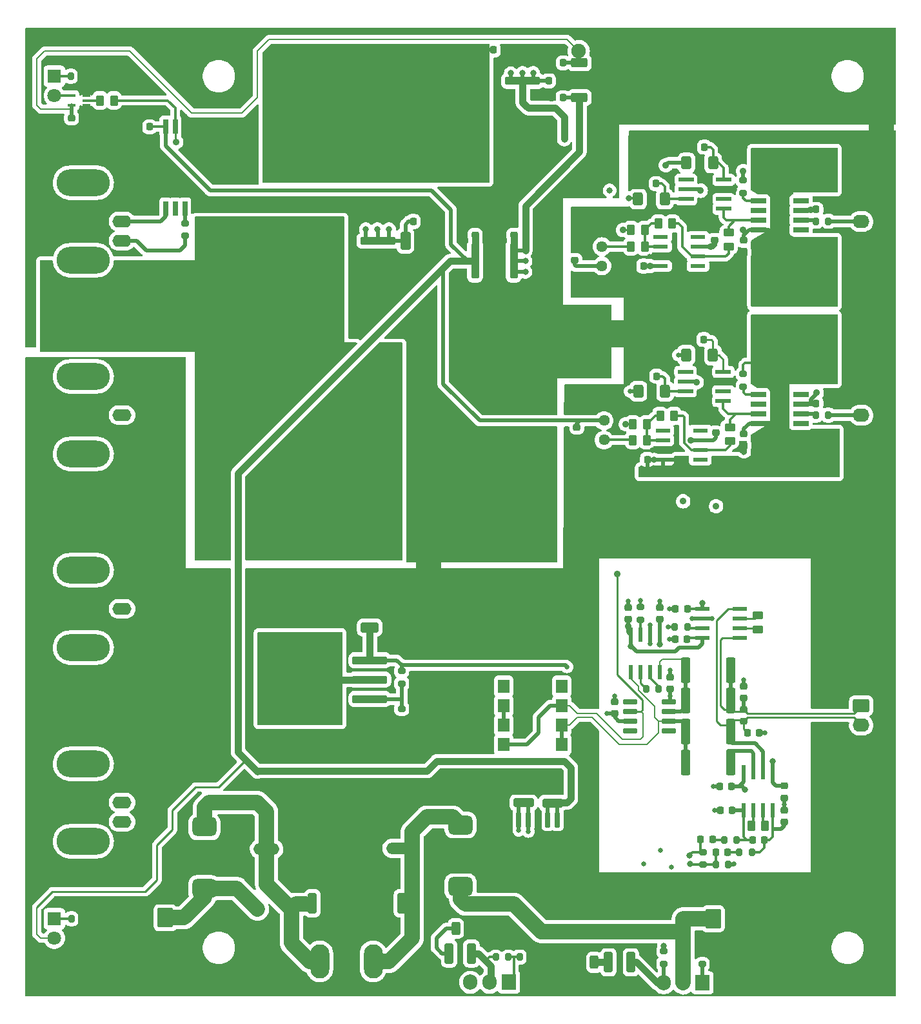
<source format=gbr>
%TF.GenerationSoftware,KiCad,Pcbnew,7.0.1*%
%TF.CreationDate,2023-05-04T18:56:47-04:00*%
%TF.ProjectId,Combined (new),436f6d62-696e-4656-9420-286e6577292e,rev?*%
%TF.SameCoordinates,Original*%
%TF.FileFunction,Copper,L1,Top*%
%TF.FilePolarity,Positive*%
%FSLAX46Y46*%
G04 Gerber Fmt 4.6, Leading zero omitted, Abs format (unit mm)*
G04 Created by KiCad (PCBNEW 7.0.1) date 2023-05-04 18:56:47*
%MOMM*%
%LPD*%
G01*
G04 APERTURE LIST*
G04 Aperture macros list*
%AMRoundRect*
0 Rectangle with rounded corners*
0 $1 Rounding radius*
0 $2 $3 $4 $5 $6 $7 $8 $9 X,Y pos of 4 corners*
0 Add a 4 corners polygon primitive as box body*
4,1,4,$2,$3,$4,$5,$6,$7,$8,$9,$2,$3,0*
0 Add four circle primitives for the rounded corners*
1,1,$1+$1,$2,$3*
1,1,$1+$1,$4,$5*
1,1,$1+$1,$6,$7*
1,1,$1+$1,$8,$9*
0 Add four rect primitives between the rounded corners*
20,1,$1+$1,$2,$3,$4,$5,0*
20,1,$1+$1,$4,$5,$6,$7,0*
20,1,$1+$1,$6,$7,$8,$9,0*
20,1,$1+$1,$8,$9,$2,$3,0*%
G04 Aperture macros list end*
%TA.AperFunction,SMDPad,CuDef*%
%ADD10RoundRect,0.250000X0.262500X0.450000X-0.262500X0.450000X-0.262500X-0.450000X0.262500X-0.450000X0*%
%TD*%
%TA.AperFunction,SMDPad,CuDef*%
%ADD11RoundRect,0.250000X1.100000X-0.325000X1.100000X0.325000X-1.100000X0.325000X-1.100000X-0.325000X0*%
%TD*%
%TA.AperFunction,SMDPad,CuDef*%
%ADD12RoundRect,0.200000X-0.200000X-0.275000X0.200000X-0.275000X0.200000X0.275000X-0.200000X0.275000X0*%
%TD*%
%TA.AperFunction,SMDPad,CuDef*%
%ADD13RoundRect,0.200000X0.275000X-0.200000X0.275000X0.200000X-0.275000X0.200000X-0.275000X-0.200000X0*%
%TD*%
%TA.AperFunction,SMDPad,CuDef*%
%ADD14RoundRect,0.250000X-0.362500X-1.425000X0.362500X-1.425000X0.362500X1.425000X-0.362500X1.425000X0*%
%TD*%
%TA.AperFunction,SMDPad,CuDef*%
%ADD15RoundRect,0.225000X0.250000X-0.225000X0.250000X0.225000X-0.250000X0.225000X-0.250000X-0.225000X0*%
%TD*%
%TA.AperFunction,SMDPad,CuDef*%
%ADD16R,2.032000X0.660400*%
%TD*%
%TA.AperFunction,ComponentPad*%
%ADD17C,0.355600*%
%TD*%
%TA.AperFunction,SMDPad,CuDef*%
%ADD18R,2.540000X3.556000*%
%TD*%
%TA.AperFunction,SMDPad,CuDef*%
%ADD19RoundRect,0.200000X-0.275000X0.200000X-0.275000X-0.200000X0.275000X-0.200000X0.275000X0.200000X0*%
%TD*%
%TA.AperFunction,SMDPad,CuDef*%
%ADD20RoundRect,0.218750X-0.218750X-0.256250X0.218750X-0.256250X0.218750X0.256250X-0.218750X0.256250X0*%
%TD*%
%TA.AperFunction,SMDPad,CuDef*%
%ADD21R,1.000000X1.000000*%
%TD*%
%TA.AperFunction,SMDPad,CuDef*%
%ADD22R,1.550000X1.000000*%
%TD*%
%TA.AperFunction,SMDPad,CuDef*%
%ADD23R,3.800000X1.000000*%
%TD*%
%TA.AperFunction,SMDPad,CuDef*%
%ADD24R,1.000000X2.300000*%
%TD*%
%TA.AperFunction,SMDPad,CuDef*%
%ADD25R,1.000000X3.800000*%
%TD*%
%TA.AperFunction,SMDPad,CuDef*%
%ADD26R,1.520000X1.780000*%
%TD*%
%TA.AperFunction,SMDPad,CuDef*%
%ADD27R,1.520000X1.750000*%
%TD*%
%TA.AperFunction,SMDPad,CuDef*%
%ADD28RoundRect,0.250000X-0.450000X0.262500X-0.450000X-0.262500X0.450000X-0.262500X0.450000X0.262500X0*%
%TD*%
%TA.AperFunction,SMDPad,CuDef*%
%ADD29RoundRect,0.625000X-0.975000X0.625000X-0.975000X-0.625000X0.975000X-0.625000X0.975000X0.625000X0*%
%TD*%
%TA.AperFunction,SMDPad,CuDef*%
%ADD30RoundRect,0.250000X-0.312500X-0.625000X0.312500X-0.625000X0.312500X0.625000X-0.312500X0.625000X0*%
%TD*%
%TA.AperFunction,SMDPad,CuDef*%
%ADD31RoundRect,0.250000X-0.850000X-0.350000X0.850000X-0.350000X0.850000X0.350000X-0.850000X0.350000X0*%
%TD*%
%TA.AperFunction,SMDPad,CuDef*%
%ADD32RoundRect,0.250000X-1.275000X-1.125000X1.275000X-1.125000X1.275000X1.125000X-1.275000X1.125000X0*%
%TD*%
%TA.AperFunction,SMDPad,CuDef*%
%ADD33RoundRect,0.249997X-2.950003X-2.650003X2.950003X-2.650003X2.950003X2.650003X-2.950003X2.650003X0*%
%TD*%
%TA.AperFunction,SMDPad,CuDef*%
%ADD34RoundRect,0.225000X-0.250000X0.225000X-0.250000X-0.225000X0.250000X-0.225000X0.250000X0.225000X0*%
%TD*%
%TA.AperFunction,SMDPad,CuDef*%
%ADD35R,0.558800X1.981200*%
%TD*%
%TA.AperFunction,SMDPad,CuDef*%
%ADD36O,3.400000X1.500000*%
%TD*%
%TA.AperFunction,SMDPad,CuDef*%
%ADD37RoundRect,0.250000X-0.262500X-0.450000X0.262500X-0.450000X0.262500X0.450000X-0.262500X0.450000X0*%
%TD*%
%TA.AperFunction,ComponentPad*%
%ADD38R,1.905000X2.000000*%
%TD*%
%TA.AperFunction,ComponentPad*%
%ADD39O,1.905000X2.000000*%
%TD*%
%TA.AperFunction,SMDPad,CuDef*%
%ADD40RoundRect,0.225000X0.225000X0.250000X-0.225000X0.250000X-0.225000X-0.250000X0.225000X-0.250000X0*%
%TD*%
%TA.AperFunction,ComponentPad*%
%ADD41RoundRect,0.250000X-0.845000X0.620000X-0.845000X-0.620000X0.845000X-0.620000X0.845000X0.620000X0*%
%TD*%
%TA.AperFunction,ComponentPad*%
%ADD42O,2.190000X1.740000*%
%TD*%
%TA.AperFunction,SMDPad,CuDef*%
%ADD43RoundRect,0.225000X-0.225000X-0.250000X0.225000X-0.250000X0.225000X0.250000X-0.225000X0.250000X0*%
%TD*%
%TA.AperFunction,SMDPad,CuDef*%
%ADD44RoundRect,0.250000X-0.325000X-1.100000X0.325000X-1.100000X0.325000X1.100000X-0.325000X1.100000X0*%
%TD*%
%TA.AperFunction,ComponentPad*%
%ADD45O,2.500000X4.500000*%
%TD*%
%TA.AperFunction,SMDPad,CuDef*%
%ADD46RoundRect,0.250000X0.450000X-0.262500X0.450000X0.262500X-0.450000X0.262500X-0.450000X-0.262500X0*%
%TD*%
%TA.AperFunction,SMDPad,CuDef*%
%ADD47RoundRect,0.250000X-0.400000X-0.600000X0.400000X-0.600000X0.400000X0.600000X-0.400000X0.600000X0*%
%TD*%
%TA.AperFunction,ComponentPad*%
%ADD48R,1.800000X1.800000*%
%TD*%
%TA.AperFunction,ComponentPad*%
%ADD49C,1.800000*%
%TD*%
%TA.AperFunction,SMDPad,CuDef*%
%ADD50RoundRect,0.250000X-0.925000X0.412500X-0.925000X-0.412500X0.925000X-0.412500X0.925000X0.412500X0*%
%TD*%
%TA.AperFunction,SMDPad,CuDef*%
%ADD51R,1.981200X0.558800*%
%TD*%
%TA.AperFunction,SMDPad,CuDef*%
%ADD52R,1.020000X0.400000*%
%TD*%
%TA.AperFunction,SMDPad,CuDef*%
%ADD53RoundRect,0.200000X0.200000X0.275000X-0.200000X0.275000X-0.200000X-0.275000X0.200000X-0.275000X0*%
%TD*%
%TA.AperFunction,SMDPad,CuDef*%
%ADD54RoundRect,0.041300X0.943700X0.253700X-0.943700X0.253700X-0.943700X-0.253700X0.943700X-0.253700X0*%
%TD*%
%TA.AperFunction,SMDPad,CuDef*%
%ADD55RoundRect,0.250000X2.050000X0.300000X-2.050000X0.300000X-2.050000X-0.300000X2.050000X-0.300000X0*%
%TD*%
%TA.AperFunction,SMDPad,CuDef*%
%ADD56RoundRect,0.250000X2.025000X2.375000X-2.025000X2.375000X-2.025000X-2.375000X2.025000X-2.375000X0*%
%TD*%
%TA.AperFunction,SMDPad,CuDef*%
%ADD57RoundRect,0.250002X4.449998X5.149998X-4.449998X5.149998X-4.449998X-5.149998X4.449998X-5.149998X0*%
%TD*%
%TA.AperFunction,SMDPad,CuDef*%
%ADD58R,1.981200X0.533400*%
%TD*%
%TA.AperFunction,ComponentPad*%
%ADD59C,1.440000*%
%TD*%
%TA.AperFunction,ComponentPad*%
%ADD60O,2.500000X1.600000*%
%TD*%
%TA.AperFunction,ComponentPad*%
%ADD61O,7.000000X3.500000*%
%TD*%
%TA.AperFunction,SMDPad,CuDef*%
%ADD62RoundRect,0.048800X0.871200X0.256200X-0.871200X0.256200X-0.871200X-0.256200X0.871200X-0.256200X0*%
%TD*%
%TA.AperFunction,SMDPad,CuDef*%
%ADD63RoundRect,0.250000X0.400000X0.600000X-0.400000X0.600000X-0.400000X-0.600000X0.400000X-0.600000X0*%
%TD*%
%TA.AperFunction,SMDPad,CuDef*%
%ADD64R,0.640000X1.900000*%
%TD*%
%TA.AperFunction,SMDPad,CuDef*%
%ADD65RoundRect,0.250000X0.787500X1.025000X-0.787500X1.025000X-0.787500X-1.025000X0.787500X-1.025000X0*%
%TD*%
%TA.AperFunction,SMDPad,CuDef*%
%ADD66RoundRect,0.250000X-0.300000X2.050000X-0.300000X-2.050000X0.300000X-2.050000X0.300000X2.050000X0*%
%TD*%
%TA.AperFunction,SMDPad,CuDef*%
%ADD67RoundRect,0.250000X-2.375000X2.025000X-2.375000X-2.025000X2.375000X-2.025000X2.375000X2.025000X0*%
%TD*%
%TA.AperFunction,SMDPad,CuDef*%
%ADD68RoundRect,0.250002X-5.149998X4.449998X-5.149998X-4.449998X5.149998X-4.449998X5.149998X4.449998X0*%
%TD*%
%TA.AperFunction,SMDPad,CuDef*%
%ADD69RoundRect,0.049600X-0.260400X0.935400X-0.260400X-0.935400X0.260400X-0.935400X0.260400X0.935400X0*%
%TD*%
%TA.AperFunction,SMDPad,CuDef*%
%ADD70RoundRect,0.788000X-0.792000X0.197000X-0.792000X-0.197000X0.792000X-0.197000X0.792000X0.197000X0*%
%TD*%
%TA.AperFunction,SMDPad,CuDef*%
%ADD71RoundRect,0.250000X0.412500X0.925000X-0.412500X0.925000X-0.412500X-0.925000X0.412500X-0.925000X0*%
%TD*%
%TA.AperFunction,SMDPad,CuDef*%
%ADD72RoundRect,0.250000X0.325000X1.100000X-0.325000X1.100000X-0.325000X-1.100000X0.325000X-1.100000X0*%
%TD*%
%TA.AperFunction,ViaPad*%
%ADD73C,0.635000*%
%TD*%
%TA.AperFunction,ViaPad*%
%ADD74C,0.889000*%
%TD*%
%TA.AperFunction,ViaPad*%
%ADD75C,0.800000*%
%TD*%
%TA.AperFunction,ViaPad*%
%ADD76C,1.651000*%
%TD*%
%TA.AperFunction,ViaPad*%
%ADD77C,1.905000*%
%TD*%
%TA.AperFunction,Conductor*%
%ADD78C,0.508000*%
%TD*%
%TA.AperFunction,Conductor*%
%ADD79C,0.635000*%
%TD*%
%TA.AperFunction,Conductor*%
%ADD80C,2.032000*%
%TD*%
%TA.AperFunction,Conductor*%
%ADD81C,0.889000*%
%TD*%
%TA.AperFunction,Conductor*%
%ADD82C,0.304800*%
%TD*%
%TA.AperFunction,Conductor*%
%ADD83C,0.250000*%
%TD*%
%TA.AperFunction,Conductor*%
%ADD84C,0.203200*%
%TD*%
%TA.AperFunction,Conductor*%
%ADD85C,0.200000*%
%TD*%
G04 APERTURE END LIST*
D10*
%TO.P,R13,1*%
%TO.N,Net-(U5--)*%
X144835477Y-54101451D03*
%TO.P,R13,2*%
%TO.N,Net-(R13-Pad2)*%
X143010477Y-54101451D03*
%TD*%
D11*
%TO.P,C51,1*%
%TO.N,+2V5*%
X128908093Y-127029306D03*
%TO.P,C51,2*%
%TO.N,GND*%
X128908093Y-124079306D03*
%TD*%
D12*
%TO.P,R38,1*%
%TO.N,V+*%
X125244988Y-147272713D03*
%TO.P,R38,2*%
%TO.N,Net-(U11-ADJ)*%
X126894988Y-147272713D03*
%TD*%
D13*
%TO.P,R36,1*%
%TO.N,GND*%
X112903000Y-116369000D03*
%TO.P,R36,2*%
%TO.N,Net-(U18-ADJ)*%
X112903000Y-114719000D03*
%TD*%
D12*
%TO.P,R32,1*%
%TO.N,Net-(D3-K)*%
X69560618Y-142239960D03*
%TO.P,R32,2*%
%TO.N,GND*%
X71210618Y-142239960D03*
%TD*%
D14*
%TO.P,R9,1*%
%TO.N,U1+*%
X150164262Y-113603705D03*
%TO.P,R9,2*%
%TO.N,POWER_GND_REF*%
X156089262Y-113603705D03*
%TD*%
D10*
%TO.P,R17,1*%
%TO.N,Net-(R17-Pad1)*%
X148440477Y-51077426D03*
%TO.P,R17,2*%
%TO.N,Net-(U5--)*%
X146615477Y-51077426D03*
%TD*%
D15*
%TO.P,C10,1*%
%TO.N,GND*%
X135894050Y-79336617D03*
%TO.P,C10,2*%
%TO.N,+5V*%
X135894050Y-77786617D03*
%TD*%
D16*
%TO.P,U8,1,BW*%
%TO.N,Net-(U8-BW)*%
X159731824Y-48110039D03*
%TO.P,U8,2*%
%TO.N,N/C*%
X159731824Y-49380039D03*
%TO.P,U8,3,IN*%
%TO.N,Net-(S2-COM1)*%
X159731824Y-50650039D03*
%TO.P,U8,4,V-*%
%TO.N,-15V*%
X159731824Y-51920039D03*
%TO.P,U8,5*%
%TO.N,N/C*%
X165319824Y-51920039D03*
%TO.P,U8,6,OUT*%
%TO.N,Net-(U8-OUT)*%
X165319824Y-50650039D03*
%TO.P,U8,7,V+*%
%TO.N,V+*%
X165319824Y-49380039D03*
%TO.P,U8,8*%
%TO.N,N/C*%
X165319824Y-48110039D03*
D17*
%TO.P,U8,9,EP*%
%TO.N,-15V*%
X161636824Y-48491039D03*
X161636824Y-50015039D03*
X161636824Y-51539039D03*
X162081324Y-49253039D03*
X162081324Y-50777039D03*
X162525824Y-48491039D03*
X162525824Y-50015039D03*
D18*
X162525824Y-50015039D03*
X162525824Y-50015039D03*
D17*
X162525824Y-51539039D03*
X162970324Y-49253039D03*
X162970324Y-50777039D03*
X163414824Y-48491039D03*
X163414824Y-50015039D03*
X163414824Y-51539039D03*
%TD*%
D19*
%TO.P,R35,1*%
%TO.N,Net-(U12-ADJ)*%
X147319856Y-146506237D03*
%TO.P,R35,2*%
%TO.N,V-*%
X147319856Y-148156237D03*
%TD*%
D20*
%TO.P,L4,1,1*%
%TO.N,Net-(J2-In)*%
X152116569Y-131854347D03*
%TO.P,L4,2,2*%
%TO.N,Net-(L4-Pad2)*%
X153691569Y-131854347D03*
%TD*%
D21*
%TO.P,TP1,1,1*%
%TO.N,GND*%
X137419433Y-137356288D03*
D22*
X138694433Y-137356288D03*
D23*
X143569433Y-137356288D03*
X149569433Y-137356288D03*
X155569433Y-137356288D03*
X161569433Y-137356288D03*
D22*
X166444433Y-137356288D03*
D21*
X167719433Y-137356288D03*
D24*
X137419433Y-135706288D03*
X167719433Y-135706288D03*
D25*
X137419433Y-130456288D03*
X167719433Y-130456288D03*
X137419433Y-124456288D03*
X167719433Y-124456288D03*
X137419433Y-118456288D03*
X167719433Y-118456288D03*
X137419433Y-112456288D03*
X167719433Y-112456288D03*
X137419433Y-106456288D03*
X167719433Y-106456288D03*
X137419433Y-100456288D03*
X167719433Y-100456288D03*
D24*
X137419433Y-95206288D03*
X167719433Y-95206288D03*
D21*
X137419433Y-93556288D03*
D22*
X138694433Y-93556288D03*
D23*
X143569433Y-93556288D03*
X149569433Y-93556288D03*
X155569433Y-93556288D03*
X161569433Y-93556288D03*
D22*
X166444433Y-93556288D03*
D21*
X167719433Y-93556288D03*
%TD*%
D26*
%TO.P,J5,1,Pin_1*%
%TO.N,U1-*%
X133919599Y-119373256D03*
D27*
%TO.P,J5,2,Pin_2*%
X133919599Y-116833256D03*
D26*
%TO.P,J5,3,Pin_3*%
%TO.N,Net-(J5-Pin_3)*%
X133919599Y-114293256D03*
%TO.P,J5,4,Pin_4*%
%TO.N,unconnected-(J5-Pin_4-Pad4)*%
X133919599Y-111753256D03*
%TO.P,J5,5,Pin_5*%
%TO.N,unconnected-(J5-Pin_5-Pad5)*%
X126299599Y-111753256D03*
%TO.P,J5,6,Pin_6*%
%TO.N,Net-(J5-Pin_6)*%
X126299599Y-114293256D03*
%TO.P,J5,7,Pin_7*%
X126299599Y-116833256D03*
%TO.P,J5,8,Pin_8*%
%TO.N,Net-(J5-Pin_3)*%
X126299599Y-119373256D03*
%TD*%
D15*
%TO.P,C30,1*%
%TO.N,POWER_GND_REF*%
X157795599Y-113303256D03*
%TO.P,C30,2*%
%TO.N,GND*%
X157795599Y-111753256D03*
%TD*%
D28*
%TO.P,R19,1*%
%TO.N,Net-(S2-COM1)*%
X155820967Y-52274821D03*
%TO.P,R19,2*%
%TO.N,Net-(R17-Pad1)*%
X155820967Y-54099821D03*
%TD*%
D29*
%TO.P,L2,1,1*%
%TO.N,-24V*%
X120650000Y-129935000D03*
%TO.P,L2,2,2*%
%TO.N,Net-(U12-VI)*%
X120650000Y-138035000D03*
%TD*%
D19*
%TO.P,R34,1*%
%TO.N,GND*%
X152374307Y-146527951D03*
%TO.P,R34,2*%
%TO.N,Net-(U12-ADJ)*%
X152374307Y-148177951D03*
%TD*%
%TO.P,R1,1*%
%TO.N,Net-(J1-In)*%
X144261759Y-101349121D03*
%TO.P,R1,2*%
%TO.N,Net-(R1-Pad2)*%
X144261759Y-102999121D03*
%TD*%
D30*
%TO.P,R41,1*%
%TO.N,GND*%
X135255000Y-147955000D03*
%TO.P,R41,2*%
%TO.N,Net-(C40-Pad1)*%
X138180000Y-147955000D03*
%TD*%
D31*
%TO.P,U14,1,IN*%
%TO.N,V+*%
X136242922Y-30003935D03*
D32*
%TO.P,U14,2,GND*%
%TO.N,GND*%
X140867922Y-30758935D03*
X140867922Y-33808935D03*
D33*
X142542922Y-32283935D03*
D32*
X144217922Y-30758935D03*
X144217922Y-33808935D03*
D31*
%TO.P,U14,3,OUT*%
%TO.N,+15V*%
X136242922Y-34563935D03*
%TD*%
D10*
%TO.P,R14,1*%
%TO.N,Net-(U5--)*%
X144832776Y-51925154D03*
%TO.P,R14,2*%
%TO.N,Net-(J5-Pin_3)*%
X143007776Y-51925154D03*
%TD*%
D34*
%TO.P,C2,1*%
%TO.N,GND*%
X146801211Y-101394072D03*
%TO.P,C2,2*%
%TO.N,-15V*%
X146801211Y-102944072D03*
%TD*%
D35*
%TO.P,U1,1,-*%
%TO.N,U1-*%
X142991759Y-109886721D03*
%TO.P,U1,2,Rg*%
%TO.N,Net-(R2-Pad2)*%
X144261759Y-109886721D03*
%TO.P,U1,3,Rg*%
%TO.N,Net-(R2-Pad1)*%
X145531759Y-109886721D03*
%TO.P,U1,4,+*%
%TO.N,U1+*%
X146801759Y-109886721D03*
%TO.P,U1,5,Vs-*%
%TO.N,-15V*%
X146801759Y-104959121D03*
%TO.P,U1,6,Ref*%
%TO.N,GND*%
X145531759Y-104959121D03*
%TO.P,U1,7*%
%TO.N,Net-(R1-Pad2)*%
X144261759Y-104959121D03*
%TO.P,U1,8,Vs+*%
%TO.N,+15V*%
X142991759Y-104959121D03*
%TD*%
D15*
%TO.P,C1,1*%
%TO.N,+15V*%
X142669092Y-102943524D03*
%TO.P,C1,2*%
%TO.N,GND*%
X142669092Y-101393524D03*
%TD*%
D36*
%TO.P,C31,1*%
%TO.N,+24V*%
X95175000Y-133096000D03*
%TO.P,C31,2*%
%TO.N,GND*%
X101675000Y-133096000D03*
%TD*%
D37*
%TO.P,R24,1*%
%TO.N,Net-(U10-IN_A)*%
X73296869Y-34928979D03*
%TO.P,R24,2*%
%TO.N,Digital_control*%
X75121869Y-34928979D03*
%TD*%
D15*
%TO.P,C27,1*%
%TO.N,Net-(U2-+)*%
X163144222Y-129532056D03*
%TO.P,C27,2*%
%TO.N,GND*%
X163144222Y-127982056D03*
%TD*%
D38*
%TO.P,U12,1,ADJ*%
%TO.N,Net-(U12-ADJ)*%
X152400000Y-150640058D03*
D39*
%TO.P,U12,2,VI*%
%TO.N,Net-(U12-VI)*%
X149860000Y-150640058D03*
%TO.P,U12,3,VO*%
%TO.N,V-*%
X147320000Y-150640058D03*
%TD*%
D40*
%TO.P,C28,1*%
%TO.N,GND*%
X159853599Y-117849256D03*
%TO.P,C28,2*%
%TO.N,U2*%
X158303599Y-117849256D03*
%TD*%
D13*
%TO.P,R4,1*%
%TO.N,Net-(J2-Ext)*%
X152446600Y-135141226D03*
%TO.P,R4,2*%
%TO.N,Net-(J2-In)*%
X152446600Y-133491226D03*
%TD*%
D40*
%TO.P,C42,1*%
%TO.N,GND*%
X126505000Y-28322000D03*
%TO.P,C42,2*%
%TO.N,V-*%
X124955000Y-28322000D03*
%TD*%
D41*
%TO.P,J7,1,Pin_1*%
%TO.N,GND*%
X173228000Y-48260000D03*
D42*
%TO.P,J7,2,Pin_2*%
%TO.N,Net-(J7-Pin_2)*%
X173228000Y-50800000D03*
%TD*%
D43*
%TO.P,C25,1*%
%TO.N,GND*%
X154760449Y-127979468D03*
%TO.P,C25,2*%
%TO.N,Net-(U2--)*%
X156310449Y-127979468D03*
%TD*%
D14*
%TO.P,R8,1*%
%TO.N,U1+*%
X150152330Y-109603374D03*
%TO.P,R8,2*%
%TO.N,POWER_GND_REF*%
X156077330Y-109603374D03*
%TD*%
D40*
%TO.P,C48,1*%
%TO.N,GND*%
X115964000Y-50800000D03*
%TO.P,C48,2*%
%TO.N,-5V*%
X114414000Y-50800000D03*
%TD*%
D43*
%TO.P,C3,1*%
%TO.N,GND*%
X154645050Y-124884019D03*
%TO.P,C3,2*%
%TO.N,+15V*%
X156195050Y-124884019D03*
%TD*%
D12*
%TO.P,R10,1*%
%TO.N,Net-(J4-In)*%
X148740732Y-103957748D03*
%TO.P,R10,2*%
%TO.N,Net-(R10-Pad2)*%
X150390732Y-103957748D03*
%TD*%
D43*
%TO.P,C23,1*%
%TO.N,GND*%
X144754000Y-45847000D03*
%TO.P,C23,2*%
%TO.N,Net-(D5-A)*%
X146304000Y-45847000D03*
%TD*%
D13*
%TO.P,R26,1*%
%TO.N,Net-(U7-BW)*%
X157734000Y-72453000D03*
%TO.P,R26,2*%
%TO.N,V-*%
X157734000Y-70803000D03*
%TD*%
D44*
%TO.P,C40,1*%
%TO.N,Net-(C40-Pad1)*%
X140056000Y-147955000D03*
%TO.P,C40,2*%
%TO.N,V-*%
X143006000Y-147955000D03*
%TD*%
D40*
%TO.P,C43,1*%
%TO.N,+15V*%
X134079922Y-34569935D03*
%TO.P,C43,2*%
%TO.N,GND*%
X132529922Y-34569935D03*
%TD*%
D34*
%TO.P,C4,1*%
%TO.N,-15V*%
X163129762Y-124824783D03*
%TO.P,C4,2*%
%TO.N,GND*%
X163129762Y-126374783D03*
%TD*%
D45*
%TO.P,P1,1,Pin_1*%
%TO.N,+24V*%
X102164000Y-147828000D03*
%TO.P,P1,2,Pin_2*%
%TO.N,GND*%
X105664000Y-147828000D03*
%TO.P,P1,3,Pin_3*%
%TO.N,-24V*%
X109164000Y-147828000D03*
%TD*%
D46*
%TO.P,R6,1*%
%TO.N,Net-(R6-Pad1)*%
X159648881Y-104283923D03*
%TO.P,R6,2*%
%TO.N,Net-(R6-Pad2)*%
X159648881Y-102458923D03*
%TD*%
D28*
%TO.P,R20,1*%
%TO.N,Net-(S1-COM1)*%
X155977129Y-77784556D03*
%TO.P,R20,2*%
%TO.N,Net-(R18-Pad1)*%
X155977129Y-79609556D03*
%TD*%
D47*
%TO.P,D4,1,K*%
%TO.N,V-*%
X143979447Y-73068233D03*
%TO.P,D4,2,A*%
%TO.N,Net-(D4-A)*%
X147479447Y-73068233D03*
%TD*%
D44*
%TO.P,C34,1*%
%TO.N,GND*%
X109982000Y-140208000D03*
%TO.P,C34,2*%
%TO.N,-24V*%
X112932000Y-140208000D03*
%TD*%
D48*
%TO.P,D6,1,K*%
%TO.N,Net-(D6-K)*%
X67310000Y-31750000D03*
D49*
%TO.P,D6,2,A*%
%TO.N,Net-(D6-A)*%
X67310000Y-34290000D03*
%TD*%
D10*
%TO.P,R15,1*%
%TO.N,Net-(U6--)*%
X145065311Y-79467582D03*
%TO.P,R15,2*%
%TO.N,Net-(R15-Pad2)*%
X143240311Y-79467582D03*
%TD*%
D34*
%TO.P,C11,1*%
%TO.N,GND*%
X153967952Y-51709949D03*
%TO.P,C11,2*%
%TO.N,V+*%
X153967952Y-53259949D03*
%TD*%
D43*
%TO.P,C16,1*%
%TO.N,GND*%
X151094835Y-41061292D03*
%TO.P,C16,2*%
%TO.N,Net-(D2-K)*%
X152644835Y-41061292D03*
%TD*%
D50*
%TO.P,C52,1*%
%TO.N,GND*%
X108712000Y-100976000D03*
%TO.P,C52,2*%
%TO.N,-2V5*%
X108712000Y-104051000D03*
%TD*%
D51*
%TO.P,U3,1,-*%
%TO.N,POWER_GND_REF*%
X157287599Y-105403256D03*
%TO.P,U3,2,Rg*%
%TO.N,Net-(R6-Pad1)*%
X157287599Y-104133256D03*
%TO.P,U3,3,Rg*%
%TO.N,Net-(R6-Pad2)*%
X157287599Y-102863256D03*
%TO.P,U3,4,+*%
%TO.N,U2*%
X157287599Y-101593256D03*
%TO.P,U3,5,Vs-*%
%TO.N,-15V*%
X152359999Y-101593256D03*
%TO.P,U3,6,Ref*%
%TO.N,GND*%
X152359999Y-102863256D03*
%TO.P,U3,7*%
%TO.N,Net-(R10-Pad2)*%
X152359999Y-104133256D03*
%TO.P,U3,8,Vs+*%
%TO.N,+15V*%
X152359999Y-105403256D03*
%TD*%
D13*
%TO.P,R37,1*%
%TO.N,Net-(U18-ADJ)*%
X112903000Y-111416000D03*
%TO.P,R37,2*%
%TO.N,-2V5*%
X112903000Y-109766000D03*
%TD*%
D52*
%TO.P,U10,1,~{G}*%
%TO.N,GND*%
X71512302Y-35591149D03*
%TO.P,U10,2,IN_A*%
%TO.N,Net-(U10-IN_A)*%
X71512302Y-34941149D03*
%TO.P,U10,3,GND*%
%TO.N,GND*%
X71512302Y-34291149D03*
%TO.P,U10,4,OUT_Y*%
%TO.N,Net-(D6-A)*%
X69562302Y-34291149D03*
%TO.P,U10,5,Vcc*%
%TO.N,V+*%
X69562302Y-35591149D03*
%TD*%
D53*
%TO.P,R39,1*%
%TO.N,GND*%
X71120000Y-31750000D03*
%TO.P,R39,2*%
%TO.N,Net-(D6-K)*%
X69470000Y-31750000D03*
%TD*%
D15*
%TO.P,C45,1*%
%TO.N,+15V*%
X127634000Y-52595000D03*
%TO.P,C45,2*%
%TO.N,GND*%
X127634000Y-51045000D03*
%TD*%
D54*
%TO.P,S2,1,COM1*%
%TO.N,Net-(S2-COM1)*%
X155182000Y-49149000D03*
%TO.P,S2,2,N.C.*%
%TO.N,unconnected-(S2-N.C.-Pad2)*%
X155182000Y-47879000D03*
%TO.P,S2,3,GND*%
%TO.N,GND*%
X155182000Y-46609000D03*
%TO.P,S2,4,V+*%
%TO.N,Net-(D2-K)*%
X155182000Y-45339000D03*
%TO.P,S2,5,N.C.*%
%TO.N,unconnected-(S2-N.C.-Pad5)*%
X150232000Y-45339000D03*
%TO.P,S2,6,IN*%
%TO.N,Digital_control*%
X150232000Y-46609000D03*
%TO.P,S2,7,V-*%
%TO.N,Net-(D5-A)*%
X150232000Y-47879000D03*
%TO.P,S2,8,NO*%
%TO.N,GND*%
X150232000Y-49149000D03*
%TD*%
D55*
%TO.P,U13,1,GND*%
%TO.N,GND*%
X128787000Y-37447000D03*
D56*
%TO.P,U13,2,IN*%
%TO.N,V-*%
X122062000Y-37682000D03*
X122062000Y-32132000D03*
D57*
X119637000Y-34907000D03*
D56*
X117212000Y-37682000D03*
X117212000Y-32132000D03*
D55*
%TO.P,U13,3,OUT*%
%TO.N,-15V*%
X128787000Y-32367000D03*
%TD*%
D58*
%TO.P,U6,1,VOS*%
%TO.N,unconnected-(U6-VOS-Pad1)*%
X147176131Y-78205476D03*
%TO.P,U6,2,-*%
%TO.N,Net-(U6--)*%
X147176131Y-79475476D03*
%TO.P,U6,3,+*%
%TO.N,GND*%
X147176131Y-80745476D03*
%TO.P,U6,4,V-*%
%TO.N,V-*%
X147176131Y-82015476D03*
%TO.P,U6,5,NC*%
%TO.N,unconnected-(U6-NC-Pad5)*%
X152103731Y-82015476D03*
%TO.P,U6,6*%
%TO.N,Net-(R18-Pad1)*%
X152103731Y-80745476D03*
%TO.P,U6,7,V+*%
%TO.N,+15V*%
X152103731Y-79475476D03*
%TO.P,U6,8,VOS*%
%TO.N,unconnected-(U6-VOS-Pad8)*%
X152103731Y-78205476D03*
%TD*%
D43*
%TO.P,C6,1*%
%TO.N,GND*%
X148794402Y-105551513D03*
%TO.P,C6,2*%
%TO.N,+15V*%
X150344402Y-105551513D03*
%TD*%
%TO.P,C14,1*%
%TO.N,GND*%
X143602184Y-82011665D03*
%TO.P,C14,2*%
%TO.N,V-*%
X145152184Y-82011665D03*
%TD*%
D40*
%TO.P,C37,1*%
%TO.N,+5V*%
X79813108Y-38386246D03*
%TO.P,C37,2*%
%TO.N,GND*%
X78263108Y-38386246D03*
%TD*%
D15*
%TO.P,C26,1*%
%TO.N,GND*%
X69569042Y-38771362D03*
%TO.P,C26,2*%
%TO.N,V+*%
X69569042Y-37221362D03*
%TD*%
%TO.P,C9,1*%
%TO.N,-5V*%
X135636000Y-55893000D03*
%TO.P,C9,2*%
%TO.N,GND*%
X135636000Y-54343000D03*
%TD*%
D12*
%TO.P,R28,1*%
%TO.N,Net-(L3-Pad2)*%
X157245902Y-133493984D03*
%TO.P,R28,2*%
%TO.N,Net-(U2-+)*%
X158895902Y-133493984D03*
%TD*%
D59*
%TO.P,RV1,1,1*%
%TO.N,GND*%
X139197249Y-51558848D03*
%TO.P,RV1,2,2*%
%TO.N,Net-(R13-Pad2)*%
X139197249Y-54098848D03*
%TO.P,RV1,3,3*%
%TO.N,-5V*%
X139197249Y-56638848D03*
%TD*%
D41*
%TO.P,J8,1,Pin_1*%
%TO.N,GND*%
X173228000Y-73660000D03*
D42*
%TO.P,J8,2,Pin_2*%
%TO.N,Net-(J8-Pin_2)*%
X173228000Y-76200000D03*
%TD*%
D13*
%TO.P,R25,1*%
%TO.N,Net-(U8-BW)*%
X157747048Y-47035511D03*
%TO.P,R25,2*%
%TO.N,-15V*%
X157747048Y-45385511D03*
%TD*%
D54*
%TO.P,S1,1,COM1*%
%TO.N,Net-(S1-COM1)*%
X155122372Y-74335190D03*
%TO.P,S1,2,N.C.*%
%TO.N,unconnected-(S1-N.C.-Pad2)*%
X155122372Y-73065190D03*
%TO.P,S1,3,GND*%
%TO.N,GND*%
X155122372Y-71795190D03*
%TO.P,S1,4,V+*%
%TO.N,Net-(D1-K)*%
X155122372Y-70525190D03*
%TO.P,S1,5,N.C.*%
%TO.N,unconnected-(S1-N.C.-Pad5)*%
X150172372Y-70525190D03*
%TO.P,S1,6,IN*%
%TO.N,Digital_control*%
X150172372Y-71795190D03*
%TO.P,S1,7,V-*%
%TO.N,Net-(D4-A)*%
X150172372Y-73065190D03*
%TO.P,S1,8,NO*%
%TO.N,GND*%
X150172372Y-74335190D03*
%TD*%
D60*
%TO.P,J1,1,In*%
%TO.N,Net-(J1-In)*%
X76200000Y-101600000D03*
%TO.P,J1,2,Ext*%
%TO.N,GND*%
X76200000Y-104140000D03*
D61*
%TO.P,J1,3*%
%TO.N,N/C*%
X71120000Y-106680000D03*
X71120000Y-96520000D03*
%TD*%
D36*
%TO.P,C32,1*%
%TO.N,GND*%
X106045000Y-132999016D03*
%TO.P,C32,2*%
%TO.N,-24V*%
X112545000Y-132999016D03*
%TD*%
D34*
%TO.P,C20,1*%
%TO.N,V-*%
X157824633Y-78638388D03*
%TO.P,C20,2*%
%TO.N,GND*%
X157824633Y-80188388D03*
%TD*%
D15*
%TO.P,C29,1*%
%TO.N,U2*%
X157795599Y-116351256D03*
%TO.P,C29,2*%
%TO.N,POWER_GND_REF*%
X157795599Y-114801256D03*
%TD*%
D62*
%TO.P,U4,1,NC*%
%TO.N,unconnected-(U4-NC-Pad1)*%
X147943550Y-117566361D03*
%TO.P,U4,2,-*%
%TO.N,U1-*%
X147943550Y-116296361D03*
%TO.P,U4,3,+*%
%TO.N,U1+*%
X147943550Y-115026361D03*
%TO.P,U4,4,V-*%
%TO.N,-2V5*%
X147943550Y-113756361D03*
%TO.P,U4,5,NC*%
%TO.N,unconnected-(U4-NC-Pad5)*%
X142873550Y-113756361D03*
%TO.P,U4,6*%
%TO.N,Net-(J5-Pin_3)*%
X142873550Y-115026361D03*
%TO.P,U4,7,V+*%
%TO.N,+2V5*%
X142873550Y-116296361D03*
%TO.P,U4,8,NC*%
%TO.N,unconnected-(U4-NC-Pad8)*%
X142873550Y-117566361D03*
%TD*%
D44*
%TO.P,C33,1*%
%TO.N,+24V*%
X101190000Y-140208000D03*
%TO.P,C33,2*%
%TO.N,GND*%
X104140000Y-140208000D03*
%TD*%
D15*
%TO.P,C7,1*%
%TO.N,-2V5*%
X148143599Y-112109568D03*
%TO.P,C7,2*%
%TO.N,GND*%
X148143599Y-110559568D03*
%TD*%
D60*
%TO.P,J2,1,In*%
%TO.N,Net-(J2-In)*%
X76200000Y-127000000D03*
%TO.P,J2,2,Ext*%
%TO.N,Net-(J2-Ext)*%
X76200000Y-129540000D03*
D61*
%TO.P,J2,3*%
%TO.N,N/C*%
X71120000Y-132080000D03*
X71120000Y-121920000D03*
%TD*%
D10*
%TO.P,R18,1*%
%TO.N,Net-(R18-Pad1)*%
X148660281Y-76300476D03*
%TO.P,R18,2*%
%TO.N,Net-(U6--)*%
X146835281Y-76300476D03*
%TD*%
D53*
%TO.P,R23,1*%
%TO.N,Net-(J8-Pin_2)*%
X168910000Y-76200000D03*
%TO.P,R23,2*%
%TO.N,Net-(U7-OUT)*%
X167260000Y-76200000D03*
%TD*%
D11*
%TO.P,C49,1*%
%TO.N,+5V*%
X132732890Y-127068699D03*
%TO.P,C49,2*%
%TO.N,GND*%
X132732890Y-124118699D03*
%TD*%
D47*
%TO.P,D5,1,K*%
%TO.N,V-*%
X143947000Y-47879000D03*
%TO.P,D5,2,A*%
%TO.N,Net-(D5-A)*%
X147447000Y-47879000D03*
%TD*%
D40*
%TO.P,C17,1*%
%TO.N,GND*%
X168860328Y-49229217D03*
%TO.P,C17,2*%
%TO.N,V+*%
X167310328Y-49229217D03*
%TD*%
D43*
%TO.P,C12,1*%
%TO.N,GND*%
X143116000Y-56642000D03*
%TO.P,C12,2*%
%TO.N,-15V*%
X144666000Y-56642000D03*
%TD*%
D16*
%TO.P,U7,1,BW*%
%TO.N,Net-(U7-BW)*%
X159713527Y-73477822D03*
%TO.P,U7,2*%
%TO.N,N/C*%
X159713527Y-74747822D03*
%TO.P,U7,3,IN*%
%TO.N,Net-(S1-COM1)*%
X159713527Y-76017822D03*
%TO.P,U7,4,V-*%
%TO.N,V-*%
X159713527Y-77287822D03*
%TO.P,U7,5*%
%TO.N,N/C*%
X165301527Y-77287822D03*
%TO.P,U7,6,OUT*%
%TO.N,Net-(U7-OUT)*%
X165301527Y-76017822D03*
%TO.P,U7,7,V+*%
%TO.N,+15V*%
X165301527Y-74747822D03*
%TO.P,U7,8*%
%TO.N,N/C*%
X165301527Y-73477822D03*
D17*
%TO.P,U7,9,EP*%
%TO.N,V-*%
X161618527Y-73858822D03*
X161618527Y-75382822D03*
X161618527Y-76906822D03*
X162063027Y-74620822D03*
X162063027Y-76144822D03*
X162507527Y-73858822D03*
X162507527Y-75382822D03*
D18*
X162507527Y-75382822D03*
X162507527Y-75382822D03*
D17*
X162507527Y-76906822D03*
X162952027Y-74620822D03*
X162952027Y-76144822D03*
X163396527Y-73858822D03*
X163396527Y-75382822D03*
X163396527Y-76906822D03*
%TD*%
D38*
%TO.P,U11,1,ADJ*%
%TO.N,Net-(U11-ADJ)*%
X127000000Y-150561586D03*
D39*
%TO.P,U11,2,VO*%
%TO.N,V+*%
X124460000Y-150561586D03*
%TO.P,U11,3,VI*%
%TO.N,Net-(U11-VI)*%
X121920000Y-150561586D03*
%TD*%
D53*
%TO.P,R2,1*%
%TO.N,Net-(R2-Pad1)*%
X146619599Y-112062434D03*
%TO.P,R2,2*%
%TO.N,Net-(R2-Pad2)*%
X144969599Y-112062434D03*
%TD*%
D20*
%TO.P,L3,1,1*%
%TO.N,Net-(J2-Ext)*%
X154142704Y-133486256D03*
%TO.P,L3,2,2*%
%TO.N,Net-(L3-Pad2)*%
X155717704Y-133486256D03*
%TD*%
D40*
%TO.P,C44,1*%
%TO.N,GND*%
X133744000Y-32356627D03*
%TO.P,C44,2*%
%TO.N,-15V*%
X132194000Y-32356627D03*
%TD*%
D12*
%TO.P,R33,1*%
%TO.N,Net-(U11-ADJ)*%
X128396562Y-147246355D03*
%TO.P,R33,2*%
%TO.N,GND*%
X130046562Y-147246355D03*
%TD*%
D63*
%TO.P,D1,1,K*%
%TO.N,Net-(D1-K)*%
X153774566Y-68324454D03*
%TO.P,D1,2,A*%
%TO.N,V+*%
X150274566Y-68324454D03*
%TD*%
%TO.P,D2,1,K*%
%TO.N,Net-(D2-K)*%
X153792449Y-43125585D03*
%TO.P,D2,2,A*%
%TO.N,V+*%
X150292449Y-43125585D03*
%TD*%
D40*
%TO.P,C22,1*%
%TO.N,Net-(D4-A)*%
X146361062Y-71085773D03*
%TO.P,C22,2*%
%TO.N,GND*%
X144811062Y-71085773D03*
%TD*%
%TO.P,C15,1*%
%TO.N,Net-(D1-K)*%
X152558566Y-66292454D03*
%TO.P,C15,2*%
%TO.N,GND*%
X151008566Y-66292454D03*
%TD*%
D37*
%TO.P,R5,1*%
%TO.N,Net-(R5-Pad1)*%
X158800567Y-130076091D03*
%TO.P,R5,2*%
%TO.N,Net-(R5-Pad2)*%
X160625567Y-130076091D03*
%TD*%
D43*
%TO.P,C5,1*%
%TO.N,GND*%
X148849999Y-101593256D03*
%TO.P,C5,2*%
%TO.N,-15V*%
X150399999Y-101593256D03*
%TD*%
D14*
%TO.P,R11,1*%
%TO.N,U1-*%
X150141803Y-121777544D03*
%TO.P,R11,2*%
%TO.N,Net-(R11-Pad2)*%
X156066803Y-121777544D03*
%TD*%
D59*
%TO.P,RV2,1,1*%
%TO.N,GND*%
X139467129Y-81999056D03*
%TO.P,RV2,2,2*%
%TO.N,Net-(R15-Pad2)*%
X139467129Y-79459056D03*
%TO.P,RV2,3,3*%
%TO.N,+5V*%
X139467129Y-76919056D03*
%TD*%
D12*
%TO.P,R3,1*%
%TO.N,Net-(J2-Ext)*%
X154120871Y-135118164D03*
%TO.P,R3,2*%
%TO.N,GND*%
X155770871Y-135118164D03*
%TD*%
D13*
%TO.P,R31,1*%
%TO.N,Net-(J6-Ext)*%
X84455000Y-52705000D03*
%TO.P,R31,2*%
%TO.N,Net-(U19-C)*%
X84455000Y-51055000D03*
%TD*%
D34*
%TO.P,C8,1*%
%TO.N,GND*%
X140834358Y-113785258D03*
%TO.P,C8,2*%
%TO.N,+2V5*%
X140834358Y-115335258D03*
%TD*%
D43*
%TO.P,C24,1*%
%TO.N,Net-(U2--)*%
X158958633Y-131909895D03*
%TO.P,C24,2*%
%TO.N,Net-(U2-+)*%
X160508633Y-131909895D03*
%TD*%
D30*
%TO.P,R40,1*%
%TO.N,Net-(C39-Pad2)*%
X120015000Y-143510000D03*
%TO.P,R40,2*%
%TO.N,GND*%
X122940000Y-143510000D03*
%TD*%
D64*
%TO.P,U19,1,A*%
%TO.N,Net-(J6-In)*%
X81915000Y-49095000D03*
%TO.P,U19,2,NC*%
%TO.N,unconnected-(U19-NC-Pad2)*%
X83185000Y-49095000D03*
%TO.P,U19,3,C*%
%TO.N,Net-(U19-C)*%
X84455000Y-49095000D03*
%TO.P,U19,4,VEE*%
%TO.N,GND*%
X84455000Y-38355000D03*
%TO.P,U19,5,VO*%
%TO.N,Digital_control*%
X83185000Y-38355000D03*
%TO.P,U19,6,VCC*%
%TO.N,+5V*%
X81915000Y-38355000D03*
%TD*%
D29*
%TO.P,L1,1,1*%
%TO.N,+24V*%
X86995000Y-130175000D03*
%TO.P,L1,2,2*%
%TO.N,Net-(U11-VI)*%
X86995000Y-138275000D03*
%TD*%
D14*
%TO.P,R12,1*%
%TO.N,U1-*%
X150141803Y-117713544D03*
%TO.P,R12,2*%
%TO.N,U2*%
X156066803Y-117713544D03*
%TD*%
D12*
%TO.P,R27,1*%
%TO.N,Net-(L4-Pad2)*%
X155230659Y-131873105D03*
%TO.P,R27,2*%
%TO.N,Net-(U2--)*%
X156880659Y-131873105D03*
%TD*%
D40*
%TO.P,C18,1*%
%TO.N,GND*%
X168859705Y-74659132D03*
%TO.P,C18,2*%
%TO.N,+15V*%
X167309705Y-74659132D03*
%TD*%
D53*
%TO.P,R22,1*%
%TO.N,Net-(J7-Pin_2)*%
X168923048Y-50782511D03*
%TO.P,R22,2*%
%TO.N,Net-(U8-OUT)*%
X167273048Y-50782511D03*
%TD*%
D10*
%TO.P,R16,1*%
%TO.N,Net-(U6--)*%
X145077979Y-77390002D03*
%TO.P,R16,2*%
%TO.N,Net-(J5-Pin_3)*%
X143252979Y-77390002D03*
%TD*%
D58*
%TO.P,U5,1,VOS*%
%TO.N,unconnected-(U5-VOS-Pad1)*%
X146882919Y-52832000D03*
%TO.P,U5,2,-*%
%TO.N,Net-(U5--)*%
X146882919Y-54102000D03*
%TO.P,U5,3,+*%
%TO.N,GND*%
X146882919Y-55372000D03*
%TO.P,U5,4,V-*%
%TO.N,-15V*%
X146882919Y-56642000D03*
%TO.P,U5,5,NC*%
%TO.N,unconnected-(U5-NC-Pad5)*%
X151810519Y-56642000D03*
%TO.P,U5,6*%
%TO.N,Net-(R17-Pad1)*%
X151810519Y-55372000D03*
%TO.P,U5,7,V+*%
%TO.N,V+*%
X151810519Y-54102000D03*
%TO.P,U5,8,VOS*%
%TO.N,unconnected-(U5-VOS-Pad8)*%
X151810519Y-52832000D03*
%TD*%
D40*
%TO.P,C46,1*%
%TO.N,GND*%
X106433000Y-62357000D03*
%TO.P,C46,2*%
%TO.N,-15V*%
X104883000Y-62357000D03*
%TD*%
D15*
%TO.P,C47,1*%
%TO.N,+5V*%
X122554000Y-52595000D03*
%TO.P,C47,2*%
%TO.N,GND*%
X122554000Y-51045000D03*
%TD*%
D65*
%TO.P,C35,1*%
%TO.N,Net-(U11-VI)*%
X81852500Y-142113000D03*
%TO.P,C35,2*%
%TO.N,GND*%
X75627500Y-142113000D03*
%TD*%
D60*
%TO.P,J6,1,In*%
%TO.N,Net-(J6-In)*%
X76200000Y-50800000D03*
%TO.P,J6,2,Ext*%
%TO.N,Net-(J6-Ext)*%
X76200000Y-53340000D03*
D61*
%TO.P,J6,3*%
%TO.N,N/C*%
X71120000Y-55880000D03*
X71120000Y-45720000D03*
%TD*%
D34*
%TO.P,C13,1*%
%TO.N,GND*%
X154137814Y-76976111D03*
%TO.P,C13,2*%
%TO.N,+15V*%
X154137814Y-78526111D03*
%TD*%
D55*
%TO.P,U18,1,ADJ*%
%TO.N,Net-(U18-ADJ)*%
X108730000Y-113430000D03*
%TO.P,U18,2,VI*%
%TO.N,-5V*%
X108730000Y-110890000D03*
D56*
X102005000Y-113665000D03*
X102005000Y-108115000D03*
D57*
X99580000Y-110890000D03*
D56*
X97155000Y-113665000D03*
X97155000Y-108115000D03*
D55*
%TO.P,U18,3,VO*%
%TO.N,-2V5*%
X108730000Y-108350000D03*
%TD*%
D66*
%TO.P,U16,1,IN*%
%TO.N,+15V*%
X127615000Y-56006000D03*
%TO.P,U16,2,GND*%
%TO.N,GND*%
X125075000Y-56006000D03*
D67*
X127850000Y-62731000D03*
X122300000Y-62731000D03*
D68*
X125075000Y-65156000D03*
D67*
X127850000Y-67581000D03*
X122300000Y-67581000D03*
D66*
%TO.P,U16,3,OUT*%
%TO.N,+5V*%
X122535000Y-56006000D03*
%TD*%
D65*
%TO.P,C36,1*%
%TO.N,GND*%
X160020000Y-142240000D03*
%TO.P,C36,2*%
%TO.N,Net-(U12-VI)*%
X153795000Y-142240000D03*
%TD*%
D41*
%TO.P,J9,1,Pin_1*%
%TO.N,POWER_GND_REF*%
X173228000Y-114300000D03*
D42*
%TO.P,J9,2,Pin_2*%
%TO.N,U2*%
X173228000Y-116840000D03*
%TD*%
D69*
%TO.P,U17,1,~{SHDN}*%
%TO.N,+5V*%
X133350000Y-129245000D03*
%TO.P,U17,2,IN*%
X132080000Y-129245000D03*
%TO.P,U17,3,GND*%
%TO.N,GND*%
X130810000Y-129245000D03*
%TO.P,U17,4,OUT*%
%TO.N,+2V5*%
X129540000Y-129245000D03*
%TO.P,U17,5,ADJ*%
X128270000Y-129245000D03*
D70*
%TO.P,U17,6,GND*%
%TO.N,GND*%
X130810000Y-135255000D03*
%TD*%
D35*
%TO.P,U2,1,-*%
%TO.N,Net-(U2--)*%
X157786303Y-127975144D03*
%TO.P,U2,2,Rg*%
%TO.N,Net-(R5-Pad1)*%
X159056303Y-127975144D03*
%TO.P,U2,3,Rg*%
%TO.N,Net-(R5-Pad2)*%
X160326303Y-127975144D03*
%TO.P,U2,4,+*%
%TO.N,Net-(U2-+)*%
X161596303Y-127975144D03*
%TO.P,U2,5,Vs-*%
%TO.N,-15V*%
X161596303Y-123047544D03*
%TO.P,U2,6,Ref*%
%TO.N,U2*%
X160326303Y-123047544D03*
%TO.P,U2,7*%
%TO.N,Net-(R11-Pad2)*%
X159056303Y-123047544D03*
%TO.P,U2,8,Vs+*%
%TO.N,+15V*%
X157786303Y-123047544D03*
%TD*%
D55*
%TO.P,U15,1,GND*%
%TO.N,GND*%
X109765000Y-58409000D03*
D56*
%TO.P,U15,2,IN*%
%TO.N,-15V*%
X103040000Y-58644000D03*
X103040000Y-53094000D03*
D57*
X100615000Y-55869000D03*
D56*
X98190000Y-58644000D03*
X98190000Y-53094000D03*
D55*
%TO.P,U15,3,OUT*%
%TO.N,-5V*%
X109765000Y-53329000D03*
%TD*%
D71*
%TO.P,C50,1*%
%TO.N,GND*%
X116472500Y-53329000D03*
%TO.P,C50,2*%
%TO.N,-5V*%
X113397500Y-53329000D03*
%TD*%
D40*
%TO.P,C41,1*%
%TO.N,V+*%
X134092922Y-29997935D03*
%TO.P,C41,2*%
%TO.N,GND*%
X132542922Y-29997935D03*
%TD*%
D34*
%TO.P,C19,1*%
%TO.N,-15V*%
X157822898Y-53282276D03*
%TO.P,C19,2*%
%TO.N,GND*%
X157822898Y-54832276D03*
%TD*%
D48*
%TO.P,D3,1,K*%
%TO.N,Net-(D3-K)*%
X67310000Y-142240000D03*
D49*
%TO.P,D3,2,A*%
%TO.N,+5V*%
X67310000Y-144780000D03*
%TD*%
D60*
%TO.P,J4,1,In*%
%TO.N,Net-(J4-In)*%
X76200000Y-76200000D03*
%TO.P,J4,2,Ext*%
%TO.N,GND*%
X76200000Y-78740000D03*
D61*
%TO.P,J4,3*%
%TO.N,N/C*%
X71120000Y-81280000D03*
X71120000Y-71120000D03*
%TD*%
D72*
%TO.P,C39,1*%
%TO.N,V+*%
X122071486Y-146788354D03*
%TO.P,C39,2*%
%TO.N,Net-(C39-Pad2)*%
X119121486Y-146788354D03*
%TD*%
D73*
%TO.N,GND*%
X146862800Y-133299200D03*
X144678400Y-135077200D03*
X141122400Y-140766800D03*
D74*
%TO.N,+15V*%
X150876000Y-79502000D03*
X167386000Y-73279000D03*
X154178000Y-88138000D03*
D75*
X129159000Y-54610000D03*
X129159000Y-57404000D03*
X157982938Y-125284119D03*
X142995702Y-106502801D03*
D74*
X142667004Y-103922803D03*
X149860000Y-87503000D03*
D75*
X129159000Y-56007000D03*
D73*
%TO.N,GND*%
X151055911Y-102890211D03*
D75*
X122936000Y-67056000D03*
D73*
X81915000Y-110490000D03*
X116840000Y-50800000D03*
X135639515Y-53399489D03*
D74*
X143718922Y-33172935D03*
X121920000Y-71628000D03*
D73*
X153840811Y-46610577D03*
X167640000Y-127508000D03*
D74*
X128016000Y-71628000D03*
D73*
X77470000Y-133985000D03*
X148155575Y-109675244D03*
X85090000Y-136093200D03*
X142277096Y-56650718D03*
X120015000Y-132715000D03*
X81280000Y-119380000D03*
D74*
X142448922Y-32537935D03*
D73*
X126111000Y-37465000D03*
X137109200Y-140716000D03*
X137354061Y-102901414D03*
X157811937Y-110882289D03*
X160552198Y-117820051D03*
X169723832Y-49236282D03*
X84454402Y-36967784D03*
D75*
X120650000Y-63246000D03*
D73*
X78105000Y-125095000D03*
X147522343Y-140457499D03*
X131653922Y-29997935D03*
D75*
X129540000Y-61722000D03*
D73*
X78740000Y-99060000D03*
X151071886Y-138957959D03*
D75*
X122682000Y-61468000D03*
D73*
X117602000Y-53340000D03*
X77381114Y-38388970D03*
X88265000Y-121285000D03*
D74*
X142448922Y-34442935D03*
D73*
X127381000Y-28321000D03*
D75*
X128524000Y-69088000D03*
D74*
X144988922Y-33807935D03*
X119380000Y-79756000D03*
D73*
X81280000Y-105410000D03*
X85852000Y-111252000D03*
D75*
X129540000Y-63754000D03*
D76*
X73676179Y-142129016D03*
D73*
X125291800Y-142258404D03*
D76*
X108458000Y-140154326D03*
D73*
X80010000Y-74295000D03*
X117583786Y-140126400D03*
D76*
X105664000Y-140154326D03*
D73*
X76200000Y-132080000D03*
X69568574Y-39676510D03*
D75*
X120650000Y-61468000D03*
D74*
X141178922Y-34442935D03*
X144988922Y-31267935D03*
D73*
X148269173Y-55369716D03*
X110490000Y-136093200D03*
D74*
X139908922Y-31902935D03*
D73*
X112395000Y-58420000D03*
X131013200Y-140716000D03*
D74*
X133604000Y-122936000D03*
D73*
X135331200Y-137464800D03*
X107315000Y-62357000D03*
X98425000Y-132715000D03*
X118364000Y-123444000D03*
X88900000Y-132715000D03*
X145538770Y-106172043D03*
X163140719Y-127231458D03*
X80645000Y-116205000D03*
D75*
X128016000Y-61468000D03*
D73*
X167640000Y-121412000D03*
X83185000Y-132715000D03*
D74*
X127000000Y-79756000D03*
D73*
X155211531Y-92643515D03*
X101600000Y-136144000D03*
D74*
X143718922Y-30632935D03*
D73*
X157833805Y-81084503D03*
D75*
X125222000Y-67310000D03*
D74*
X124460000Y-82296000D03*
D75*
X120650000Y-67056000D03*
X126492000Y-69088000D03*
D74*
X144988922Y-29997935D03*
D73*
X101600000Y-119380000D03*
X167640000Y-133604000D03*
D75*
X125730000Y-63500000D03*
D73*
X148599431Y-80747683D03*
X131653922Y-34569935D03*
X80645000Y-102870000D03*
D75*
X122682000Y-63500000D03*
D74*
X128016000Y-122936000D03*
D73*
X73660000Y-127635000D03*
X161425163Y-94616097D03*
X123825000Y-135890000D03*
X146794145Y-100592165D03*
X127635000Y-50165000D03*
D75*
X120650000Y-69088000D03*
D73*
X145409742Y-55392753D03*
D74*
X132588000Y-50292000D03*
D73*
X84455000Y-123190000D03*
X114935000Y-119380000D03*
X131445000Y-37465000D03*
X107061000Y-58420000D03*
X150164377Y-41343253D03*
X80010000Y-90170000D03*
X140864945Y-35966935D03*
D74*
X134112000Y-64008000D03*
D73*
X72096620Y-142240064D03*
D75*
X125984000Y-66040000D03*
D73*
X82550000Y-136525000D03*
X80010000Y-95885000D03*
D74*
X132080000Y-54356000D03*
X139908922Y-33807935D03*
D73*
X144226922Y-35966935D03*
X156517568Y-135080830D03*
X122555000Y-132715000D03*
X134366000Y-32385000D03*
D74*
X141178922Y-31267935D03*
D73*
X142736481Y-82010986D03*
D74*
X130048000Y-82296000D03*
D73*
X108712000Y-99822000D03*
X167640000Y-109728000D03*
X84449347Y-39624000D03*
X130175000Y-137160000D03*
X153830010Y-124876038D03*
X80010000Y-84455000D03*
X106019600Y-136144000D03*
X89535000Y-115570000D03*
D74*
X142448922Y-31267935D03*
X125476000Y-71628000D03*
D73*
X132080000Y-132715000D03*
X135255000Y-132715000D03*
X142675532Y-100597953D03*
D75*
X120650000Y-65278000D03*
D74*
X144988922Y-32537935D03*
D73*
X143926731Y-71066918D03*
X128905000Y-113030000D03*
X111125000Y-124460000D03*
X91440000Y-132715000D03*
D74*
X141178922Y-32537935D03*
D73*
X133604000Y-106172000D03*
X126365000Y-136525000D03*
X140716000Y-137160000D03*
D74*
X116332000Y-79756000D03*
D73*
X157819007Y-55746584D03*
X84455000Y-100965000D03*
X168656000Y-117856000D03*
X134162800Y-140766800D03*
X121920000Y-118110000D03*
X153622816Y-102880105D03*
D74*
X131064000Y-71628000D03*
D73*
X151993600Y-49123600D03*
D76*
X162052000Y-142240000D03*
D73*
X81915000Y-98425000D03*
X123190000Y-111760000D03*
X97790000Y-136144000D03*
X150188370Y-66297411D03*
X71897575Y-31752096D03*
D75*
X125222000Y-61214000D03*
D73*
X80010000Y-93345000D03*
X76835000Y-89535000D03*
X145767247Y-80745421D03*
X80645000Y-130175000D03*
X135890000Y-80264000D03*
D75*
X123444000Y-65278000D03*
D73*
X148065187Y-101568008D03*
X80010000Y-76835000D03*
X144226922Y-28600935D03*
D74*
X128939168Y-59656244D03*
D73*
X145538770Y-103709754D03*
X154155979Y-76067877D03*
X73025000Y-75565000D03*
X76200000Y-83185000D03*
D75*
X122428000Y-69088000D03*
D73*
X156571504Y-46611814D03*
X140864945Y-28641225D03*
X89001600Y-136144000D03*
X119814190Y-141668003D03*
D74*
X130048000Y-79756000D03*
D73*
X101600000Y-124460000D03*
D74*
X133096000Y-70104000D03*
X143718922Y-31902935D03*
X124460000Y-79756000D03*
D73*
X79375000Y-135890000D03*
X167740448Y-103501913D03*
D75*
X129540000Y-67818000D03*
D74*
X136144000Y-66040000D03*
X119380000Y-82296000D03*
D73*
X140828404Y-113010136D03*
D74*
X129540000Y-122936000D03*
D75*
X124460000Y-69088000D03*
D73*
X116840000Y-132715000D03*
X92710000Y-124460000D03*
D74*
X139908922Y-30632935D03*
D73*
X148826329Y-74335314D03*
X84512682Y-104767018D03*
D74*
X142448922Y-29997935D03*
X121412000Y-79756000D03*
D73*
X122555000Y-50165000D03*
X92075000Y-136144000D03*
X80010000Y-80645000D03*
X153674639Y-71788231D03*
X125095000Y-53340000D03*
D75*
X129540000Y-65532000D03*
D73*
X125095000Y-58674000D03*
X107950000Y-119380000D03*
X148300585Y-135503323D03*
X167741889Y-97313903D03*
X148027762Y-105540972D03*
D74*
X141178922Y-29997935D03*
D73*
X153967344Y-50834856D03*
X127000000Y-132715000D03*
X145288000Y-138582400D03*
X94615000Y-119380000D03*
D74*
X127000000Y-82296000D03*
D75*
X128016000Y-66802000D03*
D73*
X152908000Y-137160000D03*
D74*
X131826000Y-122936000D03*
D73*
X137292146Y-97380801D03*
D75*
X127762000Y-64516000D03*
D73*
X118745000Y-116840000D03*
X169672000Y-74676000D03*
X80010000Y-128270000D03*
X76835000Y-73660000D03*
D74*
X131572000Y-68072000D03*
X116332000Y-82296000D03*
X121412000Y-82296000D03*
D73*
X143881837Y-45847894D03*
X85090000Y-118110000D03*
X153960059Y-127979467D03*
X151518744Y-74329555D03*
X78740000Y-73660000D03*
X77470000Y-95885000D03*
D75*
%TO.N,-15V*%
X146801759Y-106241834D03*
D74*
X88392000Y-84328000D03*
X96520000Y-59055000D03*
X67564000Y-59436000D03*
X108204000Y-89916000D03*
X105156000Y-78740000D03*
X102616000Y-69088000D03*
X102870000Y-53340000D03*
X97028000Y-70612000D03*
X101600000Y-51435000D03*
X99060000Y-93472000D03*
X97155000Y-55245000D03*
X105156000Y-73660000D03*
X108204000Y-86868000D03*
X111760000Y-93472000D03*
X97790000Y-60325000D03*
X97028000Y-62484000D03*
X99060000Y-51435000D03*
X92964000Y-58928000D03*
X89916000Y-53848000D03*
X99568000Y-69088000D03*
X73660000Y-64516000D03*
X104140000Y-55245000D03*
X99060000Y-81788000D03*
X90424000Y-62484000D03*
X103505000Y-57150000D03*
X90424000Y-67564000D03*
D75*
X130165324Y-31323190D03*
D74*
X88392000Y-90932000D03*
X99568000Y-64008000D03*
X92964000Y-53848000D03*
X105156000Y-84328000D03*
X87376000Y-65024000D03*
X101600000Y-55245000D03*
X76708000Y-59436000D03*
X108204000Y-81788000D03*
X87376000Y-74168000D03*
X79756000Y-64516000D03*
X102616000Y-66548000D03*
X105156000Y-93472000D03*
X90424000Y-65024000D03*
X97028000Y-67564000D03*
X70612000Y-64516000D03*
D75*
X161596302Y-121547000D03*
D74*
X89916000Y-58928000D03*
X87376000Y-70612000D03*
X93472000Y-74168000D03*
X111760000Y-76200000D03*
X99060000Y-59055000D03*
X87376000Y-67564000D03*
X157734000Y-44196000D03*
X88392000Y-87376000D03*
X108204000Y-84328000D03*
X105156000Y-86868000D03*
X105156000Y-89916000D03*
X93472000Y-62484000D03*
X102108000Y-93472000D03*
X76708000Y-61976000D03*
X145542000Y-56642000D03*
X111760000Y-89916000D03*
X96520000Y-89916000D03*
X88392000Y-81788000D03*
X102108000Y-76708000D03*
X93472000Y-70612000D03*
X96520000Y-93472000D03*
X102108000Y-79248000D03*
X96520000Y-84328000D03*
X82804000Y-64516000D03*
X102616000Y-64008000D03*
X108204000Y-93472000D03*
X70612000Y-59436000D03*
X108204000Y-73660000D03*
X98425000Y-53340000D03*
X70612000Y-61976000D03*
X99695000Y-55245000D03*
X97028000Y-74168000D03*
X102108000Y-81788000D03*
X90424000Y-70612000D03*
X73660000Y-59436000D03*
X100330000Y-53340000D03*
X105156000Y-81788000D03*
X99568000Y-66548000D03*
X79756000Y-61976000D03*
X89916000Y-56388000D03*
X111760000Y-81788000D03*
X76708000Y-64516000D03*
X100965000Y-60325000D03*
X134239000Y-40005000D03*
X86868000Y-58928000D03*
D75*
X128782844Y-31333990D03*
D74*
X105156000Y-76200000D03*
X96520000Y-86868000D03*
X108204000Y-70612000D03*
X102108000Y-89916000D03*
D75*
X152364946Y-100855373D03*
D74*
X102108000Y-86868000D03*
X111760000Y-86868000D03*
X82804000Y-61976000D03*
D75*
X127238355Y-31366392D03*
D74*
X93472000Y-67564000D03*
X86868000Y-53848000D03*
X99060000Y-89916000D03*
X99060000Y-86868000D03*
X97155000Y-51435000D03*
X108204000Y-76200000D03*
X73660000Y-61976000D03*
X88392000Y-79248000D03*
X97790000Y-57150000D03*
X67564000Y-61976000D03*
X82804000Y-59436000D03*
X99060000Y-84328000D03*
X111760000Y-68072000D03*
X108204000Y-78740000D03*
X79756000Y-59436000D03*
X100965000Y-57150000D03*
X157734000Y-51943000D03*
X67564000Y-64516000D03*
X93472000Y-65024000D03*
X96520000Y-81788000D03*
X92964000Y-56388000D03*
X111760000Y-78740000D03*
X111760000Y-73660000D03*
X90424000Y-74168000D03*
X104140000Y-51435000D03*
X87376000Y-62484000D03*
X102235000Y-59055000D03*
X111760000Y-70612000D03*
X93472000Y-91948000D03*
X93472000Y-88392000D03*
X102108000Y-84328000D03*
X97028000Y-65024000D03*
X86868000Y-56388000D03*
X111760000Y-84328000D03*
X93472000Y-85344000D03*
X104140000Y-60325000D03*
D73*
%TO.N,-2V5*%
X134620000Y-109220000D03*
X148126800Y-113060317D03*
%TO.N,+2V5*%
X129540000Y-130810000D03*
X128270000Y-130659163D03*
X139878959Y-115338405D03*
D75*
%TO.N,-5V*%
X103632000Y-112268000D03*
X103632000Y-106172000D03*
X95504000Y-114808000D03*
X99568000Y-106172000D03*
X99568000Y-112776000D03*
X97028000Y-111760000D03*
X101092000Y-114808000D03*
X111252000Y-51816000D03*
X99568000Y-110236000D03*
X97028000Y-108712000D03*
X101600000Y-110744000D03*
X101600000Y-112776000D03*
X98044000Y-114808000D03*
X99568000Y-107696000D03*
X103632000Y-114808000D03*
X108204000Y-51816000D03*
X95504000Y-106172000D03*
X101600000Y-106172000D03*
X101600000Y-107696000D03*
X109728000Y-51816000D03*
X103632000Y-108204000D03*
X95504000Y-110236000D03*
X97536000Y-106172000D03*
X103632000Y-110236000D03*
D74*
%TO.N,V+*%
X147574000Y-43434000D03*
D77*
X136153500Y-28457500D03*
D74*
X166624000Y-49276000D03*
X153475627Y-54102000D03*
D73*
X149225000Y-68326000D03*
D74*
%TO.N,V-*%
X117475000Y-33655000D03*
X115570000Y-33655000D03*
X118745000Y-35560000D03*
X121285000Y-35560000D03*
X123825000Y-35560000D03*
X123190000Y-30480000D03*
X121285000Y-31750000D03*
X122555000Y-37465000D03*
X120015000Y-33655000D03*
X116840000Y-31750000D03*
X118745000Y-39370000D03*
X118110000Y-30480000D03*
X123190000Y-31750000D03*
X121920000Y-33655000D03*
X116205000Y-39370000D03*
X116840000Y-35560000D03*
D75*
X142748000Y-47752000D03*
D74*
X118745000Y-31750000D03*
X115570000Y-30480000D03*
X117475000Y-37465000D03*
D75*
X146050000Y-82042000D03*
D74*
X120650000Y-30480000D03*
D73*
X142890239Y-73079467D03*
D74*
X120015000Y-37465000D03*
X121285000Y-39370000D03*
D73*
%TO.N,Net-(J1-In)*%
X144270733Y-100531174D03*
D75*
%TO.N,Net-(J2-In)*%
X150683599Y-133942756D03*
%TO.N,Net-(J2-Ext)*%
X150745586Y-135058437D03*
D73*
%TO.N,Net-(J4-In)*%
X147867684Y-103956128D03*
D74*
%TO.N,Net-(J5-Pin_3)*%
X142326661Y-77386257D03*
X141224000Y-97028000D03*
X141992606Y-51924665D03*
%TO.N,Digital_control*%
X152163006Y-46769794D03*
X83312000Y-40386000D03*
D75*
X140208000Y-46736000D03*
D74*
X151638000Y-71882000D03*
D75*
%TO.N,Net-(U12-ADJ)*%
X147317096Y-145787623D03*
D77*
%TO.N,Net-(U11-VI)*%
X93980000Y-140970000D03*
%TD*%
D78*
%TO.N,Digital_control*%
X150172372Y-71795190D02*
X151551190Y-71795190D01*
X151551190Y-71795190D02*
X151638000Y-71882000D01*
X150232000Y-46609000D02*
X152002212Y-46609000D01*
X152002212Y-46609000D02*
X152163006Y-46769794D01*
%TO.N,GND*%
X151094835Y-41061292D02*
X150446338Y-41061292D01*
X150446338Y-41061292D02*
X150164377Y-41343253D01*
%TO.N,+5V*%
X81915000Y-38355000D02*
X81915000Y-40868600D01*
X81915000Y-40868600D02*
X87782400Y-46736000D01*
X87782400Y-46736000D02*
X116840000Y-46736000D01*
X119380000Y-49276000D02*
X119380000Y-53848000D01*
X116840000Y-46736000D02*
X119380000Y-49276000D01*
X119380000Y-53848000D02*
X121538000Y-56006000D01*
X121538000Y-56006000D02*
X122535000Y-56006000D01*
%TO.N,V+*%
X153475627Y-54102000D02*
X153720800Y-54102000D01*
D79*
X153720800Y-54102000D02*
X153967952Y-53854848D01*
D78*
X153967952Y-53854848D02*
X153967952Y-53259949D01*
%TO.N,GND*%
X134366000Y-32385000D02*
X133772373Y-32385000D01*
X133772373Y-32385000D02*
X133744000Y-32356627D01*
D80*
%TO.N,Net-(U12-VI)*%
X149860000Y-150640058D02*
X149860000Y-143916400D01*
X131216400Y-143916400D02*
X149860000Y-143916400D01*
X149860000Y-143916400D02*
X149860000Y-142240000D01*
X120650000Y-138035000D02*
X120650000Y-139700000D01*
X120650000Y-139700000D02*
X121285000Y-140335000D01*
X121285000Y-140335000D02*
X127635000Y-140335000D01*
X127635000Y-140335000D02*
X131216400Y-143916400D01*
D78*
%TO.N,+15V*%
X143764000Y-107188000D02*
X143078801Y-106502801D01*
X156288731Y-124902977D02*
X157176370Y-124902977D01*
D81*
X127634000Y-55987000D02*
X127615000Y-56006000D01*
D78*
X142991759Y-104959121D02*
X142991759Y-106498858D01*
X150902524Y-79475476D02*
X150876000Y-79502000D01*
X157176370Y-124902977D02*
X157601796Y-124902977D01*
X143078801Y-106502801D02*
X142995702Y-106502801D01*
X154137814Y-79161186D02*
X153797000Y-79502000D01*
X166624000Y-74747822D02*
X167221015Y-74747822D01*
D81*
X129159000Y-48768000D02*
X129159000Y-54610000D01*
X127634000Y-52595000D02*
X127634000Y-55987000D01*
D78*
X151892000Y-106680000D02*
X149352000Y-106680000D01*
X142667004Y-104634366D02*
X142991759Y-104959121D01*
X142669092Y-103920715D02*
X142667004Y-103922803D01*
X166624000Y-74747822D02*
X166624000Y-74168000D01*
X157176370Y-124902977D02*
X157786303Y-124293044D01*
X152103731Y-79475476D02*
X150902524Y-79475476D01*
X153797000Y-79502000D02*
X153770476Y-79475476D01*
D81*
X136242922Y-34563935D02*
X136242922Y-41684078D01*
D78*
X167386000Y-73406000D02*
X167386000Y-73279000D01*
X154137814Y-78526111D02*
X154137814Y-79161186D01*
X152359999Y-105403256D02*
X152359999Y-106212001D01*
D81*
X136242922Y-41684078D02*
X129159000Y-48768000D01*
D78*
X129159000Y-57404000D02*
X128143000Y-57404000D01*
X149352000Y-106680000D02*
X148844000Y-107188000D01*
X142667004Y-103922803D02*
X142667004Y-104634366D01*
X165301527Y-74747822D02*
X166624000Y-74747822D01*
X142991759Y-106498858D02*
X142995702Y-106502801D01*
X166624000Y-74168000D02*
X167386000Y-73406000D01*
X129159000Y-54610000D02*
X128195553Y-54610000D01*
X152359999Y-106212001D02*
X151892000Y-106680000D01*
X134079922Y-34569935D02*
X136236922Y-34569935D01*
D81*
X127616000Y-56007000D02*
X127615000Y-56006000D01*
D78*
X136236922Y-34569935D02*
X136242922Y-34563935D01*
X148844000Y-107188000D02*
X143764000Y-107188000D01*
X157601796Y-124902977D02*
X157982938Y-125284119D01*
D82*
X152359999Y-105403256D02*
X150492659Y-105403256D01*
D78*
X142669092Y-102943524D02*
X142669092Y-103920715D01*
X129159000Y-56007000D02*
X127616000Y-56007000D01*
X153770476Y-79475476D02*
X152103731Y-79475476D01*
X167221015Y-74747822D02*
X167309705Y-74659132D01*
X157786303Y-124293044D02*
X157786303Y-123047544D01*
D82*
X150492659Y-105403256D02*
X150344402Y-105551513D01*
D78*
%TO.N,GND*%
X122554000Y-50166000D02*
X122555000Y-50165000D01*
X107072000Y-58409000D02*
X107061000Y-58420000D01*
X127380000Y-28322000D02*
X127381000Y-28321000D01*
D82*
X150193327Y-66292454D02*
X150188370Y-66297411D01*
D78*
X109765000Y-58409000D02*
X107072000Y-58409000D01*
X144226922Y-35966935D02*
X144226922Y-33817935D01*
D81*
X104193674Y-140154326D02*
X104140000Y-140208000D01*
D78*
X160522993Y-117849256D02*
X160552198Y-117820051D01*
X109765000Y-58409000D02*
X112384000Y-58409000D01*
X143882731Y-45847000D02*
X143881837Y-45847894D01*
X132542922Y-29997935D02*
X131653922Y-29997935D01*
X155770871Y-135118164D02*
X156480234Y-135118164D01*
X116472500Y-53329000D02*
X117591000Y-53329000D01*
X153622816Y-102880105D02*
X152376848Y-102880105D01*
X157824633Y-80188388D02*
X157824633Y-81075331D01*
D81*
X75627500Y-142113000D02*
X73692195Y-142113000D01*
X109928326Y-140154326D02*
X109982000Y-140208000D01*
D78*
X148090435Y-101593256D02*
X148065187Y-101568008D01*
X169655132Y-74659132D02*
X169672000Y-74676000D01*
X126505000Y-28322000D02*
X127380000Y-28322000D01*
X144811062Y-71085773D02*
X143945586Y-71085773D01*
X140864945Y-35966935D02*
X140864945Y-34756912D01*
X153967952Y-51709949D02*
X153967952Y-50835464D01*
X155122372Y-71795190D02*
X153681598Y-71795190D01*
X125075000Y-56006000D02*
X125075000Y-58654000D01*
D82*
X69569042Y-39676042D02*
X69568574Y-39676510D01*
D78*
X153960059Y-127979467D02*
X154760448Y-127979467D01*
D81*
X73692195Y-142113000D02*
X73676179Y-142129016D01*
D78*
X71210618Y-142239960D02*
X72096516Y-142239960D01*
X141178922Y-34442935D02*
X140864945Y-34128958D01*
D81*
X160020000Y-142240000D02*
X162052000Y-142240000D01*
D82*
X151008566Y-66292454D02*
X150193327Y-66292454D01*
D78*
X142737160Y-82011665D02*
X142736481Y-82010986D01*
X152376848Y-102880105D02*
X152359999Y-102863256D01*
X143945586Y-71085773D02*
X143926731Y-71066918D01*
X144226922Y-30749935D02*
X144217922Y-30758935D01*
D82*
X71120000Y-31750000D02*
X71895479Y-31750000D01*
D78*
X146801211Y-101394072D02*
X146801211Y-100599231D01*
X142669092Y-100604393D02*
X142675532Y-100597953D01*
D82*
X78263108Y-38386246D02*
X77383838Y-38386246D01*
D78*
X140834358Y-113016090D02*
X140828404Y-113010136D01*
X125075000Y-56006000D02*
X125075000Y-53360000D01*
X145538770Y-106172043D02*
X145538770Y-104966132D01*
X153837991Y-124884019D02*
X153830010Y-124876038D01*
X163144222Y-126389243D02*
X163129762Y-126374783D01*
X155182000Y-46609000D02*
X156568690Y-46609000D01*
X145767302Y-80745476D02*
X145767247Y-80745421D01*
X144226922Y-28600935D02*
X143718922Y-30632935D01*
X157822898Y-54832276D02*
X157822898Y-55742693D01*
X152333044Y-102890211D02*
X152359999Y-102863256D01*
X135639515Y-53399489D02*
X135639515Y-54339485D01*
X154760448Y-127979467D02*
X154760449Y-127979468D01*
D82*
X156568690Y-46609000D02*
X156571504Y-46611814D01*
D78*
X125075000Y-53360000D02*
X125095000Y-53340000D01*
X135890000Y-80264000D02*
X135890000Y-79340667D01*
X163140719Y-127231458D02*
X163144222Y-127227955D01*
X131445000Y-37465000D02*
X128805000Y-37465000D01*
X150232000Y-49149000D02*
X151606026Y-49149000D01*
X168860328Y-49229217D02*
X169716767Y-49229217D01*
X148794402Y-105551513D02*
X148038303Y-105551513D01*
X169716767Y-49229217D02*
X169723832Y-49236282D01*
X135890000Y-79340667D02*
X135894050Y-79336617D01*
X128805000Y-37465000D02*
X128787000Y-37447000D01*
X140864945Y-30755958D02*
X141178922Y-31267935D01*
D81*
X108458000Y-140154326D02*
X109928326Y-140154326D01*
D78*
X140864945Y-29683958D02*
X141178922Y-29997935D01*
X133604000Y-122936000D02*
X133604000Y-123571000D01*
X143324186Y-56642000D02*
X143332904Y-56633282D01*
X141178922Y-29997935D02*
X140864945Y-30311912D01*
X151513109Y-74335190D02*
X151518744Y-74329555D01*
X157795599Y-110898627D02*
X157811937Y-110882289D01*
X150172372Y-74335190D02*
X151513109Y-74335190D01*
X145538770Y-104966132D02*
X145531759Y-104959121D01*
X157822898Y-55742693D02*
X157819007Y-55746584D01*
X140864945Y-30311912D02*
X140864945Y-30755958D01*
X144226922Y-33817935D02*
X144217922Y-33808935D01*
X130810000Y-135255000D02*
X130810000Y-129245000D01*
X140864945Y-33811912D02*
X140867922Y-33808935D01*
X140864945Y-34128958D02*
X140864945Y-33811912D01*
X168859705Y-74659132D02*
X169655132Y-74659132D01*
X107315000Y-62357000D02*
X106433000Y-62357000D01*
X128769000Y-37465000D02*
X128787000Y-37447000D01*
D81*
X105664000Y-140154326D02*
X104193674Y-140154326D01*
D78*
X108712000Y-100976000D02*
X108712000Y-99822000D01*
X145430495Y-55372000D02*
X145409742Y-55392753D01*
X143602184Y-82011665D02*
X142737160Y-82011665D01*
D82*
X84455000Y-36968382D02*
X84454402Y-36967784D01*
D78*
X128016000Y-122936000D02*
X128016000Y-123444000D01*
X117591000Y-53329000D02*
X117602000Y-53340000D01*
X148143599Y-110559568D02*
X148143599Y-109687220D01*
X148826453Y-74335190D02*
X148826329Y-74335314D01*
X151055911Y-102890211D02*
X152333044Y-102890211D01*
X159853599Y-117849256D02*
X160522993Y-117849256D01*
X127634000Y-51045000D02*
X127634000Y-50166000D01*
X147178338Y-80747683D02*
X147176131Y-80745476D01*
X146801211Y-100599231D02*
X146794145Y-100592165D01*
X146882919Y-55372000D02*
X148266889Y-55372000D01*
X129540000Y-122936000D02*
X129540000Y-123444000D01*
X148266889Y-55372000D02*
X148269173Y-55369716D01*
X143718922Y-30632935D02*
X144226922Y-30749935D01*
D82*
X77383838Y-38386246D02*
X77381114Y-38388970D01*
D78*
X157824633Y-81075331D02*
X157833805Y-81084503D01*
X153967952Y-50835464D02*
X153967344Y-50834856D01*
X156480234Y-135118164D02*
X156517568Y-135080830D01*
X148599431Y-80747683D02*
X147178338Y-80747683D01*
X163144222Y-127234961D02*
X163140719Y-127231458D01*
X163144222Y-127982056D02*
X163144222Y-127234961D01*
X122554000Y-51045000D02*
X122554000Y-50166000D01*
X147176131Y-80745476D02*
X145767302Y-80745476D01*
X135639515Y-54339485D02*
X135636000Y-54343000D01*
X112384000Y-58409000D02*
X112395000Y-58420000D01*
X145538770Y-103709754D02*
X145538770Y-104952110D01*
X145538770Y-104952110D02*
X145531759Y-104959121D01*
D82*
X71895479Y-31750000D02*
X71897575Y-31752096D01*
X84455000Y-38355000D02*
X84455000Y-36968382D01*
D78*
X155182000Y-46609000D02*
X153842388Y-46609000D01*
X154155979Y-76067877D02*
X154155979Y-76957946D01*
X132529922Y-34569935D02*
X131653922Y-34569935D01*
X72096516Y-142239960D02*
X72096620Y-142240064D01*
X163144222Y-127227955D02*
X163144222Y-126389243D01*
X131826000Y-122936000D02*
X131826000Y-123571000D01*
X150172372Y-74335190D02*
X148826453Y-74335190D01*
D82*
X153842388Y-46609000D02*
X153840811Y-46610577D01*
D78*
X127634000Y-50166000D02*
X127635000Y-50165000D01*
X153681598Y-71795190D02*
X153674639Y-71788231D01*
X144754000Y-45847000D02*
X143882731Y-45847000D01*
X116840000Y-50800000D02*
X115964000Y-50800000D01*
X148849999Y-101593256D02*
X148090435Y-101593256D01*
X146882919Y-55372000D02*
X145430495Y-55372000D01*
X148038303Y-105551513D02*
X148027762Y-105540972D01*
X140864945Y-34756912D02*
X141178922Y-34442935D01*
X154155979Y-76957946D02*
X154137814Y-76976111D01*
X154645050Y-124884019D02*
X153837991Y-124884019D01*
D82*
X69569042Y-38771362D02*
X69569042Y-39676042D01*
D78*
X148143599Y-109687220D02*
X148155575Y-109675244D01*
D82*
X84455000Y-39618347D02*
X84449347Y-39624000D01*
D78*
X141178922Y-31267935D02*
X140867922Y-30758935D01*
X142669092Y-101393524D02*
X142669092Y-100604393D01*
X151606026Y-49149000D02*
X151610396Y-49153370D01*
D82*
X84455000Y-38355000D02*
X84455000Y-39618347D01*
D78*
X126111000Y-37465000D02*
X128769000Y-37465000D01*
X140834358Y-113785258D02*
X140834358Y-113016090D01*
X157795599Y-111753256D02*
X157795599Y-110898627D01*
X125075000Y-58654000D02*
X125095000Y-58674000D01*
X140864945Y-28641225D02*
X140864945Y-29683958D01*
D82*
%TO.N,-15V*%
X152359999Y-101593256D02*
X150399999Y-101593256D01*
D78*
X158242000Y-52197000D02*
X157988000Y-52197000D01*
X157747048Y-45385511D02*
X157747048Y-44209048D01*
X162525824Y-50834176D02*
X162525824Y-50015039D01*
X104883000Y-62357000D02*
X103759000Y-62357000D01*
D81*
X128787000Y-35188000D02*
X129540000Y-35941000D01*
D78*
X161140039Y-51920039D02*
X161290000Y-52070000D01*
X161290000Y-52070000D02*
X162525824Y-50834176D01*
X144666000Y-56642000D02*
X145542000Y-56642000D01*
X157822898Y-53282276D02*
X157822898Y-52616102D01*
X159731824Y-51920039D02*
X158518961Y-51920039D01*
X130165324Y-31323190D02*
X130165324Y-31788721D01*
X158242000Y-52197000D02*
X158518961Y-51920039D01*
X128787000Y-32367000D02*
X128782844Y-32362844D01*
X163129762Y-124824783D02*
X162011995Y-124824783D01*
X146801759Y-104959121D02*
X146801759Y-106241834D01*
X152359999Y-100860320D02*
X152364946Y-100855373D01*
X103759000Y-62357000D02*
X103040000Y-61638000D01*
X145542000Y-56642000D02*
X146882919Y-56642000D01*
X103040000Y-61638000D02*
X103040000Y-58644000D01*
X161596303Y-123047544D02*
X161596302Y-121547000D01*
X132194000Y-32356627D02*
X128797373Y-32356627D01*
X152359999Y-101593256D02*
X152359999Y-100860320D01*
X162011995Y-124824783D02*
X161586919Y-124399707D01*
D81*
X129540000Y-35941000D02*
X133096000Y-35941000D01*
X134239000Y-37084000D02*
X134239000Y-40005000D01*
D78*
X157822898Y-52616102D02*
X158242000Y-52197000D01*
X157747048Y-44209048D02*
X157734000Y-44196000D01*
D81*
X133096000Y-35941000D02*
X134239000Y-37084000D01*
D78*
X128797373Y-32356627D02*
X128787000Y-32367000D01*
X157988000Y-52197000D02*
X157734000Y-51943000D01*
D82*
X146801759Y-102944620D02*
X146801211Y-102944072D01*
D78*
X161586919Y-124399707D02*
X161596303Y-124390323D01*
D81*
X128787000Y-32367000D02*
X128787000Y-35188000D01*
D78*
X146801759Y-104959121D02*
X146801759Y-102944620D01*
X161596303Y-124390323D02*
X161596303Y-123047544D01*
X159731824Y-51920039D02*
X161140039Y-51920039D01*
X127236910Y-31367837D02*
X127236910Y-32004000D01*
X128782844Y-32362844D02*
X128782844Y-31333990D01*
X127238355Y-31366392D02*
X127236910Y-31367837D01*
%TO.N,-2V5*%
X148143599Y-112287256D02*
X148143599Y-113556312D01*
X112249000Y-108350000D02*
X112903000Y-109004000D01*
X134404000Y-109004000D02*
X134620000Y-109220000D01*
X112903000Y-109004000D02*
X134404000Y-109004000D01*
D81*
X108730000Y-108350000D02*
X108730000Y-104069000D01*
D78*
X148143599Y-113556312D02*
X147943550Y-113756361D01*
X108730000Y-108350000D02*
X112249000Y-108350000D01*
X112903000Y-109004000D02*
X112903000Y-109766000D01*
%TO.N,+2V5*%
X142869250Y-116292061D02*
X142873550Y-116296361D01*
X129540000Y-129245000D02*
X129540000Y-127509984D01*
X128270000Y-130659163D02*
X128270000Y-129245000D01*
X140834358Y-115335258D02*
X139882106Y-115335258D01*
X140834358Y-115335258D02*
X140834358Y-115774844D01*
X129540000Y-127509984D02*
X128924415Y-126894399D01*
X139882106Y-115335258D02*
X139878959Y-115338405D01*
X140834358Y-115774844D02*
X141351575Y-116292061D01*
X129540000Y-129245000D02*
X129540000Y-130810000D01*
X128270000Y-127548814D02*
X128924415Y-126894399D01*
X128270000Y-129245000D02*
X128270000Y-127548814D01*
X141351575Y-116292061D02*
X142869250Y-116292061D01*
D81*
%TO.N,-5V*%
X103632000Y-110236000D02*
X102978000Y-110890000D01*
D78*
X108204000Y-51816000D02*
X108204000Y-52832000D01*
X135636000Y-55893000D02*
X135636000Y-56515000D01*
X114414000Y-50800000D02*
X113792000Y-50800000D01*
X135763000Y-56642000D02*
X135766152Y-56638848D01*
X136144000Y-56638848D02*
X139197249Y-56638848D01*
X109765000Y-51853000D02*
X109728000Y-51816000D01*
D81*
X108730000Y-110890000D02*
X104286000Y-110890000D01*
X104286000Y-110890000D02*
X103632000Y-110236000D01*
D78*
X109765000Y-53329000D02*
X109765000Y-51853000D01*
X111252000Y-52832000D02*
X111252000Y-51816000D01*
X109765000Y-53329000D02*
X113397500Y-53329000D01*
X113792000Y-50800000D02*
X113397500Y-51194500D01*
D81*
X102978000Y-110890000D02*
X101600000Y-110744000D01*
D78*
X135766152Y-56638848D02*
X136144000Y-56638848D01*
X113397500Y-51194500D02*
X113397500Y-53329000D01*
X135636000Y-56515000D02*
X135763000Y-56642000D01*
D81*
X99568000Y-110236000D02*
X99580000Y-110890000D01*
X101600000Y-110744000D02*
X99568000Y-110236000D01*
%TO.N,+5V*%
X94053000Y-122863000D02*
X116259000Y-122863000D01*
D78*
X132093601Y-127068699D02*
X132093601Y-129231399D01*
D83*
X80772000Y-132588000D02*
X82804000Y-130556000D01*
D81*
X122535000Y-56006000D02*
X119254000Y-56006000D01*
D78*
X118364000Y-56896000D02*
X118872000Y-56388000D01*
X132868909Y-127204718D02*
X133331373Y-127204718D01*
X132732890Y-127068699D02*
X132093601Y-127068699D01*
D83*
X79248000Y-138684000D02*
X80772000Y-137160000D01*
X88900000Y-124968000D02*
X92456000Y-121412000D01*
D81*
X132801589Y-127000000D02*
X132732890Y-127068699D01*
D78*
X118364000Y-72136000D02*
X118364000Y-56896000D01*
D82*
X79844354Y-38355000D02*
X79813108Y-38386246D01*
D78*
X123147056Y-76919056D02*
X118364000Y-72136000D01*
D83*
X67056000Y-138684000D02*
X79248000Y-138684000D01*
D84*
X65532000Y-144780000D02*
X67310000Y-144780000D01*
D81*
X122554000Y-55987000D02*
X122535000Y-56006000D01*
X134293000Y-121593000D02*
X135128000Y-122428000D01*
X135128000Y-122428000D02*
X135128000Y-126492000D01*
D78*
X132732890Y-127068699D02*
X132868909Y-127204718D01*
X133331373Y-127204718D02*
X133331373Y-129226373D01*
D83*
X82804000Y-130556000D02*
X82804000Y-128016000D01*
D78*
X139467129Y-76919056D02*
X136313944Y-76919056D01*
D84*
X65024000Y-140716000D02*
X65024000Y-144272000D01*
D83*
X65024000Y-140716000D02*
X67056000Y-138684000D01*
D78*
X135894050Y-77338950D02*
X135894050Y-77786617D01*
D81*
X122554000Y-52595000D02*
X122554000Y-55987000D01*
X135128000Y-126492000D02*
X134620000Y-127000000D01*
X119254000Y-56006000D02*
X118872000Y-56388000D01*
D84*
X65024000Y-144272000D02*
X65532000Y-144780000D01*
D81*
X91440000Y-83820000D02*
X91440000Y-120396000D01*
D83*
X82804000Y-128016000D02*
X85852000Y-124968000D01*
X85852000Y-124968000D02*
X88900000Y-124968000D01*
D81*
X91440000Y-120396000D02*
X92456000Y-121412000D01*
D78*
X136313944Y-76919056D02*
X135894050Y-77338950D01*
D81*
X118872000Y-56388000D02*
X91440000Y-83820000D01*
X93980000Y-122936000D02*
X94053000Y-122863000D01*
X92456000Y-121412000D02*
X93980000Y-122936000D01*
X117529000Y-121593000D02*
X134293000Y-121593000D01*
X134620000Y-127000000D02*
X132801589Y-127000000D01*
X116259000Y-122863000D02*
X117529000Y-121593000D01*
D78*
X136313944Y-76919056D02*
X123147056Y-76919056D01*
D83*
X80772000Y-137160000D02*
X80772000Y-132588000D01*
D78*
X132093601Y-129231399D02*
X132080000Y-129245000D01*
D82*
X81915000Y-38355000D02*
X79844354Y-38355000D01*
D78*
X133331373Y-129226373D02*
X133350000Y-129245000D01*
%TO.N,V+*%
X150292449Y-43125585D02*
X147882415Y-43125585D01*
D85*
X93980000Y-28448000D02*
X95504000Y-26924000D01*
D81*
X124585977Y-148412769D02*
X124585977Y-150369023D01*
D82*
X125244988Y-147272713D02*
X124432128Y-147272713D01*
D78*
X149226546Y-68324454D02*
X149225000Y-68326000D01*
X165319824Y-49380039D02*
X166519961Y-49380039D01*
D81*
X122961562Y-146788354D02*
X123939024Y-147765817D01*
D85*
X69562302Y-36068000D02*
X65532000Y-36068000D01*
D81*
X123939024Y-147765817D02*
X124585977Y-148412769D01*
D78*
X150274566Y-68324454D02*
X149226546Y-68324454D01*
D85*
X65024000Y-29464000D02*
X66040000Y-28448000D01*
D78*
X166624000Y-49276000D02*
X166728039Y-49380039D01*
D81*
X122071486Y-146788354D02*
X122961562Y-146788354D01*
D85*
X95504000Y-26924000D02*
X134620000Y-26924000D01*
X66040000Y-28448000D02*
X77216000Y-28448000D01*
D78*
X153475627Y-54102000D02*
X151810519Y-54102000D01*
D85*
X65532000Y-36068000D02*
X65024000Y-35560000D01*
X134620000Y-26924000D02*
X136153500Y-28457500D01*
D78*
X166519961Y-49380039D02*
X166624000Y-49276000D01*
X69562302Y-37214622D02*
X69569042Y-37221362D01*
X166728039Y-49380039D02*
X167159506Y-49380039D01*
X147882415Y-43125585D02*
X147574000Y-43434000D01*
X69562302Y-36068000D02*
X69562302Y-37214622D01*
D85*
X77216000Y-28448000D02*
X85344000Y-36576000D01*
D78*
X134092922Y-29997935D02*
X136236922Y-29997935D01*
D85*
X65024000Y-35560000D02*
X65024000Y-29464000D01*
X85344000Y-36576000D02*
X91948000Y-36576000D01*
X91948000Y-36576000D02*
X93980000Y-34544000D01*
D82*
X124432128Y-147272713D02*
X123939024Y-147765817D01*
D78*
X69562302Y-35591149D02*
X69562302Y-36068000D01*
X167159506Y-49380039D02*
X167310328Y-49229217D01*
X136236922Y-29997935D02*
X136242922Y-30003935D01*
D85*
X93980000Y-34544000D02*
X93980000Y-28448000D01*
D81*
%TO.N,V-*%
X146430319Y-150640058D02*
X143745261Y-147955000D01*
D78*
X122062000Y-30622000D02*
X122062000Y-32132000D01*
X147319856Y-148156237D02*
X147319856Y-150639914D01*
X146050000Y-82042000D02*
X146080335Y-82011665D01*
X145152184Y-82011665D02*
X146019665Y-82011665D01*
X142901473Y-73068233D02*
X142890239Y-73079467D01*
D82*
X157734000Y-69596000D02*
X157988000Y-69342000D01*
X157734000Y-70803000D02*
X157734000Y-69596000D01*
D78*
X146019665Y-82011665D02*
X146050000Y-82042000D01*
X121920000Y-30480000D02*
X122062000Y-30622000D01*
D82*
X142748000Y-47752000D02*
X143820000Y-47752000D01*
D78*
X162126527Y-77287822D02*
X162507527Y-76906822D01*
X146080335Y-82011665D02*
X147172320Y-82011665D01*
D82*
X157988000Y-69342000D02*
X159258000Y-69342000D01*
D78*
X157824633Y-78014367D02*
X158551178Y-77287822D01*
X122062000Y-30338000D02*
X121920000Y-30480000D01*
D79*
X159713527Y-77287822D02*
X162126527Y-77287822D01*
D78*
X157824633Y-78638388D02*
X157824633Y-78014367D01*
X123698000Y-28321000D02*
X122062000Y-29957000D01*
X122062000Y-29957000D02*
X122062000Y-30338000D01*
X143979447Y-73068233D02*
X142901473Y-73068233D01*
X158551178Y-77287822D02*
X159713527Y-77287822D01*
X147319856Y-150639914D02*
X147320000Y-150640058D01*
X124955000Y-28322000D02*
X123699000Y-28322000D01*
D81*
X143745261Y-147955000D02*
X143006000Y-147955000D01*
X147320000Y-150640058D02*
X146430319Y-150640058D01*
D82*
X143820000Y-47752000D02*
X143947000Y-47879000D01*
X147172320Y-82011665D02*
X147176131Y-82015476D01*
D78*
X123699000Y-28322000D02*
X123698000Y-28321000D01*
D83*
%TO.N,Net-(D1-K)*%
X154564566Y-68324454D02*
X153774566Y-68324454D01*
X153774566Y-68324454D02*
X153774566Y-66518454D01*
X153548566Y-66292454D02*
X152558566Y-66292454D01*
X155122372Y-68882260D02*
X154564566Y-68324454D01*
X153774566Y-66518454D02*
X153548566Y-66292454D01*
X155122372Y-70525190D02*
X155122372Y-68882260D01*
D82*
%TO.N,Net-(D2-K)*%
X155182000Y-43815000D02*
X154492585Y-43125585D01*
X153444292Y-41061292D02*
X152644835Y-41061292D01*
X155182000Y-45339000D02*
X155182000Y-43815000D01*
X154492585Y-43125585D02*
X153792449Y-43125585D01*
X153792449Y-43125585D02*
X153792449Y-41409449D01*
X153792449Y-41409449D02*
X153444292Y-41061292D01*
%TO.N,Net-(D4-A)*%
X147482490Y-73065190D02*
X147479447Y-73068233D01*
X147479447Y-71406447D02*
X147479447Y-73068233D01*
X150172372Y-73065190D02*
X147482490Y-73065190D01*
X146361062Y-71085773D02*
X147158773Y-71085773D01*
X147158773Y-71085773D02*
X147479447Y-71406447D01*
%TO.N,Net-(D5-A)*%
X146304000Y-45847000D02*
X147066000Y-45847000D01*
X150232000Y-47879000D02*
X147447000Y-47879000D01*
X147066000Y-45847000D02*
X147447000Y-46228000D01*
X147447000Y-47879000D02*
X147447000Y-46228000D01*
D78*
%TO.N,Net-(J7-Pin_2)*%
X168923048Y-50782511D02*
X173210511Y-50782511D01*
X173210511Y-50782511D02*
X173228000Y-50800000D01*
D80*
%TO.N,+24V*%
X98425000Y-140970000D02*
X98425000Y-145415000D01*
X98425000Y-140970000D02*
X99060000Y-140335000D01*
X98425000Y-145415000D02*
X100838000Y-147828000D01*
X86995000Y-127635000D02*
X87630000Y-127000000D01*
X100838000Y-147828000D02*
X102164000Y-147828000D01*
X95175000Y-133096000D02*
X95175000Y-128195000D01*
X95175000Y-137720000D02*
X98425000Y-140970000D01*
X95175000Y-128195000D02*
X93980000Y-127000000D01*
D83*
X100457000Y-140208000D02*
X100330000Y-140335000D01*
D80*
X93980000Y-127000000D02*
X87630000Y-127000000D01*
X86995000Y-130175000D02*
X86995000Y-127635000D01*
X99060000Y-140335000D02*
X100330000Y-140335000D01*
X95175000Y-133096000D02*
X95175000Y-137720000D01*
D83*
X101190000Y-140208000D02*
X100457000Y-140208000D01*
D80*
%TO.N,-24V*%
X111252000Y-147828000D02*
X114300000Y-144780000D01*
X114300000Y-144780000D02*
X114300000Y-130810000D01*
X119620000Y-128905000D02*
X120650000Y-129935000D01*
X109164000Y-147828000D02*
X111252000Y-147828000D01*
X116205000Y-128905000D02*
X119620000Y-128905000D01*
X114300000Y-130810000D02*
X116205000Y-128905000D01*
%TO.N,Net-(U12-VI)*%
X153795000Y-142240000D02*
X149860000Y-142240000D01*
D83*
%TO.N,Net-(D6-A)*%
X69561153Y-34290000D02*
X69562302Y-34291149D01*
D82*
X67310000Y-34290000D02*
X69561153Y-34290000D01*
%TO.N,Net-(J1-In)*%
X144261759Y-100540148D02*
X144270733Y-100531174D01*
X144261759Y-101349121D02*
X144261759Y-100540148D01*
%TO.N,Net-(J2-In)*%
X151081048Y-133490892D02*
X150683599Y-133888341D01*
X152116569Y-131854347D02*
X152116569Y-133161195D01*
X152116569Y-133161195D02*
X152446600Y-133491226D01*
X152446600Y-133491226D02*
X151081382Y-133491226D01*
X150683599Y-133888341D02*
X150683599Y-133942756D01*
X151081382Y-133491226D02*
X151081048Y-133490892D01*
%TO.N,Net-(J2-Ext)*%
X154142704Y-135096331D02*
X154120871Y-135118164D01*
X150828375Y-135141226D02*
X150745586Y-135058437D01*
X152446600Y-135141226D02*
X150828375Y-135141226D01*
X154120871Y-135118164D02*
X152469662Y-135118164D01*
X152469662Y-135118164D02*
X152446600Y-135141226D01*
X154142704Y-133486256D02*
X154142704Y-135096331D01*
%TO.N,Net-(J4-In)*%
X148740732Y-103957748D02*
X147869304Y-103957748D01*
X147869304Y-103957748D02*
X147867684Y-103956128D01*
D85*
%TO.N,U1-*%
X144018000Y-111760000D02*
X144018000Y-112292942D01*
X147943550Y-116296361D02*
X146590704Y-116296361D01*
D84*
X141477389Y-119373256D02*
X141539599Y-119373256D01*
D85*
X144018000Y-112292942D02*
X145009058Y-113284000D01*
X146111599Y-115817256D02*
X146590704Y-116296361D01*
X145009058Y-113284000D02*
X145034000Y-113284000D01*
X146111599Y-114361599D02*
X146111599Y-115817256D01*
X145034000Y-113284000D02*
X146111599Y-114361599D01*
D84*
X141539599Y-119373256D02*
X145095599Y-119373256D01*
X145095599Y-119373256D02*
X146590704Y-117878151D01*
X137983599Y-115817256D02*
X137983599Y-115879466D01*
D78*
X150141803Y-117713544D02*
X150141803Y-116561076D01*
D84*
X137983599Y-115879466D02*
X141477389Y-119373256D01*
D85*
X142991759Y-110733759D02*
X144018000Y-111760000D01*
X142991759Y-109886721D02*
X142991759Y-110733759D01*
D78*
X133919599Y-116833256D02*
X133919599Y-119373256D01*
D85*
X146590704Y-116296361D02*
X146590704Y-117878151D01*
D78*
X150141803Y-117713544D02*
X150141803Y-121777544D01*
D84*
X135951599Y-115817256D02*
X137983599Y-115817256D01*
D78*
X149879064Y-116298337D02*
X147945526Y-116298337D01*
X150141803Y-116561076D02*
X149879064Y-116298337D01*
D84*
X134935599Y-116833256D02*
X135951599Y-115817256D01*
X133919599Y-116833256D02*
X134935599Y-116833256D01*
D78*
X147945526Y-116298337D02*
X147943550Y-116296361D01*
%TO.N,Net-(J5-Pin_3)*%
X133919599Y-114293256D02*
X132395599Y-114293256D01*
D83*
X144307639Y-115026361D02*
X144526000Y-114808000D01*
D84*
X135951599Y-115309256D02*
X138491599Y-115309256D01*
D83*
X144526000Y-114808000D02*
X144526000Y-113538000D01*
D84*
X134935599Y-114293256D02*
X135951599Y-115309256D01*
X141853682Y-118671339D02*
X144273516Y-118671339D01*
D83*
X142330406Y-77390002D02*
X142326661Y-77386257D01*
D84*
X144306065Y-115026361D02*
X142873550Y-115026361D01*
X144307205Y-115025221D02*
X144306065Y-115026361D01*
X144587599Y-118357256D02*
X144587599Y-115305615D01*
D78*
X130871599Y-117849256D02*
X129347599Y-119373256D01*
X132395599Y-114293256D02*
X130871599Y-115817256D01*
D83*
X143007776Y-51925154D02*
X142095154Y-51925154D01*
X144526000Y-113538000D02*
X141224000Y-110236000D01*
D84*
X133919599Y-114293256D02*
X134935599Y-114293256D01*
D83*
X141224000Y-110236000D02*
X141224000Y-97028000D01*
D78*
X129347599Y-119373256D02*
X126299599Y-119373256D01*
D84*
X138491599Y-115309256D02*
X141853682Y-118671339D01*
X144587599Y-115305615D02*
X144307205Y-115025221D01*
D83*
X143252979Y-77390002D02*
X142330406Y-77390002D01*
D84*
X144273516Y-118671339D02*
X144587599Y-118357256D01*
D78*
X130871599Y-115817256D02*
X130871599Y-117849256D01*
D83*
X142873550Y-115026361D02*
X144307639Y-115026361D01*
D78*
%TO.N,Net-(J5-Pin_6)*%
X126299599Y-116833256D02*
X126299599Y-114293256D01*
D82*
%TO.N,Digital_control*%
X83185000Y-35941000D02*
X82172979Y-34928979D01*
D83*
X83185000Y-40259000D02*
X83312000Y-40386000D01*
D82*
X82172979Y-34928979D02*
X75121869Y-34928979D01*
D83*
X83185000Y-38355000D02*
X83185000Y-40259000D01*
D82*
X83185000Y-38355000D02*
X83185000Y-35941000D01*
D83*
X150232000Y-46609000D02*
X151765000Y-46609000D01*
D78*
%TO.N,Net-(J8-Pin_2)*%
X168910000Y-76200000D02*
X173228000Y-76200000D01*
D82*
%TO.N,Net-(R1-Pad2)*%
X144261759Y-104959121D02*
X144261759Y-102999121D01*
D83*
%TO.N,Net-(R2-Pad1)*%
X145531759Y-109886721D02*
X145531759Y-110665416D01*
X146619599Y-111753256D02*
X146619599Y-112062434D01*
X145531759Y-110665416D02*
X146619599Y-111753256D01*
%TO.N,Net-(R2-Pad2)*%
X144261759Y-111354594D02*
X144969599Y-112062434D01*
X144261759Y-109886721D02*
X144261759Y-111354594D01*
D82*
%TO.N,Net-(R5-Pad1)*%
X159056303Y-127975144D02*
X159056303Y-129820355D01*
X159056303Y-129820355D02*
X158800567Y-130076091D01*
%TO.N,Net-(R5-Pad2)*%
X160326303Y-127975144D02*
X160326303Y-129776827D01*
X160326303Y-129776827D02*
X160625567Y-130076091D01*
D83*
%TO.N,Net-(R6-Pad1)*%
X157287599Y-104133256D02*
X159498214Y-104133256D01*
X159498214Y-104133256D02*
X159648881Y-104283923D01*
%TO.N,Net-(R6-Pad2)*%
X159244548Y-102863256D02*
X159648881Y-102458923D01*
X157287599Y-102863256D02*
X159244548Y-102863256D01*
%TO.N,U2*%
X154239599Y-116325256D02*
X154747599Y-116833256D01*
D78*
X156066803Y-116868544D02*
X156237803Y-116697544D01*
X159285803Y-119237544D02*
X160326303Y-120278044D01*
D83*
X156066803Y-117136460D02*
X155763599Y-116833256D01*
X157287599Y-101593256D02*
X155763599Y-101593256D01*
X156066803Y-117713544D02*
X156066803Y-117136460D01*
X155763599Y-101593256D02*
X154239599Y-103117256D01*
D78*
X160326303Y-120278044D02*
X160326303Y-123047544D01*
D83*
X172261422Y-115817256D02*
X158329599Y-115817256D01*
X158329599Y-115817256D02*
X157795599Y-116351256D01*
X157795599Y-117341256D02*
X158303599Y-117849256D01*
X156066803Y-116607897D02*
X156515545Y-116159155D01*
X173284166Y-116840000D02*
X172261422Y-115817256D01*
X157795599Y-116351256D02*
X157795599Y-117341256D01*
X156515545Y-116159155D02*
X157603498Y-116159155D01*
X154239599Y-103117256D02*
X154239599Y-116325256D01*
X157795599Y-116351256D02*
X157687666Y-116351256D01*
X155763599Y-116833256D02*
X154747599Y-116833256D01*
X156066803Y-117713544D02*
X156066803Y-116607897D01*
X156066803Y-116520732D02*
X156066803Y-117713544D01*
D78*
X156237803Y-119237544D02*
X159285803Y-119237544D01*
D83*
X157603498Y-116159155D02*
X157795599Y-116351256D01*
D84*
%TO.N,U1+*%
X147127599Y-108197256D02*
X146801759Y-108523096D01*
X146801759Y-108523096D02*
X146801759Y-109886721D01*
D78*
X147947417Y-115022494D02*
X147943550Y-115026361D01*
X150164262Y-109615306D02*
X150152330Y-109603374D01*
D84*
X149667599Y-108197256D02*
X147127599Y-108197256D01*
D78*
X150164262Y-113603705D02*
X150164262Y-114429181D01*
X149570949Y-115022494D02*
X147947417Y-115022494D01*
X150164262Y-114429181D02*
X149570949Y-115022494D01*
X150164262Y-113603705D02*
X150164262Y-109615306D01*
D84*
X150152330Y-108681987D02*
X149667599Y-108197256D01*
D78*
X150152330Y-109603374D02*
X150152330Y-108681987D01*
D82*
%TO.N,Net-(R10-Pad2)*%
X150566240Y-104133256D02*
X150390732Y-103957748D01*
X152359999Y-104133256D02*
X150566240Y-104133256D01*
D78*
%TO.N,Net-(R11-Pad2)*%
X155729803Y-121440544D02*
X156066803Y-121777544D01*
X155729803Y-120253544D02*
X155729803Y-121440544D01*
X159056303Y-123047544D02*
X159056303Y-120532044D01*
X158777803Y-120253544D02*
X155729803Y-120253544D01*
X159056303Y-120532044D02*
X158777803Y-120253544D01*
D82*
%TO.N,Net-(U5--)*%
X144835477Y-51927855D02*
X144832776Y-51925154D01*
X144836026Y-54102000D02*
X144835477Y-54101451D01*
X146615477Y-51077426D02*
X145680504Y-51077426D01*
X145680504Y-51077426D02*
X144832776Y-51925154D01*
X144835477Y-54101451D02*
X144835477Y-51927855D01*
X146882919Y-54102000D02*
X144836026Y-54102000D01*
%TO.N,Net-(R13-Pad2)*%
X143007874Y-54098848D02*
X143010477Y-54101451D01*
X139197249Y-54098848D02*
X143007874Y-54098848D01*
%TO.N,Net-(U6--)*%
X145077979Y-77390002D02*
X145077979Y-79454914D01*
X147168237Y-79467582D02*
X147176131Y-79475476D01*
X146167505Y-76300476D02*
X145077979Y-77390002D01*
X145077979Y-79454914D02*
X145065311Y-79467582D01*
X146835281Y-76300476D02*
X146167505Y-76300476D01*
X145065311Y-79467582D02*
X147168237Y-79467582D01*
%TO.N,Net-(R15-Pad2)*%
X143231785Y-79459056D02*
X143240311Y-79467582D01*
X139467129Y-79459056D02*
X143231785Y-79459056D01*
%TO.N,Net-(R17-Pad1)*%
X149713269Y-51562000D02*
X149713269Y-54102000D01*
X155448000Y-55372000D02*
X151810519Y-55372000D01*
X150983269Y-55372000D02*
X151810519Y-55372000D01*
X149713269Y-54102000D02*
X150983269Y-55372000D01*
X155820967Y-54999033D02*
X155448000Y-55372000D01*
X155820967Y-54099821D02*
X155820967Y-54999033D01*
X149228695Y-51077426D02*
X149713269Y-51562000D01*
X148440477Y-51077426D02*
X149228695Y-51077426D01*
%TO.N,Net-(R18-Pad1)*%
X152103731Y-80745476D02*
X155452709Y-80745476D01*
X155452709Y-80745476D02*
X155977129Y-80221056D01*
X155977129Y-80221056D02*
X155977129Y-79609556D01*
X149987000Y-76454000D02*
X149987000Y-79809695D01*
X150922781Y-80745476D02*
X152103731Y-80745476D01*
X149987000Y-79809695D02*
X150922781Y-80745476D01*
X149833476Y-76300476D02*
X149987000Y-76454000D01*
X148660281Y-76300476D02*
X149833476Y-76300476D01*
%TO.N,Net-(S2-COM1)*%
X156718000Y-50650039D02*
X159731824Y-50650039D01*
X155820967Y-51443033D02*
X156613961Y-50650039D01*
X156718000Y-50650039D02*
X155552039Y-50650039D01*
X155820967Y-52274821D02*
X155820967Y-51443033D01*
X155182000Y-50280000D02*
X155182000Y-49149000D01*
X156613961Y-50650039D02*
X156718000Y-50650039D01*
X155552039Y-50650039D02*
X155182000Y-50280000D01*
%TO.N,Net-(S1-COM1)*%
X155977129Y-76813871D02*
X156773178Y-76017822D01*
X155122372Y-74335190D02*
X155122372Y-75366372D01*
X155977129Y-77784556D02*
X155977129Y-76813871D01*
X156773178Y-76017822D02*
X159713527Y-76017822D01*
X155122372Y-75366372D02*
X155773822Y-76017822D01*
X155773822Y-76017822D02*
X156773178Y-76017822D01*
D78*
%TO.N,Net-(U7-OUT)*%
X165301527Y-76017822D02*
X167077822Y-76017822D01*
X167077822Y-76017822D02*
X167260000Y-76200000D01*
%TO.N,Net-(U8-OUT)*%
X165319824Y-50650039D02*
X167140576Y-50650039D01*
X167140576Y-50650039D02*
X167273048Y-50782511D01*
D82*
%TO.N,Net-(U10-IN_A)*%
X73296869Y-34928979D02*
X71618824Y-34928979D01*
X71618824Y-34928979D02*
X71613393Y-34934410D01*
D78*
%TO.N,Net-(U12-ADJ)*%
X152400000Y-150640058D02*
X152400000Y-148222460D01*
D82*
X147319856Y-146506237D02*
X147319856Y-145790383D01*
X147319856Y-145790383D02*
X147317096Y-145787623D01*
D78*
%TO.N,Net-(U18-ADJ)*%
X108730000Y-113430000D02*
X112884000Y-113430000D01*
X112903000Y-113449000D02*
X112903000Y-111416000D01*
X112884000Y-113430000D02*
X112903000Y-113449000D01*
X112903000Y-114719000D02*
X112903000Y-113449000D01*
D80*
%TO.N,Net-(U11-VI)*%
X86995000Y-138275000D02*
X91285000Y-138275000D01*
X86995000Y-139446000D02*
X86995000Y-138275000D01*
X81852500Y-142113000D02*
X84328000Y-142113000D01*
X84328000Y-142113000D02*
X86995000Y-139446000D01*
X91285000Y-138275000D02*
X93914819Y-140904819D01*
X93914819Y-140904819D02*
X93980000Y-140970000D01*
D82*
%TO.N,Net-(U11-ADJ)*%
X126894988Y-147272713D02*
X127508487Y-147272713D01*
X127635000Y-149860000D02*
X127635000Y-147399226D01*
X128370204Y-147272713D02*
X128396562Y-147246355D01*
X127508487Y-147272713D02*
X128370204Y-147272713D01*
X127125977Y-150369023D02*
X127635000Y-149860000D01*
X127635000Y-147399226D02*
X127508487Y-147272713D01*
%TO.N,Net-(U7-BW)*%
X157761731Y-72480731D02*
X157734000Y-72453000D01*
X159713527Y-73477822D02*
X158034453Y-73477822D01*
X158034453Y-73477822D02*
X157761731Y-73205100D01*
X157761731Y-73205100D02*
X157761731Y-72480731D01*
%TO.N,Net-(U8-BW)*%
X157747048Y-47734511D02*
X157747048Y-47035511D01*
X159731824Y-48110039D02*
X158122576Y-48110039D01*
X158122576Y-48110039D02*
X157747048Y-47734511D01*
%TO.N,Net-(U2--)*%
X158922503Y-131873765D02*
X158958633Y-131909895D01*
X158303599Y-131873765D02*
X158922503Y-131873765D01*
X158177382Y-131873765D02*
X158303599Y-131873765D01*
D78*
X157786303Y-127975144D02*
X156314773Y-127975144D01*
D82*
X157786303Y-127975144D02*
X157786303Y-131482686D01*
X157786303Y-131482686D02*
X158177382Y-131873765D01*
D78*
X156314773Y-127975144D02*
X156310449Y-127979468D01*
D82*
X156880659Y-131873105D02*
X158302939Y-131873105D01*
X158302939Y-131873105D02*
X158303599Y-131873765D01*
%TO.N,Net-(U2-+)*%
X161596303Y-127975144D02*
X161596303Y-131493571D01*
X160508633Y-132916222D02*
X160508633Y-131909895D01*
X158895902Y-133493984D02*
X159930871Y-133493984D01*
X161179979Y-131909895D02*
X160508633Y-131909895D01*
X159930871Y-133493984D02*
X160508633Y-132916222D01*
D78*
X163144222Y-130086073D02*
X162718696Y-130511599D01*
D82*
X161596303Y-131493571D02*
X161179979Y-131909895D01*
D78*
X162718696Y-130511599D02*
X161775692Y-130511599D01*
X163144222Y-129532056D02*
X163144222Y-130086073D01*
D83*
%TO.N,POWER_GND_REF*%
X173284166Y-114300000D02*
X172274910Y-115309256D01*
X155255599Y-114801256D02*
X154747599Y-114293256D01*
X155763599Y-114801256D02*
X155255599Y-114801256D01*
X172274910Y-115309256D02*
X158303599Y-115309256D01*
D78*
X156089262Y-113603705D02*
X156089262Y-109615306D01*
D83*
X155001599Y-105403256D02*
X154747599Y-105657256D01*
X156089262Y-113603705D02*
X156089262Y-114630153D01*
X158303599Y-115309256D02*
X157795599Y-114801256D01*
D78*
X157795599Y-114801256D02*
X157795599Y-113303256D01*
D83*
X156515545Y-115056436D02*
X157540419Y-115056436D01*
X154747599Y-105657256D02*
X154747599Y-107181256D01*
X157287599Y-105403256D02*
X155001599Y-105403256D01*
X154747599Y-107181256D02*
X154747599Y-114293256D01*
X156089262Y-114475593D02*
X155763599Y-114801256D01*
X157540419Y-115056436D02*
X157795599Y-114801256D01*
D78*
X156089262Y-109615306D02*
X156077330Y-109603374D01*
D83*
X156089262Y-114630153D02*
X156515545Y-115056436D01*
X156089262Y-113603705D02*
X156089262Y-114475593D01*
D82*
%TO.N,Net-(L3-Pad2)*%
X157245902Y-133493984D02*
X155725432Y-133493984D01*
X155725432Y-133493984D02*
X155717704Y-133486256D01*
%TO.N,Net-(L4-Pad2)*%
X155230659Y-131873105D02*
X153710327Y-131873105D01*
X153710327Y-131873105D02*
X153691569Y-131854347D01*
D83*
%TO.N,Net-(D3-K)*%
X69560578Y-142240000D02*
X69560618Y-142239960D01*
D82*
X67310000Y-142240000D02*
X69560578Y-142240000D01*
%TO.N,Net-(D6-K)*%
X67310000Y-31750000D02*
X69470000Y-31750000D01*
D78*
%TO.N,Net-(J6-In)*%
X81915000Y-49095000D02*
X81915000Y-50165000D01*
X81280000Y-50800000D02*
X76200000Y-50800000D01*
X81915000Y-50165000D02*
X81280000Y-50800000D01*
%TO.N,Net-(J6-Ext)*%
X78105000Y-53340000D02*
X79375000Y-54610000D01*
X83820000Y-54610000D02*
X84455000Y-53975000D01*
X76200000Y-53340000D02*
X78105000Y-53340000D01*
X84455000Y-53975000D02*
X84455000Y-52705000D01*
X79375000Y-54610000D02*
X83820000Y-54610000D01*
%TO.N,Net-(U19-C)*%
X84455000Y-51055000D02*
X84455000Y-49095000D01*
%TO.N,Net-(C39-Pad2)*%
X118745000Y-143510000D02*
X120015000Y-143510000D01*
X118213354Y-146788354D02*
X117475000Y-146050000D01*
X117475000Y-144780000D02*
X118745000Y-143510000D01*
X117475000Y-146050000D02*
X117475000Y-144780000D01*
X119121486Y-146788354D02*
X118213354Y-146788354D01*
D81*
%TO.N,Net-(C40-Pad1)*%
X140056000Y-147955000D02*
X138180000Y-147955000D01*
%TD*%
%TA.AperFunction,Conductor*%
%TO.N,V-*%
G36*
X150558322Y-81552894D02*
G01*
X150604066Y-81603819D01*
X150615818Y-81671255D01*
X150612631Y-81700897D01*
X150612631Y-82330045D01*
X150619028Y-82389551D01*
X150619040Y-82389659D01*
X150669335Y-82524507D01*
X150755585Y-82639722D01*
X150870800Y-82725972D01*
X151005648Y-82776267D01*
X151065258Y-82782676D01*
X153142203Y-82782675D01*
X153201814Y-82776267D01*
X153336662Y-82725972D01*
X153451877Y-82639722D01*
X153538127Y-82524507D01*
X153588422Y-82389659D01*
X153594831Y-82330049D01*
X153594830Y-81700904D01*
X153591642Y-81671252D01*
X153603396Y-81603819D01*
X153649139Y-81552894D01*
X153714932Y-81534000D01*
X157081634Y-81534000D01*
X157141614Y-81549472D01*
X157186626Y-81592026D01*
X157190217Y-81597741D01*
X157190220Y-81597745D01*
X157320563Y-81728088D01*
X157476642Y-81826159D01*
X157650631Y-81887040D01*
X157833805Y-81907679D01*
X158016979Y-81887040D01*
X158190968Y-81826159D01*
X158347047Y-81728088D01*
X158477390Y-81597745D01*
X158479190Y-81594879D01*
X158480984Y-81592026D01*
X158525996Y-81549472D01*
X158585976Y-81534000D01*
X158750000Y-81534000D01*
X160020000Y-81534000D01*
X160020000Y-84328000D01*
X144142000Y-84328000D01*
X144080000Y-84311387D01*
X144034613Y-84266000D01*
X144018000Y-84204000D01*
X144018000Y-83052271D01*
X144028623Y-83002056D01*
X144058671Y-82960444D01*
X144102996Y-82934565D01*
X144105001Y-82933900D01*
X144135881Y-82923668D01*
X144280228Y-82834633D01*
X144289856Y-82825004D01*
X144345442Y-82792910D01*
X144409632Y-82792910D01*
X144465220Y-82825006D01*
X144474453Y-82834239D01*
X144618697Y-82923211D01*
X144779577Y-82976521D01*
X144878869Y-82986665D01*
X144902184Y-82986665D01*
X144902184Y-82261665D01*
X145402184Y-82261665D01*
X145402184Y-82986664D01*
X145425499Y-82986664D01*
X145524789Y-82976521D01*
X145685668Y-82923211D01*
X145829914Y-82834238D01*
X145883583Y-82780569D01*
X145922452Y-82754262D01*
X145968314Y-82744285D01*
X146014599Y-82752069D01*
X146078152Y-82775773D01*
X146137707Y-82782176D01*
X146926131Y-82782176D01*
X146926131Y-82265476D01*
X147426131Y-82265476D01*
X147426131Y-82782176D01*
X148214555Y-82782176D01*
X148274106Y-82775773D01*
X148408820Y-82725528D01*
X148523919Y-82639364D01*
X148610083Y-82524265D01*
X148660328Y-82389551D01*
X148666731Y-82330000D01*
X148666731Y-82265476D01*
X147426131Y-82265476D01*
X146926131Y-82265476D01*
X145700704Y-82265476D01*
X145681545Y-82261665D01*
X145402184Y-82261665D01*
X144902184Y-82261665D01*
X144902184Y-81885665D01*
X144918797Y-81823665D01*
X144964184Y-81778278D01*
X145026184Y-81761665D01*
X146087011Y-81761665D01*
X146106170Y-81765476D01*
X148666731Y-81765476D01*
X148666731Y-81700951D01*
X148665294Y-81687584D01*
X148675101Y-81624355D01*
X148715123Y-81574433D01*
X148774702Y-81551110D01*
X148782605Y-81550220D01*
X148799428Y-81544333D01*
X148809076Y-81540958D01*
X148850029Y-81534000D01*
X150492529Y-81534000D01*
X150558322Y-81552894D01*
G37*
%TD.AperFunction*%
%TD*%
%TA.AperFunction,Conductor*%
%TO.N,GND*%
G36*
X146893922Y-37109935D02*
G01*
X138003922Y-37109935D01*
X138003922Y-27584935D01*
X146893922Y-27584935D01*
X146893922Y-37109935D01*
G37*
%TD.AperFunction*%
%TD*%
%TA.AperFunction,Conductor*%
%TO.N,-15V*%
G36*
X170118000Y-41147124D02*
G01*
X170163387Y-41192511D01*
X170180000Y-41254511D01*
X170180000Y-46866000D01*
X170163387Y-46928000D01*
X170118000Y-46973387D01*
X170056000Y-46990000D01*
X164338000Y-46990000D01*
X164338000Y-47159135D01*
X164323531Y-47217263D01*
X164283502Y-47261826D01*
X164227254Y-47282425D01*
X164196339Y-47285748D01*
X164061493Y-47336043D01*
X163946278Y-47422293D01*
X163860028Y-47537507D01*
X163809733Y-47672355D01*
X163803324Y-47731969D01*
X163803324Y-48488108D01*
X163809733Y-48547723D01*
X163866259Y-48699275D01*
X163864500Y-48699930D01*
X163873064Y-48718690D01*
X163873064Y-48771388D01*
X163864499Y-48790147D01*
X163866259Y-48790804D01*
X163860029Y-48807506D01*
X163860028Y-48807508D01*
X163833319Y-48879119D01*
X163809733Y-48942355D01*
X163803324Y-49001969D01*
X163803324Y-49758108D01*
X163809733Y-49817723D01*
X163866259Y-49969275D01*
X163864502Y-49969930D01*
X163873059Y-49988665D01*
X163873069Y-50041363D01*
X163864498Y-50060147D01*
X163866259Y-50060804D01*
X163860029Y-50077506D01*
X163860028Y-50077508D01*
X163827445Y-50164865D01*
X163809733Y-50212355D01*
X163803324Y-50271969D01*
X163803324Y-51028108D01*
X163809733Y-51087723D01*
X163866259Y-51239275D01*
X163864500Y-51239930D01*
X163873064Y-51258690D01*
X163873064Y-51311388D01*
X163864499Y-51330147D01*
X163866259Y-51330804D01*
X163860029Y-51347506D01*
X163860028Y-51347508D01*
X163831485Y-51424035D01*
X163809733Y-51482355D01*
X163803324Y-51541969D01*
X163803324Y-52298108D01*
X163809733Y-52357722D01*
X163860028Y-52492570D01*
X163946278Y-52607785D01*
X164061493Y-52694035D01*
X164196341Y-52744330D01*
X164227256Y-52747653D01*
X164283502Y-52768252D01*
X164323531Y-52812815D01*
X164325093Y-52819093D01*
X164338000Y-52832000D01*
X170056000Y-52832000D01*
X170118000Y-52848613D01*
X170163387Y-52894000D01*
X170180000Y-52956000D01*
X170180000Y-61851810D01*
X170163355Y-61913865D01*
X170117890Y-61959260D01*
X170055810Y-61975809D01*
X158886856Y-61958700D01*
X158824938Y-61942025D01*
X158779629Y-61896646D01*
X158763048Y-61834701D01*
X158763048Y-55301040D01*
X158769342Y-55262036D01*
X158788247Y-55204984D01*
X158788246Y-55204984D01*
X158798398Y-55105621D01*
X158798397Y-54558932D01*
X158788247Y-54459568D01*
X158769341Y-54402515D01*
X158763048Y-54363512D01*
X158763048Y-53392718D01*
X158779143Y-53331623D01*
X158823251Y-53286389D01*
X161303048Y-51798512D01*
X161303048Y-48242511D01*
X161299900Y-48236951D01*
X161264418Y-48200563D01*
X161248323Y-48139470D01*
X161248323Y-47731967D01*
X161241915Y-47672356D01*
X161191620Y-47537508D01*
X161105370Y-47422293D01*
X160990155Y-47336043D01*
X160855307Y-47285748D01*
X160795697Y-47279339D01*
X160795693Y-47279339D01*
X159732107Y-47279339D01*
X159668310Y-47261668D01*
X158823251Y-46754633D01*
X158779143Y-46709399D01*
X158763048Y-46648304D01*
X158763048Y-41254511D01*
X158779661Y-41192511D01*
X158825048Y-41147124D01*
X158887048Y-41130511D01*
X170056000Y-41130511D01*
X170118000Y-41147124D01*
G37*
%TD.AperFunction*%
%TD*%
%TA.AperFunction,Conductor*%
%TO.N,GND*%
G36*
X117558385Y-59185976D02*
G01*
X117595985Y-59229999D01*
X117609500Y-59286294D01*
X117609500Y-72072000D01*
X117608191Y-72089970D01*
X117604685Y-72113906D01*
X117609028Y-72163548D01*
X117609500Y-72174355D01*
X117609500Y-72179941D01*
X117612308Y-72203970D01*
X117613116Y-72210885D01*
X117613482Y-72214469D01*
X117620162Y-72290819D01*
X117624423Y-72310039D01*
X117650621Y-72382020D01*
X117651804Y-72385424D01*
X117675916Y-72458187D01*
X117684496Y-72475908D01*
X117726613Y-72539946D01*
X117728550Y-72542986D01*
X117735004Y-72553449D01*
X117768130Y-72607154D01*
X117768131Y-72607155D01*
X117768772Y-72608194D01*
X117781202Y-72623453D01*
X117836937Y-72676035D01*
X117839525Y-72678549D01*
X122568290Y-77407314D01*
X122580071Y-77420946D01*
X122592973Y-77438277D01*
X122594517Y-77440350D01*
X122632292Y-77472047D01*
X122632690Y-77472381D01*
X122640664Y-77479688D01*
X122644615Y-77483639D01*
X122653261Y-77490475D01*
X122669067Y-77502973D01*
X122671861Y-77505249D01*
X122729629Y-77553723D01*
X122729631Y-77553724D01*
X122730563Y-77554506D01*
X122747157Y-77565078D01*
X122748263Y-77565594D01*
X122748265Y-77565595D01*
X122816640Y-77597478D01*
X122819831Y-77599024D01*
X122888338Y-77633429D01*
X122906929Y-77639890D01*
X122908116Y-77640135D01*
X122981994Y-77655389D01*
X122985467Y-77656159D01*
X123058868Y-77673556D01*
X123058870Y-77673556D01*
X123060051Y-77673836D01*
X123079630Y-77675837D01*
X123080847Y-77675801D01*
X123080850Y-77675802D01*
X123151725Y-77673739D01*
X123156252Y-77673608D01*
X123159858Y-77673556D01*
X133226000Y-77673556D01*
X133288000Y-77690169D01*
X133333387Y-77735556D01*
X133350000Y-77797556D01*
X133350000Y-95380000D01*
X133333387Y-95442000D01*
X133288000Y-95487387D01*
X133226000Y-95504000D01*
X118110000Y-95504000D01*
X118110000Y-93980000D01*
X114808000Y-93980000D01*
X114808000Y-95504000D01*
X113610543Y-95504000D01*
X113552090Y-95489358D01*
X113507441Y-95448892D01*
X113487140Y-95392156D01*
X113495981Y-95332549D01*
X113501662Y-95318834D01*
X113518275Y-95256834D01*
X113535500Y-95126000D01*
X113535500Y-66799000D01*
X113518275Y-66668166D01*
X113501662Y-66606166D01*
X113451163Y-66484250D01*
X113379778Y-66391220D01*
X113370829Y-66379557D01*
X113325442Y-66334170D01*
X113220749Y-66253836D01*
X113098838Y-66203339D01*
X113036830Y-66186724D01*
X112906001Y-66169500D01*
X112906000Y-66169500D01*
X110726294Y-66169500D01*
X110669999Y-66155985D01*
X110625976Y-66118385D01*
X110603821Y-66064898D01*
X110608363Y-66007182D01*
X110638613Y-65957819D01*
X117397819Y-59198613D01*
X117447182Y-59168363D01*
X117504898Y-59163821D01*
X117558385Y-59185976D01*
G37*
%TD.AperFunction*%
%TA.AperFunction,Conductor*%
G36*
X177737500Y-25417113D02*
G01*
X177782887Y-25462500D01*
X177799500Y-25524500D01*
X177799500Y-37976000D01*
X177782887Y-38038000D01*
X177737500Y-38083387D01*
X177675500Y-38100000D01*
X177546000Y-38100000D01*
X177546000Y-36576000D01*
X174244000Y-36576000D01*
X174244000Y-38100000D01*
X141478000Y-38100000D01*
X141478000Y-47628000D01*
X141461387Y-47690000D01*
X141416000Y-47735387D01*
X141354000Y-47752000D01*
X140723251Y-47752000D01*
X140663514Y-47736662D01*
X140618554Y-47694443D01*
X140599496Y-47635786D01*
X140611052Y-47575203D01*
X140650366Y-47527682D01*
X140813870Y-47408889D01*
X140940533Y-47268216D01*
X141035179Y-47104284D01*
X141050238Y-47057938D01*
X141093674Y-46924256D01*
X141113460Y-46736000D01*
X141093674Y-46547744D01*
X141035179Y-46367716D01*
X141035179Y-46367715D01*
X140940533Y-46203783D01*
X140813870Y-46063110D01*
X140660730Y-45951848D01*
X140487802Y-45874855D01*
X140302648Y-45835500D01*
X140302646Y-45835500D01*
X140113354Y-45835500D01*
X140113352Y-45835500D01*
X139928197Y-45874855D01*
X139755269Y-45951848D01*
X139602129Y-46063110D01*
X139475466Y-46203783D01*
X139380820Y-46367715D01*
X139322326Y-46547742D01*
X139302540Y-46736000D01*
X139322326Y-46924257D01*
X139380820Y-47104284D01*
X139475466Y-47268216D01*
X139602129Y-47408889D01*
X139765634Y-47527682D01*
X139804948Y-47575203D01*
X139816504Y-47635786D01*
X139797446Y-47694443D01*
X139752486Y-47736662D01*
X139692749Y-47752000D01*
X134112000Y-47752000D01*
X134112000Y-61722000D01*
X140338000Y-61722000D01*
X140400000Y-61738613D01*
X140445387Y-61784000D01*
X140462000Y-61846000D01*
X140462000Y-63754000D01*
X139700000Y-63754000D01*
X139700000Y-67310000D01*
X140462000Y-67310000D01*
X140462000Y-71250000D01*
X140445387Y-71312000D01*
X140400000Y-71357387D01*
X140338000Y-71374000D01*
X133350000Y-71374000D01*
X133350000Y-76040556D01*
X133333387Y-76102556D01*
X133288000Y-76147943D01*
X133226000Y-76164556D01*
X123510942Y-76164556D01*
X123463489Y-76155117D01*
X123423261Y-76128237D01*
X119154819Y-71859795D01*
X119127939Y-71819567D01*
X119118500Y-71772114D01*
X119118500Y-57529294D01*
X119127939Y-57481841D01*
X119154819Y-57441613D01*
X119609113Y-56987319D01*
X119649341Y-56960439D01*
X119696794Y-56951000D01*
X121360501Y-56951000D01*
X121422501Y-56967613D01*
X121467888Y-57013000D01*
X121484501Y-57075000D01*
X121484501Y-58106009D01*
X121495000Y-58208796D01*
X121550186Y-58375334D01*
X121642288Y-58524657D01*
X121766342Y-58648711D01*
X121766344Y-58648712D01*
X121915666Y-58740814D01*
X122027016Y-58777712D01*
X122082202Y-58795999D01*
X122091729Y-58796972D01*
X122184991Y-58806500D01*
X122885008Y-58806499D01*
X122987797Y-58795999D01*
X123154334Y-58740814D01*
X123303656Y-58648712D01*
X123427712Y-58524656D01*
X123519814Y-58375334D01*
X123574999Y-58208797D01*
X123585500Y-58106009D01*
X123585499Y-53905992D01*
X123574999Y-53803203D01*
X123519814Y-53636666D01*
X123517459Y-53632849D01*
X123499000Y-53567755D01*
X123499000Y-53049127D01*
X123505294Y-53010123D01*
X123515610Y-52978991D01*
X123519349Y-52967708D01*
X123529500Y-52868345D01*
X123529499Y-52321656D01*
X123519349Y-52222292D01*
X123466003Y-52061303D01*
X123466002Y-52061302D01*
X123466002Y-52061300D01*
X123376968Y-51916955D01*
X123257044Y-51797031D01*
X123112699Y-51707997D01*
X122951707Y-51654650D01*
X122862495Y-51645536D01*
X122852344Y-51644500D01*
X122255655Y-51644500D01*
X122156292Y-51654650D01*
X121995300Y-51707997D01*
X121850955Y-51797031D01*
X121731031Y-51916955D01*
X121641997Y-52061300D01*
X121588650Y-52222292D01*
X121578500Y-52321655D01*
X121578500Y-52868344D01*
X121588650Y-52967707D01*
X121602706Y-53010123D01*
X121609000Y-53049127D01*
X121609000Y-53506147D01*
X121590539Y-53571243D01*
X121550186Y-53636665D01*
X121495000Y-53803202D01*
X121484500Y-53905991D01*
X121484500Y-54586114D01*
X121470985Y-54642409D01*
X121433385Y-54686432D01*
X121379898Y-54708587D01*
X121322182Y-54704045D01*
X121272819Y-54673795D01*
X120170819Y-53571795D01*
X120143939Y-53531567D01*
X120134500Y-53484114D01*
X120134500Y-49339993D01*
X120135809Y-49322023D01*
X120136121Y-49319888D01*
X120139314Y-49298093D01*
X120134972Y-49248463D01*
X120134500Y-49237656D01*
X120134500Y-49232057D01*
X120130877Y-49201063D01*
X120130514Y-49197517D01*
X120125382Y-49138851D01*
X120123836Y-49121174D01*
X120119578Y-49101966D01*
X120119160Y-49100818D01*
X120119160Y-49100816D01*
X120093364Y-49029943D01*
X120092181Y-49026538D01*
X120084039Y-49001966D01*
X120068464Y-48954964D01*
X120068462Y-48954961D01*
X120068078Y-48953801D01*
X120059504Y-48936091D01*
X120017376Y-48872038D01*
X120015461Y-48869033D01*
X119990109Y-48827931D01*
X119975229Y-48803806D01*
X119962802Y-48788551D01*
X119907061Y-48735963D01*
X119904473Y-48733449D01*
X117608205Y-46437181D01*
X117577955Y-46387818D01*
X117573413Y-46330102D01*
X117595568Y-46276615D01*
X117639591Y-46239015D01*
X117695886Y-46225500D01*
X124336001Y-46225500D01*
X124362166Y-46222054D01*
X124466834Y-46208275D01*
X124528834Y-46191662D01*
X124650750Y-46141163D01*
X124755442Y-46060829D01*
X124800829Y-46015442D01*
X124881163Y-45910750D01*
X124931662Y-45788834D01*
X124948275Y-45726834D01*
X124965500Y-45596000D01*
X124965500Y-32717008D01*
X125986500Y-32717008D01*
X125997000Y-32819796D01*
X126052186Y-32986334D01*
X126144288Y-33135657D01*
X126268342Y-33259711D01*
X126282801Y-33268629D01*
X126417666Y-33351814D01*
X126529017Y-33388712D01*
X126584202Y-33406999D01*
X126686991Y-33417500D01*
X127718000Y-33417500D01*
X127780000Y-33434113D01*
X127825387Y-33479500D01*
X127842000Y-33541500D01*
X127842000Y-35174474D01*
X127841960Y-35177616D01*
X127839868Y-35260127D01*
X127849651Y-35314708D01*
X127850960Y-35324037D01*
X127856571Y-35379208D01*
X127865045Y-35406219D01*
X127868784Y-35421455D01*
X127873777Y-35449307D01*
X127894343Y-35500798D01*
X127897501Y-35509667D01*
X127914107Y-35562588D01*
X127927843Y-35587337D01*
X127934570Y-35601500D01*
X127945071Y-35627788D01*
X127975588Y-35674094D01*
X127980464Y-35682141D01*
X128007379Y-35730633D01*
X128025810Y-35752102D01*
X128035253Y-35764625D01*
X128050833Y-35788265D01*
X128050835Y-35788267D01*
X128090048Y-35827480D01*
X128096453Y-35834391D01*
X128120876Y-35862841D01*
X128132569Y-35876461D01*
X128134593Y-35878028D01*
X128154940Y-35893777D01*
X128166721Y-35904153D01*
X128862214Y-36599646D01*
X128864407Y-36601895D01*
X128913027Y-36653043D01*
X128921279Y-36661724D01*
X128944017Y-36677550D01*
X128966790Y-36693401D01*
X128974311Y-36699072D01*
X129017289Y-36734115D01*
X129017290Y-36734115D01*
X129017292Y-36734117D01*
X129042377Y-36747219D01*
X129055788Y-36755344D01*
X129079025Y-36771518D01*
X129129989Y-36793388D01*
X129138489Y-36797424D01*
X129187645Y-36823102D01*
X129214845Y-36830884D01*
X129229632Y-36836149D01*
X129240943Y-36841002D01*
X129255643Y-36847311D01*
X129309971Y-36858475D01*
X129319095Y-36860714D01*
X129372424Y-36875974D01*
X129400637Y-36878122D01*
X129416164Y-36880299D01*
X129443903Y-36886000D01*
X129499364Y-36886000D01*
X129508779Y-36886358D01*
X129512510Y-36886642D01*
X129564063Y-36890568D01*
X129588862Y-36887409D01*
X129592127Y-36886994D01*
X129607792Y-36886000D01*
X132653206Y-36886000D01*
X132700659Y-36895439D01*
X132740887Y-36922319D01*
X133257681Y-37439112D01*
X133284561Y-37479340D01*
X133294000Y-37526793D01*
X133294000Y-39952487D01*
X133293403Y-39964641D01*
X133289428Y-40005000D01*
X133293403Y-40045359D01*
X133293563Y-40048630D01*
X133298659Y-40098751D01*
X133298564Y-40098760D01*
X133298699Y-40099137D01*
X133308118Y-40194765D01*
X133335805Y-40283008D01*
X133336153Y-40284134D01*
X133363575Y-40374535D01*
X133364424Y-40376557D01*
X133408625Y-40456192D01*
X133409564Y-40457915D01*
X133450930Y-40535305D01*
X133459043Y-40547240D01*
X133459378Y-40547630D01*
X133459379Y-40547632D01*
X133486827Y-40579605D01*
X133514241Y-40611538D01*
X133515992Y-40613624D01*
X133539124Y-40641810D01*
X133567683Y-40676610D01*
X133582767Y-40691362D01*
X133584569Y-40693461D01*
X133605094Y-40709348D01*
X133648525Y-40742967D01*
X133651288Y-40745169D01*
X133711446Y-40794540D01*
X133714219Y-40796022D01*
X133731665Y-40807323D01*
X133736548Y-40811102D01*
X133736551Y-40811104D01*
X133785408Y-40835069D01*
X133806112Y-40845225D01*
X133809940Y-40847186D01*
X133875615Y-40882290D01*
X133881895Y-40884195D01*
X133900501Y-40891524D01*
X133909104Y-40895745D01*
X133980851Y-40914321D01*
X133985736Y-40915694D01*
X134053748Y-40936326D01*
X134063670Y-40937302D01*
X134082592Y-40940663D01*
X134095163Y-40943919D01*
X134165798Y-40947501D01*
X134171615Y-40947934D01*
X134239000Y-40954572D01*
X134252310Y-40953260D01*
X134270734Y-40952823D01*
X134287110Y-40953654D01*
X134353661Y-40943457D01*
X134360272Y-40942626D01*
X134424252Y-40936326D01*
X134440310Y-40931454D01*
X134457511Y-40927548D01*
X134477088Y-40924550D01*
X134537070Y-40902334D01*
X134544090Y-40899972D01*
X134602385Y-40882290D01*
X134620173Y-40872781D01*
X134635566Y-40865856D01*
X134657316Y-40857801D01*
X134657315Y-40857801D01*
X134657319Y-40857800D01*
X134708720Y-40825759D01*
X134715813Y-40821659D01*
X134766554Y-40794540D01*
X134784780Y-40779581D01*
X134797851Y-40770206D01*
X134809497Y-40762947D01*
X134820423Y-40756137D01*
X134861863Y-40716743D01*
X134868591Y-40710799D01*
X134910449Y-40676449D01*
X134927570Y-40655586D01*
X134937979Y-40644390D01*
X134959724Y-40623721D01*
X134990439Y-40579589D01*
X134996345Y-40571782D01*
X135028540Y-40532554D01*
X135042862Y-40505757D01*
X135050435Y-40493391D01*
X135069518Y-40465975D01*
X135069518Y-40465974D01*
X135072149Y-40462195D01*
X135119316Y-40421706D01*
X135180205Y-40409194D01*
X135239515Y-40427804D01*
X135282341Y-40472858D01*
X135297922Y-40533035D01*
X135297922Y-41241284D01*
X135288483Y-41288737D01*
X135261603Y-41328965D01*
X128500370Y-48090197D01*
X128498123Y-48092388D01*
X128438275Y-48149279D01*
X128406591Y-48194800D01*
X128400921Y-48202320D01*
X128365882Y-48245293D01*
X128352779Y-48270375D01*
X128344650Y-48283792D01*
X128328483Y-48307020D01*
X128306612Y-48357985D01*
X128302572Y-48366493D01*
X128276896Y-48415648D01*
X128269113Y-48442849D01*
X128263850Y-48457634D01*
X128252688Y-48483644D01*
X128241525Y-48537961D01*
X128239281Y-48547106D01*
X128224026Y-48600423D01*
X128223342Y-48609406D01*
X128221877Y-48628637D01*
X128219697Y-48644177D01*
X128214000Y-48671902D01*
X128214000Y-48727364D01*
X128213642Y-48736779D01*
X128209700Y-48788551D01*
X128209432Y-48792064D01*
X128213006Y-48820127D01*
X128214000Y-48835792D01*
X128214000Y-51543336D01*
X128200403Y-51599791D01*
X128162594Y-51643865D01*
X128108864Y-51665893D01*
X128050997Y-51661042D01*
X128031709Y-51654650D01*
X127940772Y-51645361D01*
X127932344Y-51644500D01*
X127335655Y-51644500D01*
X127236292Y-51654650D01*
X127075300Y-51707997D01*
X126930955Y-51797031D01*
X126811031Y-51916955D01*
X126721997Y-52061300D01*
X126668650Y-52222292D01*
X126658500Y-52321655D01*
X126658500Y-52868344D01*
X126668650Y-52967707D01*
X126682706Y-53010123D01*
X126689000Y-53049127D01*
X126689000Y-53506147D01*
X126670539Y-53571243D01*
X126630186Y-53636665D01*
X126575000Y-53803202D01*
X126564500Y-53905990D01*
X126564500Y-58106008D01*
X126575000Y-58208796D01*
X126630186Y-58375334D01*
X126722288Y-58524657D01*
X126846342Y-58648711D01*
X126846344Y-58648712D01*
X126995666Y-58740814D01*
X127107016Y-58777712D01*
X127162202Y-58795999D01*
X127171729Y-58796972D01*
X127264991Y-58806500D01*
X127965008Y-58806499D01*
X128067797Y-58795999D01*
X128234334Y-58740814D01*
X128383656Y-58648712D01*
X128507712Y-58524656D01*
X128599814Y-58375334D01*
X128624487Y-58300875D01*
X128662855Y-58244582D01*
X128725173Y-58217053D01*
X128792628Y-58226601D01*
X128879197Y-58265144D01*
X129064352Y-58304500D01*
X129064354Y-58304500D01*
X129253646Y-58304500D01*
X129253648Y-58304500D01*
X129377083Y-58278262D01*
X129438803Y-58265144D01*
X129611730Y-58188151D01*
X129764871Y-58076888D01*
X129891533Y-57936216D01*
X129986179Y-57772284D01*
X130044674Y-57592256D01*
X130064460Y-57404000D01*
X130044674Y-57215744D01*
X129986179Y-57035716D01*
X129986179Y-57035715D01*
X129891533Y-56871783D01*
X129816519Y-56788473D01*
X129788351Y-56735499D01*
X129788351Y-56675501D01*
X129816519Y-56622527D01*
X129891533Y-56539216D01*
X129986179Y-56375284D01*
X130021097Y-56267817D01*
X130044674Y-56195256D01*
X130064460Y-56007000D01*
X130044674Y-55818744D01*
X130002599Y-55689250D01*
X129986179Y-55638715D01*
X129891533Y-55474783D01*
X129847467Y-55425843D01*
X129818564Y-55369743D01*
X129821015Y-55306683D01*
X129854185Y-55252997D01*
X129879724Y-55228721D01*
X129989518Y-55070975D01*
X130065311Y-54894357D01*
X130104000Y-54706097D01*
X130104000Y-49210794D01*
X130113439Y-49163341D01*
X130140319Y-49123113D01*
X131822189Y-47441243D01*
X136901607Y-42361823D01*
X136903738Y-42359744D01*
X136963646Y-42302799D01*
X136995340Y-42257261D01*
X137000980Y-42249781D01*
X137036039Y-42206786D01*
X137049144Y-42181695D01*
X137057271Y-42168281D01*
X137073440Y-42145053D01*
X137095311Y-42094084D01*
X137099335Y-42085610D01*
X137125025Y-42036433D01*
X137127827Y-42026641D01*
X137132809Y-42009226D01*
X137138071Y-41994441D01*
X137149233Y-41968435D01*
X137160398Y-41914102D01*
X137162642Y-41904964D01*
X137177896Y-41851654D01*
X137177895Y-41851654D01*
X137180044Y-41823439D01*
X137182220Y-41807915D01*
X137187922Y-41780175D01*
X137187922Y-41724714D01*
X137188280Y-41715299D01*
X137188546Y-41711798D01*
X137192490Y-41660015D01*
X137188916Y-41631951D01*
X137187922Y-41616286D01*
X137187922Y-35762627D01*
X137198545Y-35712412D01*
X137228593Y-35670800D01*
X137272918Y-35644921D01*
X137412256Y-35598749D01*
X137561578Y-35506647D01*
X137685634Y-35382591D01*
X137777736Y-35233269D01*
X137832921Y-35066732D01*
X137843422Y-34963944D01*
X137843421Y-34163927D01*
X137842983Y-34159644D01*
X137832921Y-34061138D01*
X137816385Y-34011235D01*
X137777736Y-33894601D01*
X137685634Y-33745279D01*
X137685633Y-33745277D01*
X137561579Y-33621223D01*
X137412256Y-33529121D01*
X137245719Y-33473935D01*
X137142931Y-33463435D01*
X135342913Y-33463435D01*
X135240125Y-33473935D01*
X135073587Y-33529121D01*
X134924266Y-33621222D01*
X134852379Y-33693109D01*
X134805976Y-33722355D01*
X134751498Y-33728722D01*
X134699602Y-33710966D01*
X134613620Y-33657932D01*
X134452629Y-33604585D01*
X134363416Y-33595471D01*
X134353266Y-33594435D01*
X133806577Y-33594435D01*
X133707214Y-33604585D01*
X133546222Y-33657932D01*
X133401877Y-33746966D01*
X133281953Y-33866890D01*
X133192919Y-34011235D01*
X133139572Y-34172227D01*
X133129422Y-34271590D01*
X133129423Y-34872000D01*
X133112810Y-34934000D01*
X133067423Y-34979387D01*
X133005423Y-34996000D01*
X129982794Y-34996000D01*
X129935341Y-34986561D01*
X129895115Y-34959683D01*
X129768316Y-34832885D01*
X129741439Y-34792660D01*
X129732000Y-34745207D01*
X129732000Y-33541499D01*
X129748613Y-33479499D01*
X129794000Y-33434112D01*
X129856000Y-33417499D01*
X130887009Y-33417499D01*
X130938402Y-33412248D01*
X130989797Y-33406999D01*
X131156334Y-33351814D01*
X131305656Y-33259712D01*
X131366109Y-33199258D01*
X131412510Y-33170014D01*
X131466990Y-33163646D01*
X131518886Y-33181403D01*
X131660300Y-33268629D01*
X131660302Y-33268629D01*
X131660303Y-33268630D01*
X131821292Y-33321976D01*
X131920655Y-33332127D01*
X132467344Y-33332126D01*
X132566708Y-33321976D01*
X132727697Y-33268630D01*
X132742156Y-33259712D01*
X132872044Y-33179595D01*
X132991968Y-33059671D01*
X133081002Y-32915326D01*
X133112658Y-32819796D01*
X133134349Y-32754335D01*
X133144500Y-32654972D01*
X133144499Y-32058283D01*
X133134349Y-31958919D01*
X133081003Y-31797930D01*
X133081002Y-31797929D01*
X133081002Y-31797927D01*
X132991968Y-31653582D01*
X132872044Y-31533658D01*
X132727699Y-31444624D01*
X132566707Y-31391277D01*
X132477495Y-31382163D01*
X132467344Y-31381127D01*
X131920655Y-31381127D01*
X131821292Y-31391277D01*
X131660303Y-31444623D01*
X131506054Y-31539766D01*
X131454157Y-31557522D01*
X131399678Y-31551154D01*
X131353275Y-31521907D01*
X131305657Y-31474288D01*
X131156334Y-31382186D01*
X131153138Y-31381127D01*
X131150072Y-31380111D01*
X131109004Y-31357085D01*
X131079480Y-31320408D01*
X131065758Y-31275370D01*
X131050998Y-31134934D01*
X131006540Y-30998107D01*
X130992503Y-30954905D01*
X130897857Y-30790973D01*
X130771194Y-30650300D01*
X130618054Y-30539038D01*
X130445126Y-30462045D01*
X130259972Y-30422690D01*
X130259970Y-30422690D01*
X130070678Y-30422690D01*
X130070676Y-30422690D01*
X129885521Y-30462045D01*
X129712593Y-30539038D01*
X129548909Y-30657962D01*
X129548363Y-30657211D01*
X129511015Y-30682401D01*
X129451350Y-30688670D01*
X129395724Y-30666195D01*
X129388716Y-30661103D01*
X129388715Y-30661102D01*
X129235574Y-30549839D01*
X129235573Y-30549838D01*
X129235571Y-30549837D01*
X129062646Y-30472845D01*
X128877492Y-30433490D01*
X128877490Y-30433490D01*
X128688198Y-30433490D01*
X128688196Y-30433490D01*
X128503041Y-30472845D01*
X128330113Y-30549838D01*
X128176973Y-30661100D01*
X128088162Y-30759736D01*
X128030191Y-30795960D01*
X127961833Y-30795960D01*
X127903862Y-30759736D01*
X127844225Y-30693502D01*
X127691085Y-30582240D01*
X127518157Y-30505247D01*
X127333003Y-30465892D01*
X127333001Y-30465892D01*
X127143709Y-30465892D01*
X127143707Y-30465892D01*
X126958552Y-30505247D01*
X126785624Y-30582240D01*
X126632484Y-30693502D01*
X126505821Y-30834175D01*
X126411175Y-30998107D01*
X126352681Y-31178134D01*
X126331612Y-31378599D01*
X126313259Y-31431651D01*
X126273392Y-31471173D01*
X126268344Y-31474286D01*
X126144288Y-31598342D01*
X126052186Y-31747665D01*
X125997000Y-31914202D01*
X125986500Y-32016991D01*
X125986500Y-32717008D01*
X124965500Y-32717008D01*
X124965500Y-29421499D01*
X124982113Y-29359499D01*
X125027500Y-29314112D01*
X125089500Y-29297499D01*
X125228345Y-29297499D01*
X125278025Y-29292424D01*
X125327708Y-29287349D01*
X125488697Y-29234003D01*
X125567694Y-29185277D01*
X125633044Y-29144968D01*
X125752968Y-29025044D01*
X125842002Y-28880699D01*
X125895349Y-28719707D01*
X125897620Y-28697476D01*
X125905500Y-28620345D01*
X125905499Y-28023656D01*
X125895349Y-27924292D01*
X125842003Y-27763303D01*
X125811343Y-27713596D01*
X125792912Y-27651206D01*
X125808604Y-27588069D01*
X125854103Y-27541567D01*
X125916882Y-27524500D01*
X134319903Y-27524500D01*
X134367356Y-27533939D01*
X134407584Y-27560819D01*
X134736080Y-27889316D01*
X134767950Y-27944079D01*
X134768605Y-28007436D01*
X134715404Y-28217526D01*
X134695519Y-28457500D01*
X134715404Y-28697471D01*
X134775383Y-28934324D01*
X134774116Y-28999827D01*
X134739648Y-29055542D01*
X134681599Y-29085916D01*
X134616174Y-29082470D01*
X134465631Y-29032585D01*
X134374694Y-29023296D01*
X134366266Y-29022435D01*
X133819577Y-29022435D01*
X133720214Y-29032585D01*
X133559222Y-29085932D01*
X133414877Y-29174966D01*
X133294953Y-29294890D01*
X133205919Y-29439235D01*
X133152572Y-29600227D01*
X133142422Y-29699590D01*
X133142422Y-30296279D01*
X133152572Y-30395642D01*
X133205919Y-30556634D01*
X133294953Y-30700979D01*
X133414877Y-30820903D01*
X133559222Y-30909937D01*
X133559224Y-30909937D01*
X133559225Y-30909938D01*
X133720214Y-30963284D01*
X133819577Y-30973435D01*
X134366266Y-30973434D01*
X134465630Y-30963284D01*
X134626619Y-30909938D01*
X134704561Y-30861862D01*
X134756456Y-30844106D01*
X134810935Y-30850473D01*
X134857338Y-30879720D01*
X134924264Y-30946646D01*
X134980817Y-30981528D01*
X135073588Y-31038749D01*
X135184938Y-31075647D01*
X135240124Y-31093934D01*
X135250624Y-31095006D01*
X135342913Y-31104435D01*
X137142930Y-31104434D01*
X137245719Y-31093934D01*
X137412256Y-31038749D01*
X137561578Y-30946647D01*
X137685634Y-30822591D01*
X137777736Y-30673269D01*
X137832921Y-30506732D01*
X137843422Y-30403944D01*
X137843421Y-29603927D01*
X137832921Y-29501138D01*
X137777736Y-29334601D01*
X137685634Y-29185279D01*
X137685633Y-29185277D01*
X137561527Y-29061171D01*
X137534323Y-29020152D01*
X137525220Y-28971781D01*
X137531822Y-28941337D01*
X137529960Y-28940866D01*
X137532481Y-28930908D01*
X137532483Y-28930905D01*
X137591595Y-28697476D01*
X137611480Y-28457500D01*
X137591595Y-28217524D01*
X137532483Y-27984095D01*
X137435755Y-27763578D01*
X137319042Y-27584935D01*
X138003922Y-27584935D01*
X138003922Y-37109935D01*
X146893922Y-37109935D01*
X146893922Y-31895525D01*
X169322500Y-31895525D01*
X169362131Y-32183862D01*
X169362132Y-32183864D01*
X169440656Y-32464121D01*
X169556611Y-32731075D01*
X169707835Y-32979754D01*
X169857443Y-33163646D01*
X169891514Y-33205525D01*
X170104224Y-33404183D01*
X170341998Y-33572023D01*
X170342002Y-33572025D01*
X170600421Y-33705927D01*
X170874666Y-33803393D01*
X171159629Y-33862609D01*
X171377327Y-33877500D01*
X171522672Y-33877500D01*
X171522673Y-33877500D01*
X171740371Y-33862609D01*
X172025334Y-33803393D01*
X172299579Y-33705927D01*
X172557998Y-33572025D01*
X172795777Y-33404182D01*
X173008486Y-33205525D01*
X173192165Y-32979754D01*
X173343389Y-32731075D01*
X173459344Y-32464121D01*
X173537868Y-32183864D01*
X173577500Y-31895525D01*
X173577500Y-31604475D01*
X173537868Y-31316136D01*
X173459344Y-31035879D01*
X173343389Y-30768925D01*
X173192165Y-30520246D01*
X173008486Y-30294475D01*
X172795777Y-30095818D01*
X172795775Y-30095816D01*
X172558001Y-29927976D01*
X172299575Y-29794071D01*
X172025333Y-29696606D01*
X171740375Y-29637391D01*
X171566212Y-29625478D01*
X171522673Y-29622500D01*
X171377327Y-29622500D01*
X171341044Y-29624981D01*
X171159624Y-29637391D01*
X170874666Y-29696606D01*
X170600424Y-29794071D01*
X170341998Y-29927976D01*
X170104224Y-30095816D01*
X169891514Y-30294474D01*
X169707834Y-30520247D01*
X169556611Y-30768924D01*
X169440657Y-31035876D01*
X169362131Y-31316137D01*
X169322500Y-31604475D01*
X169322500Y-31895525D01*
X146893922Y-31895525D01*
X146893922Y-27584935D01*
X138003922Y-27584935D01*
X137319042Y-27584935D01*
X137304051Y-27561990D01*
X137140963Y-27384829D01*
X136950939Y-27236928D01*
X136739164Y-27122321D01*
X136739160Y-27122319D01*
X136739159Y-27122319D01*
X136511415Y-27044134D01*
X136273899Y-27004500D01*
X136033101Y-27004500D01*
X135953929Y-27017711D01*
X135795585Y-27044134D01*
X135715279Y-27071702D01*
X135647068Y-27075229D01*
X135587337Y-27042101D01*
X135078199Y-26532964D01*
X135067503Y-26520768D01*
X135048281Y-26495716D01*
X134922840Y-26399463D01*
X134776762Y-26338956D01*
X134659361Y-26323500D01*
X134654780Y-26322897D01*
X134620000Y-26318317D01*
X134592163Y-26321982D01*
X134588697Y-26322439D01*
X134572513Y-26323500D01*
X95551487Y-26323500D01*
X95535302Y-26322439D01*
X95531376Y-26321922D01*
X95503999Y-26318317D01*
X95468741Y-26322959D01*
X95464639Y-26323500D01*
X95347237Y-26338956D01*
X95201159Y-26399463D01*
X95075717Y-26495717D01*
X95056494Y-26520769D01*
X95045801Y-26532961D01*
X93588965Y-27989798D01*
X93576773Y-28000491D01*
X93551717Y-28019717D01*
X93486944Y-28104134D01*
X93486943Y-28104135D01*
X93455463Y-28145159D01*
X93394956Y-28291237D01*
X93374317Y-28447999D01*
X93378439Y-28479301D01*
X93379500Y-28495487D01*
X93379500Y-34243903D01*
X93370061Y-34291356D01*
X93343181Y-34331584D01*
X91735584Y-35939181D01*
X91695356Y-35966061D01*
X91647903Y-35975500D01*
X85644097Y-35975500D01*
X85596644Y-35966061D01*
X85556416Y-35939181D01*
X81512760Y-31895525D01*
X86772500Y-31895525D01*
X86812131Y-32183862D01*
X86812132Y-32183864D01*
X86890656Y-32464121D01*
X87006611Y-32731075D01*
X87157835Y-32979754D01*
X87307443Y-33163646D01*
X87341514Y-33205525D01*
X87554224Y-33404183D01*
X87791998Y-33572023D01*
X87792002Y-33572025D01*
X88050421Y-33705927D01*
X88324666Y-33803393D01*
X88609629Y-33862609D01*
X88827327Y-33877500D01*
X88972672Y-33877500D01*
X88972673Y-33877500D01*
X89190371Y-33862609D01*
X89475334Y-33803393D01*
X89749579Y-33705927D01*
X90007998Y-33572025D01*
X90245777Y-33404182D01*
X90458486Y-33205525D01*
X90642165Y-32979754D01*
X90793389Y-32731075D01*
X90909344Y-32464121D01*
X90987868Y-32183864D01*
X91027500Y-31895525D01*
X91027500Y-31604475D01*
X90987868Y-31316136D01*
X90909344Y-31035879D01*
X90793389Y-30768925D01*
X90642165Y-30520246D01*
X90458486Y-30294475D01*
X90245777Y-30095818D01*
X90245775Y-30095816D01*
X90008001Y-29927976D01*
X89749575Y-29794071D01*
X89475333Y-29696606D01*
X89190375Y-29637391D01*
X89016212Y-29625478D01*
X88972673Y-29622500D01*
X88827327Y-29622500D01*
X88791043Y-29624981D01*
X88609624Y-29637391D01*
X88324666Y-29696606D01*
X88050424Y-29794071D01*
X87791998Y-29927976D01*
X87554224Y-30095816D01*
X87341514Y-30294474D01*
X87157834Y-30520247D01*
X87006611Y-30768924D01*
X86890657Y-31035876D01*
X86812131Y-31316137D01*
X86772500Y-31604475D01*
X86772500Y-31895525D01*
X81512760Y-31895525D01*
X77674199Y-28056964D01*
X77663503Y-28044768D01*
X77644281Y-28019716D01*
X77518840Y-27923463D01*
X77372762Y-27862956D01*
X77255361Y-27847500D01*
X77250780Y-27846897D01*
X77216000Y-27842317D01*
X77188163Y-27845982D01*
X77184697Y-27846439D01*
X77168513Y-27847500D01*
X66087487Y-27847500D01*
X66071302Y-27846439D01*
X66067376Y-27845922D01*
X66039999Y-27842317D01*
X66004741Y-27846959D01*
X66000639Y-27847500D01*
X65883237Y-27862956D01*
X65737159Y-27923463D01*
X65611716Y-28019718D01*
X65592494Y-28044770D01*
X65581800Y-28056964D01*
X64632965Y-29005798D01*
X64620773Y-29016491D01*
X64595718Y-29035717D01*
X64566640Y-29073614D01*
X64566637Y-29073615D01*
X64499463Y-29161159D01*
X64438956Y-29307237D01*
X64418317Y-29463999D01*
X64422439Y-29495301D01*
X64423500Y-29511487D01*
X64423500Y-35512513D01*
X64422439Y-35528699D01*
X64418317Y-35560000D01*
X64428223Y-35635239D01*
X64428813Y-35639718D01*
X64438956Y-35716762D01*
X64493166Y-35847636D01*
X64499464Y-35862841D01*
X64595716Y-35988281D01*
X64620768Y-36007503D01*
X64632964Y-36018199D01*
X65073802Y-36459038D01*
X65084497Y-36471233D01*
X65094089Y-36483734D01*
X65103718Y-36496282D01*
X65135212Y-36520448D01*
X65135214Y-36520450D01*
X65229159Y-36592536D01*
X65375238Y-36653044D01*
X65500698Y-36669561D01*
X65531999Y-36673682D01*
X65531999Y-36673681D01*
X65532000Y-36673682D01*
X65563302Y-36669560D01*
X65579487Y-36668500D01*
X68491670Y-36668500D01*
X68548126Y-36682097D01*
X68592200Y-36719907D01*
X68614227Y-36773637D01*
X68609376Y-36831504D01*
X68603692Y-36848654D01*
X68593542Y-36948017D01*
X68593542Y-37494706D01*
X68603692Y-37594069D01*
X68657039Y-37755061D01*
X68746073Y-37899406D01*
X68865997Y-38019330D01*
X69010342Y-38108364D01*
X69010344Y-38108364D01*
X69010345Y-38108365D01*
X69171334Y-38161711D01*
X69270697Y-38171862D01*
X69867386Y-38171861D01*
X69966750Y-38161711D01*
X70127739Y-38108365D01*
X70168235Y-38083387D01*
X70272086Y-38019330D01*
X70392010Y-37899406D01*
X70481044Y-37755061D01*
X70498594Y-37702100D01*
X70534391Y-37594070D01*
X70544542Y-37494707D01*
X70544541Y-36948018D01*
X70534391Y-36848654D01*
X70481045Y-36687665D01*
X70481044Y-36687664D01*
X70481044Y-36687662D01*
X70392011Y-36543318D01*
X70353122Y-36504430D01*
X70326241Y-36464201D01*
X70316802Y-36416748D01*
X70316802Y-36295391D01*
X70329918Y-36239887D01*
X70366491Y-36196124D01*
X70394547Y-36175121D01*
X70429848Y-36148695D01*
X70516098Y-36033480D01*
X70566393Y-35898632D01*
X70572802Y-35839022D01*
X70572801Y-35692549D01*
X70591307Y-35627382D01*
X70641301Y-35581665D01*
X70707861Y-35569045D01*
X70741994Y-35582127D01*
X70743267Y-35578714D01*
X70759968Y-35584943D01*
X70759971Y-35584945D01*
X70894819Y-35635240D01*
X70954429Y-35641649D01*
X72070174Y-35641648D01*
X72129785Y-35635240D01*
X72186215Y-35614192D01*
X72251616Y-35608354D01*
X72310831Y-35636731D01*
X72347253Y-35691367D01*
X72349554Y-35698312D01*
X72441657Y-35847636D01*
X72565711Y-35971690D01*
X72571888Y-35975500D01*
X72715035Y-36063793D01*
X72812302Y-36096024D01*
X72881571Y-36118978D01*
X72891098Y-36119951D01*
X72984360Y-36129479D01*
X73609377Y-36129478D01*
X73712166Y-36118978D01*
X73878703Y-36063793D01*
X74028025Y-35971691D01*
X74121689Y-35878026D01*
X74177275Y-35845934D01*
X74241463Y-35845934D01*
X74297048Y-35878026D01*
X74349777Y-35930755D01*
X74390714Y-35971692D01*
X74417611Y-35988282D01*
X74540035Y-36063793D01*
X74637302Y-36096024D01*
X74706571Y-36118978D01*
X74716098Y-36119951D01*
X74809360Y-36129479D01*
X75434377Y-36129478D01*
X75537166Y-36118978D01*
X75703703Y-36063793D01*
X75853025Y-35971691D01*
X75977081Y-35847635D01*
X76069183Y-35698313D01*
X76079600Y-35666873D01*
X76105479Y-35622550D01*
X76147090Y-35592502D01*
X76197306Y-35581879D01*
X81851177Y-35581879D01*
X81898630Y-35591318D01*
X81938858Y-35618198D01*
X82495781Y-36175121D01*
X82522661Y-36215349D01*
X82532100Y-36262802D01*
X82532100Y-36803038D01*
X82517976Y-36860513D01*
X82478820Y-36904894D01*
X82423554Y-36926071D01*
X82364767Y-36919220D01*
X82342485Y-36910909D01*
X82322613Y-36908772D01*
X82282873Y-36904500D01*
X82282869Y-36904500D01*
X81547130Y-36904500D01*
X81487515Y-36910909D01*
X81352669Y-36961204D01*
X81237454Y-37047454D01*
X81151204Y-37162668D01*
X81100909Y-37297516D01*
X81094500Y-37357131D01*
X81094500Y-37578100D01*
X81077887Y-37640100D01*
X81032500Y-37685487D01*
X80970500Y-37702100D01*
X80681337Y-37702100D01*
X80633884Y-37692661D01*
X80593656Y-37665781D01*
X80491152Y-37563277D01*
X80346807Y-37474243D01*
X80185815Y-37420896D01*
X80096603Y-37411782D01*
X80086452Y-37410746D01*
X79539763Y-37410746D01*
X79440400Y-37420896D01*
X79279408Y-37474243D01*
X79135063Y-37563277D01*
X79015139Y-37683201D01*
X78926105Y-37827546D01*
X78872758Y-37988538D01*
X78862608Y-38087901D01*
X78862608Y-38684590D01*
X78872758Y-38783953D01*
X78926105Y-38944945D01*
X79015139Y-39089290D01*
X79135063Y-39209214D01*
X79279408Y-39298248D01*
X79279410Y-39298248D01*
X79279411Y-39298249D01*
X79440400Y-39351595D01*
X79539763Y-39361746D01*
X80086452Y-39361745D01*
X80185816Y-39351595D01*
X80346805Y-39298249D01*
X80491152Y-39209214D01*
X80611076Y-39089290D01*
X80624946Y-39066802D01*
X80670053Y-39023623D01*
X80730485Y-39007900D01*
X80970501Y-39007900D01*
X81032501Y-39024513D01*
X81077888Y-39069900D01*
X81094501Y-39131900D01*
X81094501Y-39352870D01*
X81100909Y-39412484D01*
X81152682Y-39551295D01*
X81160500Y-39594628D01*
X81160500Y-40804600D01*
X81159191Y-40822570D01*
X81155685Y-40846506D01*
X81160028Y-40896148D01*
X81160500Y-40906955D01*
X81160500Y-40912540D01*
X81164116Y-40943485D01*
X81164482Y-40947069D01*
X81171162Y-41023419D01*
X81175423Y-41042639D01*
X81201621Y-41114620D01*
X81202804Y-41118024D01*
X81226916Y-41190787D01*
X81235496Y-41208508D01*
X81277613Y-41272546D01*
X81279550Y-41275586D01*
X81319130Y-41339754D01*
X81319131Y-41339755D01*
X81319772Y-41340794D01*
X81332202Y-41356053D01*
X81387937Y-41408635D01*
X81390525Y-41411149D01*
X87203634Y-47224258D01*
X87215415Y-47237890D01*
X87229860Y-47257293D01*
X87268034Y-47289325D01*
X87276009Y-47296633D01*
X87279959Y-47300583D01*
X87300367Y-47316720D01*
X87304411Y-47319917D01*
X87307205Y-47322193D01*
X87364973Y-47370667D01*
X87364975Y-47370668D01*
X87365907Y-47371450D01*
X87382501Y-47382022D01*
X87383607Y-47382538D01*
X87383609Y-47382539D01*
X87451984Y-47414422D01*
X87455175Y-47415968D01*
X87523682Y-47450373D01*
X87542273Y-47456834D01*
X87543460Y-47457079D01*
X87617338Y-47472333D01*
X87620811Y-47473103D01*
X87694212Y-47490500D01*
X87694214Y-47490500D01*
X87695395Y-47490780D01*
X87714974Y-47492781D01*
X87716191Y-47492745D01*
X87716194Y-47492746D01*
X87787069Y-47490683D01*
X87791596Y-47490552D01*
X87795202Y-47490500D01*
X116476114Y-47490500D01*
X116523567Y-47499939D01*
X116563795Y-47526819D01*
X118589181Y-49552205D01*
X118616061Y-49592433D01*
X118625500Y-49639886D01*
X118625500Y-53784000D01*
X118624191Y-53801970D01*
X118620685Y-53825906D01*
X118625028Y-53875548D01*
X118625500Y-53886355D01*
X118625500Y-53891940D01*
X118629116Y-53922885D01*
X118629482Y-53926469D01*
X118636162Y-54002819D01*
X118640423Y-54022039D01*
X118666621Y-54094020D01*
X118667804Y-54097424D01*
X118691916Y-54170187D01*
X118700496Y-54187908D01*
X118742613Y-54251946D01*
X118744550Y-54254986D01*
X118784130Y-54319154D01*
X118784131Y-54319155D01*
X118784772Y-54320194D01*
X118797202Y-54335453D01*
X118852937Y-54388035D01*
X118855525Y-54390549D01*
X119313230Y-54848254D01*
X119343673Y-54898215D01*
X119347820Y-54956572D01*
X119324748Y-55010336D01*
X119279594Y-55047538D01*
X119222409Y-55059895D01*
X119181874Y-55058868D01*
X119127292Y-55068651D01*
X119117963Y-55069960D01*
X119062787Y-55075571D01*
X119035788Y-55084042D01*
X119020550Y-55087782D01*
X118992697Y-55092774D01*
X118941188Y-55113349D01*
X118932315Y-55116508D01*
X118879411Y-55133107D01*
X118854675Y-55146837D01*
X118840498Y-55153570D01*
X118814209Y-55164071D01*
X118767902Y-55194589D01*
X118759848Y-55199469D01*
X118711367Y-55226379D01*
X118689898Y-55244809D01*
X118677372Y-55254253D01*
X118653735Y-55269832D01*
X118614518Y-55309049D01*
X118607609Y-55315452D01*
X118565538Y-55351569D01*
X118548216Y-55373946D01*
X118537844Y-55385722D01*
X118271734Y-55651834D01*
X118271735Y-55651834D01*
X118213148Y-55710421D01*
X118213147Y-55710421D01*
X107567015Y-66356552D01*
X107509856Y-66389056D01*
X107444114Y-66387764D01*
X107388277Y-66353040D01*
X107377825Y-66341733D01*
X107377823Y-66341731D01*
X107333802Y-66304132D01*
X107234996Y-66238112D01*
X107123506Y-66196981D01*
X107078954Y-66186285D01*
X107067212Y-66183467D01*
X107067210Y-66183466D01*
X107067207Y-66183466D01*
X106949211Y-66169500D01*
X106949207Y-66169500D01*
X106039500Y-66169500D01*
X105977500Y-66152887D01*
X105932113Y-66107500D01*
X105915500Y-66045500D01*
X105915500Y-53679008D01*
X106964500Y-53679008D01*
X106975000Y-53781796D01*
X107030186Y-53948334D01*
X107122288Y-54097657D01*
X107246342Y-54221711D01*
X107267581Y-54234811D01*
X107395666Y-54313814D01*
X107474829Y-54340046D01*
X107562202Y-54368999D01*
X107572702Y-54370071D01*
X107664991Y-54379500D01*
X111865008Y-54379499D01*
X111967797Y-54368999D01*
X112088584Y-54328973D01*
X112152660Y-54325242D01*
X112210020Y-54354048D01*
X112245292Y-54407676D01*
X112300186Y-54573334D01*
X112392288Y-54722657D01*
X112516342Y-54846711D01*
X112516344Y-54846712D01*
X112665666Y-54938814D01*
X112777017Y-54975712D01*
X112832202Y-54993999D01*
X112842703Y-54995071D01*
X112934991Y-55004500D01*
X113860008Y-55004499D01*
X113962797Y-54993999D01*
X114129334Y-54938814D01*
X114278656Y-54846712D01*
X114402712Y-54722656D01*
X114494814Y-54573334D01*
X114549999Y-54406797D01*
X114560500Y-54304009D01*
X114560499Y-52353992D01*
X114549999Y-52251203D01*
X114494814Y-52084666D01*
X114420753Y-51964594D01*
X114402322Y-51902203D01*
X114418016Y-51839067D01*
X114463514Y-51792565D01*
X114526293Y-51775499D01*
X114687345Y-51775499D01*
X114746091Y-51769498D01*
X114786708Y-51765349D01*
X114947697Y-51712003D01*
X114965554Y-51700989D01*
X115092044Y-51622968D01*
X115211968Y-51503044D01*
X115301002Y-51358699D01*
X115303791Y-51350284D01*
X115354349Y-51197708D01*
X115364500Y-51098345D01*
X115364499Y-50501656D01*
X115363354Y-50490451D01*
X115354349Y-50402292D01*
X115301002Y-50241300D01*
X115211968Y-50096955D01*
X115092044Y-49977031D01*
X114947699Y-49887997D01*
X114786707Y-49834650D01*
X114697495Y-49825536D01*
X114687344Y-49824500D01*
X114140655Y-49824500D01*
X114041292Y-49834650D01*
X113880300Y-49887997D01*
X113735955Y-49977031D01*
X113687298Y-50025688D01*
X113653651Y-50049614D01*
X113623563Y-50058384D01*
X113545926Y-50086640D01*
X113542524Y-50087822D01*
X113469814Y-50111917D01*
X113452088Y-50120498D01*
X113388067Y-50162604D01*
X113385030Y-50164539D01*
X113319816Y-50204765D01*
X113304543Y-50217206D01*
X113251944Y-50272956D01*
X113249433Y-50275541D01*
X112909241Y-50615733D01*
X112895612Y-50627512D01*
X112876208Y-50641958D01*
X112862794Y-50657944D01*
X112848299Y-50675219D01*
X112844176Y-50680132D01*
X112836879Y-50688096D01*
X112832914Y-50692061D01*
X112813589Y-50716501D01*
X112811314Y-50719294D01*
X112762054Y-50778000D01*
X112751472Y-50794612D01*
X112719081Y-50864071D01*
X112717511Y-50867313D01*
X112683132Y-50935769D01*
X112676664Y-50954378D01*
X112661171Y-51029411D01*
X112660391Y-51032930D01*
X112642719Y-51107496D01*
X112640718Y-51127074D01*
X112642948Y-51203696D01*
X112643000Y-51207302D01*
X112643000Y-51663959D01*
X112627277Y-51724391D01*
X112584096Y-51769498D01*
X112516342Y-51811288D01*
X112392287Y-51935343D01*
X112379862Y-51955488D01*
X112331517Y-52000414D01*
X112266970Y-52014173D01*
X112204506Y-51992868D01*
X112161820Y-51942534D01*
X112151003Y-51877431D01*
X112157460Y-51816000D01*
X112137674Y-51627744D01*
X112089291Y-51478836D01*
X112079179Y-51447715D01*
X111984533Y-51283783D01*
X111857870Y-51143110D01*
X111704730Y-51031848D01*
X111531802Y-50954855D01*
X111346648Y-50915500D01*
X111346646Y-50915500D01*
X111157354Y-50915500D01*
X111157352Y-50915500D01*
X110972197Y-50954855D01*
X110799269Y-51031848D01*
X110646129Y-51143110D01*
X110582150Y-51214167D01*
X110524179Y-51250391D01*
X110455821Y-51250391D01*
X110397850Y-51214167D01*
X110333870Y-51143110D01*
X110180730Y-51031848D01*
X110007802Y-50954855D01*
X109822648Y-50915500D01*
X109822646Y-50915500D01*
X109633354Y-50915500D01*
X109633352Y-50915500D01*
X109448197Y-50954855D01*
X109275269Y-51031848D01*
X109122129Y-51143110D01*
X109058150Y-51214167D01*
X109000179Y-51250391D01*
X108931821Y-51250391D01*
X108873850Y-51214167D01*
X108809870Y-51143110D01*
X108656730Y-51031848D01*
X108483802Y-50954855D01*
X108298648Y-50915500D01*
X108298646Y-50915500D01*
X108109354Y-50915500D01*
X108109352Y-50915500D01*
X107924197Y-50954855D01*
X107751269Y-51031848D01*
X107598129Y-51143110D01*
X107471466Y-51283783D01*
X107376820Y-51447715D01*
X107318326Y-51627742D01*
X107298540Y-51815999D01*
X107318326Y-52004257D01*
X107376820Y-52184283D01*
X107389624Y-52206460D01*
X107406230Y-52267257D01*
X107390805Y-52328366D01*
X107347332Y-52373998D01*
X107246342Y-52436288D01*
X107122288Y-52560342D01*
X107030186Y-52709665D01*
X106975000Y-52876202D01*
X106964500Y-52978991D01*
X106964500Y-53679008D01*
X105915500Y-53679008D01*
X105915500Y-50288999D01*
X105906164Y-50218085D01*
X105898275Y-50158166D01*
X105881662Y-50096166D01*
X105831163Y-49974250D01*
X105806886Y-49942612D01*
X105750829Y-49869557D01*
X105705442Y-49824170D01*
X105600749Y-49743836D01*
X105478838Y-49693339D01*
X105416830Y-49676724D01*
X105286001Y-49659500D01*
X105286000Y-49659500D01*
X85849000Y-49659500D01*
X85848999Y-49659500D01*
X85718169Y-49676724D01*
X85656161Y-49693339D01*
X85534250Y-49743836D01*
X85474986Y-49789312D01*
X85411654Y-49814340D01*
X85344656Y-49802149D01*
X85294198Y-49756418D01*
X85275499Y-49690937D01*
X85275499Y-48097130D01*
X85270599Y-48051548D01*
X85269091Y-48037517D01*
X85218796Y-47902669D01*
X85132546Y-47787454D01*
X85017331Y-47701204D01*
X84882483Y-47650909D01*
X84822873Y-47644500D01*
X84822869Y-47644500D01*
X84087130Y-47644500D01*
X84027515Y-47650909D01*
X83886945Y-47703339D01*
X83846357Y-47721874D01*
X83793643Y-47721874D01*
X83753058Y-47703341D01*
X83747333Y-47701205D01*
X83747331Y-47701204D01*
X83612483Y-47650909D01*
X83552873Y-47644500D01*
X83552869Y-47644500D01*
X82817130Y-47644500D01*
X82757515Y-47650909D01*
X82616945Y-47703339D01*
X82576357Y-47721874D01*
X82523643Y-47721874D01*
X82483058Y-47703341D01*
X82477333Y-47701205D01*
X82477331Y-47701204D01*
X82342483Y-47650909D01*
X82282873Y-47644500D01*
X82282869Y-47644500D01*
X81547130Y-47644500D01*
X81487515Y-47650909D01*
X81352669Y-47701204D01*
X81237454Y-47787454D01*
X81151204Y-47902668D01*
X81100909Y-48037515D01*
X81100909Y-48037517D01*
X81094905Y-48093365D01*
X81094500Y-48097131D01*
X81094500Y-49867112D01*
X81085061Y-49914564D01*
X81058182Y-49954792D01*
X81003795Y-50009180D01*
X80963566Y-50036061D01*
X80916113Y-50045500D01*
X77773862Y-50045500D01*
X77716605Y-50031489D01*
X77672286Y-49992622D01*
X77650045Y-49960858D01*
X77489140Y-49799953D01*
X77302735Y-49669432D01*
X77096497Y-49573261D01*
X76876689Y-49514364D01*
X76706786Y-49499500D01*
X76706784Y-49499500D01*
X75693216Y-49499500D01*
X75693214Y-49499500D01*
X75523310Y-49514364D01*
X75303502Y-49573261D01*
X75097264Y-49669432D01*
X74910859Y-49799953D01*
X74749953Y-49960859D01*
X74619432Y-50147264D01*
X74523261Y-50353502D01*
X74464364Y-50573310D01*
X74444531Y-50799999D01*
X74464364Y-51026689D01*
X74523261Y-51246497D01*
X74619432Y-51452735D01*
X74749953Y-51639140D01*
X74910859Y-51800046D01*
X75097263Y-51930566D01*
X75097266Y-51930568D01*
X75137926Y-51949528D01*
X75155275Y-51957618D01*
X75207450Y-52003375D01*
X75226869Y-52070000D01*
X75207450Y-52136625D01*
X75155275Y-52182382D01*
X75097263Y-52209433D01*
X74910859Y-52339953D01*
X74749953Y-52500859D01*
X74619432Y-52687264D01*
X74523261Y-52893502D01*
X74464364Y-53113310D01*
X74444531Y-53339999D01*
X74464364Y-53566689D01*
X74523261Y-53786497D01*
X74619432Y-53992735D01*
X74749953Y-54179140D01*
X74910859Y-54340046D01*
X75097264Y-54470567D01*
X75097265Y-54470567D01*
X75097266Y-54470568D01*
X75303504Y-54566739D01*
X75523308Y-54625635D01*
X75608262Y-54633067D01*
X75693214Y-54640500D01*
X75693216Y-54640500D01*
X76706784Y-54640500D01*
X76706786Y-54640500D01*
X76774747Y-54634554D01*
X76876692Y-54625635D01*
X77096496Y-54566739D01*
X77302734Y-54470568D01*
X77489139Y-54340047D01*
X77650047Y-54179139D01*
X77658798Y-54166640D01*
X77698372Y-54130375D01*
X77749566Y-54114233D01*
X77802785Y-54121239D01*
X77848056Y-54150080D01*
X78796234Y-55098258D01*
X78808015Y-55111890D01*
X78822461Y-55131294D01*
X78849008Y-55153570D01*
X78851322Y-55155511D01*
X78886587Y-55204049D01*
X78894937Y-55263462D01*
X78874417Y-55319840D01*
X78829830Y-55359986D01*
X78771616Y-55374500D01*
X75241681Y-55374500D01*
X75229617Y-55376054D01*
X75178987Y-55382576D01*
X75119438Y-55375634D01*
X75070106Y-55341566D01*
X75042523Y-55288337D01*
X75034400Y-55254253D01*
X75024269Y-55211739D01*
X75018663Y-55197184D01*
X74915978Y-54930567D01*
X74771175Y-54666335D01*
X74661791Y-54517878D01*
X74592446Y-54423762D01*
X74382980Y-54207176D01*
X74347477Y-54179140D01*
X74146514Y-54020441D01*
X73953285Y-53905992D01*
X73887270Y-53866891D01*
X73686592Y-53781796D01*
X73609868Y-53749262D01*
X73319275Y-53669661D01*
X73319274Y-53669660D01*
X73319271Y-53669660D01*
X73020653Y-53629500D01*
X69294756Y-53629500D01*
X69294754Y-53629500D01*
X69069364Y-53644587D01*
X68774098Y-53704603D01*
X68489459Y-53803441D01*
X68220546Y-53939328D01*
X67972127Y-54109858D01*
X67748668Y-54311966D01*
X67554135Y-54542061D01*
X67392005Y-54796032D01*
X67265179Y-55069337D01*
X67265177Y-55069342D01*
X67226325Y-55194589D01*
X67194804Y-55296202D01*
X67165824Y-55345336D01*
X67117915Y-55376297D01*
X67061214Y-55382532D01*
X66995990Y-55374500D01*
X65529000Y-55374500D01*
X65528999Y-55374500D01*
X65398169Y-55391724D01*
X65336161Y-55408339D01*
X65214250Y-55458836D01*
X65109557Y-55539170D01*
X65064170Y-55584557D01*
X64983836Y-55689250D01*
X64933339Y-55811161D01*
X64916724Y-55873169D01*
X64899500Y-56003999D01*
X64899500Y-67186000D01*
X64882887Y-67248000D01*
X64837500Y-67293387D01*
X64775500Y-67310000D01*
X63624500Y-67310000D01*
X63562500Y-67293387D01*
X63517113Y-67248000D01*
X63500500Y-67186000D01*
X63500500Y-45795372D01*
X67115723Y-45795372D01*
X67145881Y-46095160D01*
X67215731Y-46388262D01*
X67324021Y-46669432D01*
X67468824Y-46933664D01*
X67494012Y-46967849D01*
X67647554Y-47176238D01*
X67857020Y-47392824D01*
X68093485Y-47579558D01*
X68352730Y-47733109D01*
X68630128Y-47850736D01*
X68630129Y-47850736D01*
X68630131Y-47850737D01*
X68690677Y-47867322D01*
X68920729Y-47930340D01*
X69219347Y-47970500D01*
X72945244Y-47970500D01*
X72945246Y-47970500D01*
X73170635Y-47955412D01*
X73293994Y-47930338D01*
X73465903Y-47895396D01*
X73750537Y-47796560D01*
X74019459Y-47660668D01*
X74267869Y-47490144D01*
X74491333Y-47288032D01*
X74685865Y-47057939D01*
X74847993Y-46803970D01*
X74974823Y-46530658D01*
X75064093Y-46242879D01*
X75114209Y-45945770D01*
X75124277Y-45644631D01*
X75094118Y-45344838D01*
X75024269Y-45051739D01*
X74994814Y-44975262D01*
X74915978Y-44770567D01*
X74771175Y-44506335D01*
X74692619Y-44399718D01*
X74592446Y-44263762D01*
X74382980Y-44047176D01*
X74336850Y-44010748D01*
X74146514Y-43860441D01*
X73895983Y-43712052D01*
X73887270Y-43706891D01*
X73680592Y-43619252D01*
X73609868Y-43589262D01*
X73319275Y-43509661D01*
X73319274Y-43509660D01*
X73319271Y-43509660D01*
X73020653Y-43469500D01*
X69294756Y-43469500D01*
X69294754Y-43469500D01*
X69069364Y-43484587D01*
X68774098Y-43544603D01*
X68489459Y-43643441D01*
X68220546Y-43779328D01*
X67972127Y-43949858D01*
X67748668Y-44151966D01*
X67554135Y-44382061D01*
X67392005Y-44636032D01*
X67265178Y-44909339D01*
X67175907Y-45197120D01*
X67137044Y-45427518D01*
X67125791Y-45494230D01*
X67115942Y-45788835D01*
X67115723Y-45795372D01*
X63500500Y-45795372D01*
X63500500Y-25524500D01*
X63517113Y-25462500D01*
X63562500Y-25417113D01*
X63624500Y-25400500D01*
X177675500Y-25400500D01*
X177737500Y-25417113D01*
G37*
%TD.AperFunction*%
%TA.AperFunction,Conductor*%
G36*
X94058385Y-35462779D02*
G01*
X94095985Y-35506802D01*
X94109500Y-35563097D01*
X94109500Y-45596001D01*
X94126112Y-45722185D01*
X94126725Y-45726834D01*
X94143338Y-45788834D01*
X94152125Y-45810047D01*
X94160967Y-45869654D01*
X94140666Y-45926391D01*
X94096017Y-45966858D01*
X94037564Y-45981500D01*
X88146286Y-45981500D01*
X88098833Y-45972061D01*
X88058605Y-45945181D01*
X83592514Y-41479090D01*
X83560687Y-41424481D01*
X83559911Y-41361278D01*
X83590390Y-41305904D01*
X83644198Y-41272750D01*
X83675385Y-41263290D01*
X83839554Y-41175540D01*
X83983449Y-41057449D01*
X84101540Y-40913554D01*
X84189290Y-40749385D01*
X84243326Y-40571252D01*
X84261572Y-40386000D01*
X84243326Y-40200748D01*
X84189290Y-40022615D01*
X84101540Y-39858446D01*
X83983449Y-39714551D01*
X83976109Y-39708527D01*
X83939381Y-39658066D01*
X83931886Y-39596106D01*
X83944685Y-39564825D01*
X83942565Y-39564035D01*
X83948794Y-39547333D01*
X83948796Y-39547331D01*
X83999091Y-39412483D01*
X84005500Y-39352873D01*
X84005499Y-37357128D01*
X83999091Y-37297517D01*
X83948796Y-37162669D01*
X83862633Y-37047570D01*
X83844246Y-37012418D01*
X83837900Y-36973259D01*
X83837900Y-36218497D01*
X83851415Y-36162202D01*
X83889015Y-36118179D01*
X83942502Y-36096024D01*
X84000218Y-36100566D01*
X84049581Y-36130816D01*
X84885799Y-36967034D01*
X84896494Y-36979229D01*
X84915717Y-37004282D01*
X84972132Y-37047570D01*
X85041159Y-37100536D01*
X85187238Y-37161044D01*
X85312698Y-37177561D01*
X85343999Y-37181682D01*
X85343999Y-37181681D01*
X85344000Y-37181682D01*
X85375302Y-37177560D01*
X85391487Y-37176500D01*
X91900513Y-37176500D01*
X91916697Y-37177560D01*
X91948000Y-37181682D01*
X92104762Y-37161044D01*
X92250841Y-37100536D01*
X92250841Y-37100535D01*
X92250841Y-37100534D01*
X92258305Y-37097443D01*
X92267082Y-37088072D01*
X92376282Y-37004282D01*
X92395509Y-36979223D01*
X92406190Y-36967043D01*
X93897818Y-35475416D01*
X93947182Y-35445166D01*
X94004898Y-35440624D01*
X94058385Y-35462779D01*
G37*
%TD.AperFunction*%
%TA.AperFunction,Conductor*%
G36*
X76963356Y-29057939D02*
G01*
X77003584Y-29084819D01*
X81983163Y-34064398D01*
X82013413Y-34113761D01*
X82017955Y-34171477D01*
X81995800Y-34224964D01*
X81951777Y-34262564D01*
X81895482Y-34276079D01*
X76197306Y-34276079D01*
X76147090Y-34265456D01*
X76105479Y-34235408D01*
X76079600Y-34191083D01*
X76069183Y-34159645D01*
X75978130Y-34012023D01*
X75977080Y-34010321D01*
X75853026Y-33886267D01*
X75703703Y-33794165D01*
X75537166Y-33738979D01*
X75443904Y-33729452D01*
X75434377Y-33728479D01*
X74809360Y-33728479D01*
X74706572Y-33738979D01*
X74540034Y-33794165D01*
X74390711Y-33886267D01*
X74297050Y-33979929D01*
X74241463Y-34012023D01*
X74177275Y-34012023D01*
X74121688Y-33979929D01*
X74028026Y-33886267D01*
X73878703Y-33794165D01*
X73712166Y-33738979D01*
X73618904Y-33729452D01*
X73609377Y-33728479D01*
X72984360Y-33728479D01*
X72881572Y-33738979D01*
X72715034Y-33794165D01*
X72565711Y-33886267D01*
X72441657Y-34010321D01*
X72349554Y-34159646D01*
X72340075Y-34188251D01*
X72303654Y-34242887D01*
X72244440Y-34271265D01*
X72179037Y-34265427D01*
X72129787Y-34247058D01*
X72109915Y-34244921D01*
X72070175Y-34240649D01*
X72070171Y-34240649D01*
X70954432Y-34240649D01*
X70894817Y-34247058D01*
X70799837Y-34282483D01*
X70759971Y-34297353D01*
X70759970Y-34297353D01*
X70743266Y-34303584D01*
X70741993Y-34300171D01*
X70707861Y-34313253D01*
X70641301Y-34300633D01*
X70591307Y-34254916D01*
X70572801Y-34189747D01*
X70572801Y-34043279D01*
X70569441Y-34012023D01*
X70566393Y-33983666D01*
X70516098Y-33848818D01*
X70429848Y-33733603D01*
X70314633Y-33647353D01*
X70179785Y-33597058D01*
X70120175Y-33590649D01*
X70120171Y-33590649D01*
X69004432Y-33590649D01*
X68944817Y-33597058D01*
X68858422Y-33629282D01*
X68815089Y-33637100D01*
X68623449Y-33637100D01*
X68564431Y-33622155D01*
X68519640Y-33580921D01*
X68493885Y-33541500D01*
X68418979Y-33426847D01*
X68324195Y-33323884D01*
X68295424Y-33271134D01*
X68294831Y-33211047D01*
X68322558Y-33157737D01*
X68372092Y-33123722D01*
X68452331Y-33093796D01*
X68567546Y-33007546D01*
X68653796Y-32892331D01*
X68704091Y-32757483D01*
X68709125Y-32710661D01*
X68730703Y-32652989D01*
X68777366Y-32612807D01*
X68837605Y-32600027D01*
X68896564Y-32617801D01*
X68980394Y-32668478D01*
X69142804Y-32719086D01*
X69189857Y-32723361D01*
X69213383Y-32725500D01*
X69213384Y-32725500D01*
X69726616Y-32725500D01*
X69726617Y-32725500D01*
X69744260Y-32723896D01*
X69797196Y-32719086D01*
X69959606Y-32668478D01*
X70105185Y-32580472D01*
X70225472Y-32460185D01*
X70313478Y-32314606D01*
X70364086Y-32152196D01*
X70370500Y-32081616D01*
X70370500Y-31418384D01*
X70364086Y-31347804D01*
X70313478Y-31185394D01*
X70225472Y-31039815D01*
X70225471Y-31039813D01*
X70105186Y-30919528D01*
X70009796Y-30861863D01*
X69959606Y-30831522D01*
X69797196Y-30780914D01*
X69797193Y-30780913D01*
X69726617Y-30774500D01*
X69726616Y-30774500D01*
X69213384Y-30774500D01*
X69213383Y-30774500D01*
X69142806Y-30780913D01*
X68980390Y-30831523D01*
X68896562Y-30882199D01*
X68837603Y-30899973D01*
X68777364Y-30887193D01*
X68730701Y-30847010D01*
X68709123Y-30789336D01*
X68704091Y-30742517D01*
X68653796Y-30607669D01*
X68567546Y-30492454D01*
X68452331Y-30406204D01*
X68317483Y-30355909D01*
X68257873Y-30349500D01*
X68257869Y-30349500D01*
X66362130Y-30349500D01*
X66302515Y-30355909D01*
X66167669Y-30406204D01*
X66052454Y-30492454D01*
X65966204Y-30607668D01*
X65915909Y-30742515D01*
X65915909Y-30742517D01*
X65910876Y-30789334D01*
X65909500Y-30802130D01*
X65909500Y-32697869D01*
X65915909Y-32757483D01*
X65966204Y-32892331D01*
X66052454Y-33007546D01*
X66167669Y-33093796D01*
X66247905Y-33123722D01*
X66297441Y-33157737D01*
X66325168Y-33211047D01*
X66324575Y-33271134D01*
X66295802Y-33323887D01*
X66201020Y-33426848D01*
X66074076Y-33621150D01*
X65980844Y-33833696D01*
X65980842Y-33833700D01*
X65980843Y-33833700D01*
X65927771Y-34043277D01*
X65923865Y-34058700D01*
X65904699Y-34290000D01*
X65923865Y-34521299D01*
X65923865Y-34521301D01*
X65923866Y-34521305D01*
X65980566Y-34745207D01*
X65980844Y-34746303D01*
X66025758Y-34848695D01*
X66074076Y-34958849D01*
X66201021Y-35153153D01*
X66223541Y-35177616D01*
X66298936Y-35259517D01*
X66326840Y-35309102D01*
X66329661Y-35365929D01*
X66306805Y-35418034D01*
X66263085Y-35454446D01*
X66207706Y-35467500D01*
X65832099Y-35467500D01*
X65784647Y-35458061D01*
X65744418Y-35431182D01*
X65660819Y-35347584D01*
X65633939Y-35307355D01*
X65624500Y-35259902D01*
X65624500Y-29764097D01*
X65633939Y-29716644D01*
X65660819Y-29676416D01*
X66252416Y-29084819D01*
X66292644Y-29057939D01*
X66340097Y-29048500D01*
X76915903Y-29048500D01*
X76963356Y-29057939D01*
G37*
%TD.AperFunction*%
%TD*%
%TA.AperFunction,Conductor*%
%TO.N,GND*%
G36*
X174244000Y-40132000D02*
G01*
X177546000Y-40132000D01*
X177546000Y-38862000D01*
X177675500Y-38862000D01*
X177737500Y-38878613D01*
X177782887Y-38924000D01*
X177799500Y-38986000D01*
X177799500Y-152275500D01*
X177782887Y-152337500D01*
X177737500Y-152382887D01*
X177675500Y-152399500D01*
X150000894Y-152399500D01*
X149941069Y-152384114D01*
X149896090Y-152341774D01*
X149877120Y-152282987D01*
X149888866Y-152222342D01*
X149928413Y-152174889D01*
X149985947Y-152152404D01*
X150006335Y-152149928D01*
X150164326Y-152130745D01*
X150399508Y-152062624D01*
X150620717Y-151957658D01*
X150816628Y-151822430D01*
X150868569Y-151801870D01*
X150924273Y-151806200D01*
X150972422Y-151834543D01*
X151003240Y-151881147D01*
X151003701Y-151882385D01*
X151003704Y-151882389D01*
X151089954Y-151997604D01*
X151205169Y-152083854D01*
X151340017Y-152134149D01*
X151399627Y-152140558D01*
X153400372Y-152140557D01*
X153459983Y-152134149D01*
X153594831Y-152083854D01*
X153710046Y-151997604D01*
X153796296Y-151882389D01*
X153846591Y-151747541D01*
X153853000Y-151687931D01*
X153852999Y-149592186D01*
X153846591Y-149532575D01*
X153796296Y-149397727D01*
X153710046Y-149282512D01*
X153594831Y-149196262D01*
X153459983Y-149145967D01*
X153400373Y-149139558D01*
X153400369Y-149139558D01*
X153278500Y-149139558D01*
X153216500Y-149122945D01*
X153171113Y-149077558D01*
X153154500Y-149015558D01*
X153154500Y-148914778D01*
X153163939Y-148867325D01*
X153190819Y-148827097D01*
X153204778Y-148813137D01*
X153210180Y-148804201D01*
X153292785Y-148667557D01*
X153343393Y-148505147D01*
X153349807Y-148434567D01*
X153349807Y-147921335D01*
X153343393Y-147850755D01*
X153292785Y-147688345D01*
X153204779Y-147542766D01*
X153204778Y-147542764D01*
X153084493Y-147422479D01*
X152950833Y-147341679D01*
X152938913Y-147334473D01*
X152776503Y-147283865D01*
X152776500Y-147283864D01*
X152705924Y-147277451D01*
X152705923Y-147277451D01*
X152042691Y-147277451D01*
X152042690Y-147277451D01*
X151972113Y-147283864D01*
X151923081Y-147299143D01*
X151809701Y-147334473D01*
X151809699Y-147334473D01*
X151809699Y-147334474D01*
X151664120Y-147422479D01*
X151588181Y-147498419D01*
X151538818Y-147528669D01*
X151481102Y-147533211D01*
X151427615Y-147511056D01*
X151390015Y-147467033D01*
X151376500Y-147410738D01*
X151376500Y-146195525D01*
X169322500Y-146195525D01*
X169362131Y-146483862D01*
X169400223Y-146619813D01*
X169440656Y-146764121D01*
X169556611Y-147031075D01*
X169707835Y-147279754D01*
X169861247Y-147468322D01*
X169891514Y-147505525D01*
X170104224Y-147704183D01*
X170341998Y-147872023D01*
X170342002Y-147872025D01*
X170600421Y-148005927D01*
X170874666Y-148103393D01*
X171159629Y-148162609D01*
X171377327Y-148177500D01*
X171522672Y-148177500D01*
X171522673Y-148177500D01*
X171740371Y-148162609D01*
X172025334Y-148103393D01*
X172299579Y-148005927D01*
X172557998Y-147872025D01*
X172795777Y-147704182D01*
X173008486Y-147505525D01*
X173192165Y-147279754D01*
X173343389Y-147031075D01*
X173459344Y-146764121D01*
X173537868Y-146483864D01*
X173577500Y-146195525D01*
X173577500Y-145904475D01*
X173537868Y-145616136D01*
X173459344Y-145335879D01*
X173343389Y-145068925D01*
X173192165Y-144820246D01*
X173008486Y-144594475D01*
X172795777Y-144395818D01*
X172795775Y-144395816D01*
X172558001Y-144227976D01*
X172299575Y-144094071D01*
X172025333Y-143996606D01*
X171740375Y-143937391D01*
X171566212Y-143925478D01*
X171522673Y-143922500D01*
X171377327Y-143922500D01*
X171341043Y-143924981D01*
X171159624Y-143937391D01*
X170874666Y-143996606D01*
X170600424Y-144094071D01*
X170341998Y-144227976D01*
X170104224Y-144395816D01*
X169891514Y-144594474D01*
X169707834Y-144820247D01*
X169556611Y-145068924D01*
X169440657Y-145335876D01*
X169362131Y-145616137D01*
X169322500Y-145904475D01*
X169322500Y-146195525D01*
X151376500Y-146195525D01*
X151376500Y-143949440D01*
X151376601Y-143944446D01*
X151379380Y-143875506D01*
X151397596Y-143815638D01*
X151442727Y-143772290D01*
X151503279Y-143756500D01*
X152386270Y-143756500D01*
X152433723Y-143765939D01*
X152473948Y-143792816D01*
X152536270Y-143855138D01*
X152538845Y-143857713D01*
X152613504Y-143903762D01*
X152688166Y-143949814D01*
X152799516Y-143986712D01*
X152854702Y-144004999D01*
X152865203Y-144006071D01*
X152957491Y-144015500D01*
X154632508Y-144015499D01*
X154735297Y-144004999D01*
X154901834Y-143949814D01*
X155051156Y-143857712D01*
X155175212Y-143733656D01*
X155267314Y-143584334D01*
X155322499Y-143417797D01*
X155333000Y-143315009D01*
X155332999Y-141164992D01*
X155322499Y-141062203D01*
X155267314Y-140895666D01*
X155188980Y-140768665D01*
X155175211Y-140746342D01*
X155051157Y-140622288D01*
X154901834Y-140530186D01*
X154735297Y-140475000D01*
X154632509Y-140464500D01*
X152957491Y-140464500D01*
X152854703Y-140475000D01*
X152688165Y-140530186D01*
X152538845Y-140622286D01*
X152517377Y-140643755D01*
X152473948Y-140687183D01*
X152433723Y-140714061D01*
X152386270Y-140723500D01*
X149893040Y-140723500D01*
X149888047Y-140723399D01*
X149798738Y-140719800D01*
X149710009Y-140730572D01*
X149705045Y-140731074D01*
X149615944Y-140738268D01*
X149593426Y-140743818D01*
X149578706Y-140746515D01*
X149555674Y-140749312D01*
X149469837Y-140774175D01*
X149465016Y-140775467D01*
X149378208Y-140796864D01*
X149356870Y-140805955D01*
X149342774Y-140810979D01*
X149320494Y-140817433D01*
X149239744Y-140855748D01*
X149235194Y-140857795D01*
X149152958Y-140892834D01*
X149133342Y-140905238D01*
X149120237Y-140912456D01*
X149099286Y-140922398D01*
X149025725Y-140973172D01*
X149021563Y-140975922D01*
X148946010Y-141023700D01*
X148928647Y-141039082D01*
X148916868Y-141048310D01*
X148897777Y-141061488D01*
X148833300Y-141123418D01*
X148829631Y-141126802D01*
X148762738Y-141186064D01*
X148748065Y-141204035D01*
X148737919Y-141215033D01*
X148721189Y-141231102D01*
X148667495Y-141302556D01*
X148664417Y-141306486D01*
X148607882Y-141375729D01*
X148596281Y-141395821D01*
X148588032Y-141408301D01*
X148574098Y-141426845D01*
X148532566Y-141505978D01*
X148530158Y-141510350D01*
X148485460Y-141587771D01*
X148477235Y-141609457D01*
X148471095Y-141623098D01*
X148460313Y-141643642D01*
X148432004Y-141728437D01*
X148430328Y-141733138D01*
X148398634Y-141816709D01*
X148393993Y-141839440D01*
X148390120Y-141853895D01*
X148382775Y-141875897D01*
X148368439Y-141964114D01*
X148367539Y-141969025D01*
X148349658Y-142056611D01*
X148348725Y-142079785D01*
X148347220Y-142094683D01*
X148343500Y-142117574D01*
X148343500Y-142206960D01*
X148343399Y-142211954D01*
X148340620Y-142280894D01*
X148322404Y-142340762D01*
X148277273Y-142384110D01*
X148216721Y-142399900D01*
X131895917Y-142399900D01*
X131848464Y-142390461D01*
X131808236Y-142363581D01*
X128719030Y-139274375D01*
X128717282Y-139272592D01*
X128643897Y-139196190D01*
X128597208Y-139161105D01*
X128585654Y-139152422D01*
X128579814Y-139147751D01*
X128524313Y-139100543D01*
X128524312Y-139100542D01*
X128490277Y-139079967D01*
X128479936Y-139072982D01*
X128448154Y-139049099D01*
X128383661Y-139015250D01*
X128377139Y-139011572D01*
X128334738Y-138985940D01*
X128314775Y-138973872D01*
X128314772Y-138973871D01*
X128314771Y-138973870D01*
X128277877Y-138959021D01*
X128266556Y-138953788D01*
X128250627Y-138945428D01*
X128231348Y-138935310D01*
X128162245Y-138912240D01*
X128155232Y-138909661D01*
X128087631Y-138882455D01*
X128087628Y-138882454D01*
X128087625Y-138882453D01*
X128048835Y-138873716D01*
X128036819Y-138870367D01*
X128036091Y-138870124D01*
X127999103Y-138857776D01*
X127927189Y-138846088D01*
X127919838Y-138844664D01*
X127848768Y-138828658D01*
X127809068Y-138826256D01*
X127796672Y-138824877D01*
X127757425Y-138818500D01*
X127684576Y-138818500D01*
X127677090Y-138818274D01*
X127645148Y-138816342D01*
X127604362Y-138813875D01*
X127604361Y-138813875D01*
X127564800Y-138817872D01*
X127552336Y-138818500D01*
X122874500Y-138818500D01*
X122812500Y-138801887D01*
X122767113Y-138756500D01*
X122750500Y-138694500D01*
X122750500Y-137324060D01*
X122749409Y-137305741D01*
X122747624Y-137275774D01*
X122701934Y-137065741D01*
X122617321Y-136868152D01*
X122542682Y-136757872D01*
X122496842Y-136690143D01*
X122344856Y-136538157D01*
X122166848Y-136417679D01*
X121969258Y-136333065D01*
X121759229Y-136287376D01*
X121746059Y-136286591D01*
X121710948Y-136284500D01*
X119589052Y-136284500D01*
X119556866Y-136286417D01*
X119540770Y-136287376D01*
X119330741Y-136333065D01*
X119133151Y-136417679D01*
X118955143Y-136538157D01*
X118803157Y-136690143D01*
X118682679Y-136868151D01*
X118598065Y-137065741D01*
X118552376Y-137275770D01*
X118549500Y-137324060D01*
X118549500Y-138745940D01*
X118552376Y-138794229D01*
X118598065Y-139004258D01*
X118682679Y-139201848D01*
X118803157Y-139379856D01*
X118955141Y-139531840D01*
X118955144Y-139531842D01*
X118955145Y-139531843D01*
X119078309Y-139615202D01*
X119118917Y-139660870D01*
X119132781Y-139720388D01*
X119131342Y-139791863D01*
X119141576Y-139863983D01*
X119142404Y-139871424D01*
X119148268Y-139944053D01*
X119157784Y-139982664D01*
X119160155Y-139994910D01*
X119165743Y-140034281D01*
X119187417Y-140103839D01*
X119189427Y-140111050D01*
X119206862Y-140181786D01*
X119222453Y-140218380D01*
X119226759Y-140230088D01*
X119235830Y-140259199D01*
X119238588Y-140268047D01*
X119271141Y-140333230D01*
X119274283Y-140340028D01*
X119302837Y-140407046D01*
X119324085Y-140440647D01*
X119330216Y-140451516D01*
X119347985Y-140487095D01*
X119347986Y-140487096D01*
X119390575Y-140546216D01*
X119394766Y-140552420D01*
X119433702Y-140613992D01*
X119460070Y-140643755D01*
X119467864Y-140653499D01*
X119491106Y-140685761D01*
X119542619Y-140737274D01*
X119547753Y-140742728D01*
X119596065Y-140797261D01*
X119626868Y-140822411D01*
X119636126Y-140830781D01*
X120200968Y-141395623D01*
X120202716Y-141397406D01*
X120229582Y-141425377D01*
X120276103Y-141473810D01*
X120321869Y-141508201D01*
X120334338Y-141517571D01*
X120340187Y-141522250D01*
X120395682Y-141569454D01*
X120395686Y-141569456D01*
X120395688Y-141569458D01*
X120429733Y-141590039D01*
X120440045Y-141597004D01*
X120471846Y-141620901D01*
X120471850Y-141620903D01*
X120536348Y-141654755D01*
X120542868Y-141658432D01*
X120605225Y-141696128D01*
X120642124Y-141710978D01*
X120653440Y-141716209D01*
X120676739Y-141728437D01*
X120688651Y-141734689D01*
X120757755Y-141757760D01*
X120764772Y-141760339D01*
X120832369Y-141787545D01*
X120871172Y-141796284D01*
X120883173Y-141799630D01*
X120920897Y-141812224D01*
X120992836Y-141823914D01*
X121000133Y-141825328D01*
X121071236Y-141841342D01*
X121110947Y-141843743D01*
X121123313Y-141845119D01*
X121162575Y-141851500D01*
X121235412Y-141851500D01*
X121242898Y-141851726D01*
X121247562Y-141852008D01*
X121315638Y-141856126D01*
X121352761Y-141852375D01*
X121355209Y-141852128D01*
X121367673Y-141851500D01*
X126955483Y-141851500D01*
X127002936Y-141860939D01*
X127043164Y-141887819D01*
X130132368Y-144977023D01*
X130134116Y-144978806D01*
X130207503Y-145055210D01*
X130265738Y-145098971D01*
X130271587Y-145103650D01*
X130327086Y-145150858D01*
X130361117Y-145171429D01*
X130371461Y-145178416D01*
X130403246Y-145202301D01*
X130467762Y-145236161D01*
X130474272Y-145239833D01*
X130536625Y-145277527D01*
X130573514Y-145292373D01*
X130584837Y-145297607D01*
X130620048Y-145316088D01*
X130664244Y-145330842D01*
X130689153Y-145339158D01*
X130696174Y-145341739D01*
X130763769Y-145368945D01*
X130802566Y-145377682D01*
X130814573Y-145381029D01*
X130852297Y-145393624D01*
X130924227Y-145405312D01*
X130931554Y-145406731D01*
X131002635Y-145422741D01*
X131042327Y-145425141D01*
X131054705Y-145426517D01*
X131093975Y-145432900D01*
X131166828Y-145432900D01*
X131174315Y-145433126D01*
X131247037Y-145437525D01*
X131286599Y-145433527D01*
X131299063Y-145432900D01*
X146314839Y-145432900D01*
X146371133Y-145446415D01*
X146415156Y-145484013D01*
X146437312Y-145537500D01*
X146432771Y-145595215D01*
X146431422Y-145599364D01*
X146411636Y-145787623D01*
X146426264Y-145926812D01*
X146423968Y-145966772D01*
X146409061Y-146003920D01*
X146401378Y-146016629D01*
X146385702Y-146066937D01*
X146353530Y-146170186D01*
X146350770Y-146179042D01*
X146344356Y-146249620D01*
X146344356Y-146762854D01*
X146350769Y-146833430D01*
X146350770Y-146833433D01*
X146401378Y-146995843D01*
X146410339Y-147010666D01*
X146489384Y-147141423D01*
X146591517Y-147243556D01*
X146623611Y-147299143D01*
X146623611Y-147363331D01*
X146591517Y-147418918D01*
X146489384Y-147521050D01*
X146401379Y-147666629D01*
X146401378Y-147666631D01*
X146394612Y-147688345D01*
X146350769Y-147829043D01*
X146344356Y-147899620D01*
X146344356Y-148412854D01*
X146350769Y-148483430D01*
X146350770Y-148483433D01*
X146401378Y-148645843D01*
X146401379Y-148645844D01*
X146489384Y-148791423D01*
X146529036Y-148831074D01*
X146555917Y-148871303D01*
X146565356Y-148918756D01*
X146565356Y-149139302D01*
X146551841Y-149195597D01*
X146514241Y-149239620D01*
X146460754Y-149261775D01*
X146403038Y-149257233D01*
X146353675Y-149226983D01*
X144423064Y-147296372D01*
X144420871Y-147294123D01*
X144363982Y-147234276D01*
X144318457Y-147202590D01*
X144310945Y-147196926D01*
X144267969Y-147161883D01*
X144267967Y-147161882D01*
X144267966Y-147161881D01*
X144242885Y-147148780D01*
X144229459Y-147140646D01*
X144206235Y-147124481D01*
X144156597Y-147103179D01*
X144117079Y-147076166D01*
X144090738Y-147036197D01*
X144081499Y-146989229D01*
X144081499Y-146804991D01*
X144070999Y-146702203D01*
X144064221Y-146681749D01*
X144015814Y-146535666D01*
X143941932Y-146415883D01*
X143923711Y-146386342D01*
X143799657Y-146262288D01*
X143650334Y-146170186D01*
X143483797Y-146115000D01*
X143381009Y-146104500D01*
X142630991Y-146104500D01*
X142528203Y-146115000D01*
X142361665Y-146170186D01*
X142212342Y-146262288D01*
X142088288Y-146386342D01*
X141996186Y-146535665D01*
X141941000Y-146702202D01*
X141930500Y-146804990D01*
X141930500Y-149105008D01*
X141941000Y-149207796D01*
X141996186Y-149374334D01*
X142088288Y-149523657D01*
X142212342Y-149647711D01*
X142212344Y-149647712D01*
X142361666Y-149739814D01*
X142473016Y-149776712D01*
X142528202Y-149794999D01*
X142538702Y-149796071D01*
X142630991Y-149805500D01*
X143381008Y-149805499D01*
X143483797Y-149794999D01*
X143650334Y-149739814D01*
X143799656Y-149647712D01*
X143862918Y-149584449D01*
X143918503Y-149552356D01*
X143982691Y-149552356D01*
X144038279Y-149584450D01*
X145752533Y-151298704D01*
X145754726Y-151300953D01*
X145811598Y-151360782D01*
X145857118Y-151392464D01*
X145864630Y-151398128D01*
X145907608Y-151433173D01*
X145907609Y-151433173D01*
X145907611Y-151433175D01*
X145932700Y-151446280D01*
X145946107Y-151454402D01*
X145969344Y-151470576D01*
X146020308Y-151492446D01*
X146028818Y-151496488D01*
X146077964Y-151522160D01*
X146097115Y-151527639D01*
X146136593Y-151547052D01*
X146166809Y-151579029D01*
X146169444Y-151583062D01*
X146169447Y-151583066D01*
X146169449Y-151583068D01*
X146332537Y-151760229D01*
X146522561Y-151908130D01*
X146734336Y-152022737D01*
X146962087Y-152100924D01*
X147199601Y-152140558D01*
X147440399Y-152140558D01*
X147677913Y-152100924D01*
X147905664Y-152022737D01*
X148117439Y-151908130D01*
X148307463Y-151760229D01*
X148470551Y-151583068D01*
X148470552Y-151583066D01*
X148477510Y-151575508D01*
X148479373Y-151577223D01*
X148506879Y-151550931D01*
X148560794Y-151534061D01*
X148616597Y-151542860D01*
X148662705Y-151575499D01*
X148806066Y-151737320D01*
X148995727Y-151892174D01*
X149207773Y-152014598D01*
X149436710Y-152101423D01*
X149676611Y-152150399D01*
X149685622Y-152150762D01*
X149706434Y-152151601D01*
X149767010Y-152170254D01*
X149810454Y-152216406D01*
X149825416Y-152277997D01*
X149807986Y-152338936D01*
X149762719Y-152383301D01*
X149701441Y-152399500D01*
X63624500Y-152399500D01*
X63562500Y-152382887D01*
X63517113Y-152337500D01*
X63500500Y-152275500D01*
X63500500Y-150669192D01*
X120467000Y-150669192D01*
X120481904Y-150849057D01*
X120481904Y-150849060D01*
X120481905Y-150849062D01*
X120541017Y-151082491D01*
X120637745Y-151303008D01*
X120769449Y-151504596D01*
X120932537Y-151681757D01*
X121122561Y-151829658D01*
X121334336Y-151944265D01*
X121562087Y-152022452D01*
X121799601Y-152062086D01*
X122040399Y-152062086D01*
X122277913Y-152022452D01*
X122505664Y-151944265D01*
X122717439Y-151829658D01*
X122907463Y-151681757D01*
X123070551Y-151504596D01*
X123086190Y-151480657D01*
X123130979Y-151439425D01*
X123189996Y-151424478D01*
X123249014Y-151439422D01*
X123293806Y-151480654D01*
X123301511Y-151492446D01*
X123309449Y-151504596D01*
X123472537Y-151681757D01*
X123662561Y-151829658D01*
X123874336Y-151944265D01*
X124102087Y-152022452D01*
X124339601Y-152062086D01*
X124580399Y-152062086D01*
X124817913Y-152022452D01*
X125045664Y-151944265D01*
X125257439Y-151829658D01*
X125399930Y-151718752D01*
X125452358Y-151694899D01*
X125509907Y-151697306D01*
X125560160Y-151725454D01*
X125592273Y-151773271D01*
X125603702Y-151803914D01*
X125603703Y-151803916D01*
X125603704Y-151803917D01*
X125689954Y-151919132D01*
X125805169Y-152005382D01*
X125940017Y-152055677D01*
X125999627Y-152062086D01*
X128000372Y-152062085D01*
X128059983Y-152055677D01*
X128194831Y-152005382D01*
X128310046Y-151919132D01*
X128396296Y-151803917D01*
X128446591Y-151669069D01*
X128453000Y-151609459D01*
X128452999Y-149513714D01*
X128446591Y-149454103D01*
X128396296Y-149319255D01*
X128312630Y-149207492D01*
X128294246Y-149172346D01*
X128287900Y-149133186D01*
X128287900Y-148630008D01*
X137117000Y-148630008D01*
X137127500Y-148732796D01*
X137182686Y-148899334D01*
X137274788Y-149048657D01*
X137398842Y-149172711D01*
X137420731Y-149186212D01*
X137548166Y-149264814D01*
X137619860Y-149288571D01*
X137714702Y-149319999D01*
X137725202Y-149321071D01*
X137817491Y-149330500D01*
X138542508Y-149330499D01*
X138645297Y-149319999D01*
X138811834Y-149264814D01*
X138842808Y-149245708D01*
X138895302Y-149227889D01*
X138950315Y-149234725D01*
X138996852Y-149264850D01*
X139025610Y-149312240D01*
X139046186Y-149374334D01*
X139072890Y-149417628D01*
X139138288Y-149523657D01*
X139262342Y-149647711D01*
X139262344Y-149647712D01*
X139411666Y-149739814D01*
X139523016Y-149776712D01*
X139578202Y-149794999D01*
X139588702Y-149796071D01*
X139680991Y-149805500D01*
X140431008Y-149805499D01*
X140533797Y-149794999D01*
X140700334Y-149739814D01*
X140849656Y-149647712D01*
X140973712Y-149523656D01*
X141065814Y-149374334D01*
X141120999Y-149207797D01*
X141131500Y-149105009D01*
X141131499Y-146804992D01*
X141127194Y-146762853D01*
X141120999Y-146702203D01*
X141114221Y-146681749D01*
X141065814Y-146535666D01*
X140991932Y-146415883D01*
X140973711Y-146386342D01*
X140849657Y-146262288D01*
X140700334Y-146170186D01*
X140533797Y-146115000D01*
X140431009Y-146104500D01*
X139680991Y-146104500D01*
X139578203Y-146115000D01*
X139411665Y-146170186D01*
X139262342Y-146262288D01*
X139138288Y-146386342D01*
X139050294Y-146529006D01*
X139046186Y-146535666D01*
X139028181Y-146590000D01*
X139025611Y-146597757D01*
X138996852Y-146645149D01*
X138950316Y-146675274D01*
X138895303Y-146682110D01*
X138842810Y-146664292D01*
X138826657Y-146654329D01*
X138811834Y-146645186D01*
X138762019Y-146628679D01*
X138645297Y-146590000D01*
X138542509Y-146579500D01*
X137817491Y-146579500D01*
X137714703Y-146590000D01*
X137548165Y-146645186D01*
X137398842Y-146737288D01*
X137274788Y-146861342D01*
X137182686Y-147010665D01*
X137127500Y-147177202D01*
X137117000Y-147279990D01*
X137117000Y-148630008D01*
X128287900Y-148630008D01*
X128287900Y-148345855D01*
X128304513Y-148283855D01*
X128349900Y-148238468D01*
X128411900Y-148221855D01*
X128653179Y-148221855D01*
X128670822Y-148220251D01*
X128723758Y-148215441D01*
X128886168Y-148164833D01*
X129031747Y-148076827D01*
X129152034Y-147956540D01*
X129240040Y-147810961D01*
X129290648Y-147648551D01*
X129297062Y-147577971D01*
X129297062Y-146914739D01*
X129290648Y-146844159D01*
X129240040Y-146681749D01*
X129152034Y-146536170D01*
X129152033Y-146536168D01*
X129031748Y-146415883D01*
X128888012Y-146328992D01*
X128886168Y-146327877D01*
X128723758Y-146277269D01*
X128723755Y-146277268D01*
X128653179Y-146270855D01*
X128653178Y-146270855D01*
X128139946Y-146270855D01*
X128139945Y-146270855D01*
X128069368Y-146277268D01*
X128005362Y-146297213D01*
X127906956Y-146327877D01*
X127906954Y-146327877D01*
X127906954Y-146327878D01*
X127761374Y-146415884D01*
X127720275Y-146456983D01*
X127664687Y-146489076D01*
X127600499Y-146489075D01*
X127544914Y-146456982D01*
X127530173Y-146442241D01*
X127530172Y-146442240D01*
X127530171Y-146442239D01*
X127408189Y-146368499D01*
X127384594Y-146354235D01*
X127222184Y-146303627D01*
X127222181Y-146303626D01*
X127151605Y-146297213D01*
X127151604Y-146297213D01*
X126638372Y-146297213D01*
X126638371Y-146297213D01*
X126567794Y-146303626D01*
X126489969Y-146327877D01*
X126405382Y-146354235D01*
X126405380Y-146354235D01*
X126405380Y-146354236D01*
X126259803Y-146442240D01*
X126157668Y-146544375D01*
X126102080Y-146576468D01*
X126037893Y-146576468D01*
X125982307Y-146544375D01*
X125880173Y-146442241D01*
X125880172Y-146442240D01*
X125793604Y-146389908D01*
X125734594Y-146354235D01*
X125572184Y-146303627D01*
X125572181Y-146303626D01*
X125501605Y-146297213D01*
X125501604Y-146297213D01*
X124988372Y-146297213D01*
X124988371Y-146297213D01*
X124917794Y-146303626D01*
X124839969Y-146327877D01*
X124755382Y-146354235D01*
X124755380Y-146354235D01*
X124755380Y-146354236D01*
X124609803Y-146442240D01*
X124568182Y-146483862D01*
X124489516Y-146562528D01*
X124489514Y-146562530D01*
X124478871Y-146573174D01*
X124478171Y-146572474D01*
X124445864Y-146603820D01*
X124398458Y-146616266D01*
X124398783Y-146618837D01*
X124386630Y-146620371D01*
X124374998Y-146621286D01*
X124329179Y-146622726D01*
X124308690Y-146628679D01*
X124289639Y-146632624D01*
X124268466Y-146635298D01*
X124255702Y-146640352D01*
X124208758Y-146649051D01*
X124162006Y-146639368D01*
X124122378Y-146612739D01*
X123900563Y-146390924D01*
X123639348Y-146129708D01*
X123637155Y-146127459D01*
X123580283Y-146067630D01*
X123534771Y-146035953D01*
X123527246Y-146030279D01*
X123484269Y-145995235D01*
X123459184Y-145982132D01*
X123445767Y-145974004D01*
X123422537Y-145957836D01*
X123408212Y-145951688D01*
X123371576Y-145935966D01*
X123363067Y-145931925D01*
X123313916Y-145906251D01*
X123286706Y-145898465D01*
X123271923Y-145893202D01*
X123260974Y-145888503D01*
X123245919Y-145882043D01*
X123245917Y-145882042D01*
X123234334Y-145877072D01*
X123234469Y-145876755D01*
X123195083Y-145858658D01*
X123159657Y-145815211D01*
X123146985Y-145760603D01*
X123146985Y-145638345D01*
X123136485Y-145535557D01*
X123109979Y-145455567D01*
X123081300Y-145369020D01*
X122997804Y-145233651D01*
X122989197Y-145219696D01*
X122865143Y-145095642D01*
X122715820Y-145003540D01*
X122549283Y-144948354D01*
X122446495Y-144937854D01*
X121696477Y-144937854D01*
X121593689Y-144948354D01*
X121427151Y-145003540D01*
X121277828Y-145095642D01*
X121153774Y-145219696D01*
X121061672Y-145369019D01*
X121006486Y-145535556D01*
X120995986Y-145638344D01*
X120995986Y-147938362D01*
X121006486Y-148041150D01*
X121061672Y-148207688D01*
X121153774Y-148357011D01*
X121277828Y-148481065D01*
X121316867Y-148505144D01*
X121427152Y-148573168D01*
X121538502Y-148610066D01*
X121593688Y-148628353D01*
X121604189Y-148629425D01*
X121696477Y-148638854D01*
X122446494Y-148638853D01*
X122549283Y-148628353D01*
X122715820Y-148573168D01*
X122865142Y-148481066D01*
X122989198Y-148357010D01*
X122989199Y-148357007D01*
X122999446Y-148346761D01*
X123000660Y-148347975D01*
X123023826Y-148324467D01*
X123076057Y-148305883D01*
X123131166Y-148311917D01*
X123178138Y-148341363D01*
X123202857Y-148366082D01*
X123202858Y-148366083D01*
X123409943Y-148573168D01*
X123604658Y-148767882D01*
X123631538Y-148808110D01*
X123640977Y-148855563D01*
X123640977Y-149249694D01*
X123628377Y-149304155D01*
X123593141Y-149347544D01*
X123519450Y-149404901D01*
X123472536Y-149441415D01*
X123309446Y-149618577D01*
X123293806Y-149642517D01*
X123249015Y-149683749D01*
X123189997Y-149698693D01*
X123130980Y-149683747D01*
X123086190Y-149642514D01*
X123070551Y-149618576D01*
X122907463Y-149441415D01*
X122717439Y-149293514D01*
X122505664Y-149178907D01*
X122505660Y-149178905D01*
X122505659Y-149178905D01*
X122277915Y-149100720D01*
X122040399Y-149061086D01*
X121799601Y-149061086D01*
X121562084Y-149100720D01*
X121334340Y-149178905D01*
X121334336Y-149178906D01*
X121334336Y-149178907D01*
X121222533Y-149239412D01*
X121122559Y-149293515D01*
X120932536Y-149441415D01*
X120769448Y-149618577D01*
X120637745Y-149820163D01*
X120541017Y-150040679D01*
X120481904Y-150274114D01*
X120467000Y-150453980D01*
X120467000Y-150669192D01*
X63500500Y-150669192D01*
X63500500Y-146195525D01*
X86772500Y-146195525D01*
X86812131Y-146483862D01*
X86850223Y-146619813D01*
X86890656Y-146764121D01*
X87006611Y-147031075D01*
X87157835Y-147279754D01*
X87311247Y-147468322D01*
X87341514Y-147505525D01*
X87554224Y-147704183D01*
X87791998Y-147872023D01*
X87792002Y-147872025D01*
X88050421Y-148005927D01*
X88324666Y-148103393D01*
X88609629Y-148162609D01*
X88827327Y-148177500D01*
X88972672Y-148177500D01*
X88972673Y-148177500D01*
X89190371Y-148162609D01*
X89475334Y-148103393D01*
X89749579Y-148005927D01*
X90007998Y-147872025D01*
X90245777Y-147704182D01*
X90458486Y-147505525D01*
X90642165Y-147279754D01*
X90793389Y-147031075D01*
X90909344Y-146764121D01*
X90987868Y-146483864D01*
X91027500Y-146195525D01*
X91027500Y-145904475D01*
X90987868Y-145616136D01*
X90909344Y-145335879D01*
X90793389Y-145068925D01*
X90642165Y-144820246D01*
X90458486Y-144594475D01*
X90245777Y-144395818D01*
X90245775Y-144395816D01*
X90008001Y-144227976D01*
X89749575Y-144094071D01*
X89475333Y-143996606D01*
X89190375Y-143937391D01*
X89016212Y-143925478D01*
X88972673Y-143922500D01*
X88827327Y-143922500D01*
X88791043Y-143924981D01*
X88609624Y-143937391D01*
X88324666Y-143996606D01*
X88050424Y-144094071D01*
X87791998Y-144227976D01*
X87554224Y-144395816D01*
X87341514Y-144594474D01*
X87157834Y-144820247D01*
X87006611Y-145068924D01*
X86890657Y-145335876D01*
X86812131Y-145616137D01*
X86772500Y-145904475D01*
X86772500Y-146195525D01*
X63500500Y-146195525D01*
X63500500Y-132155372D01*
X67115723Y-132155372D01*
X67145881Y-132455160D01*
X67215731Y-132748262D01*
X67324021Y-133029432D01*
X67468824Y-133293664D01*
X67468825Y-133293665D01*
X67647554Y-133536238D01*
X67857020Y-133752824D01*
X68093485Y-133939558D01*
X68352730Y-134093109D01*
X68630128Y-134210736D01*
X68630129Y-134210736D01*
X68630131Y-134210737D01*
X68675198Y-134223082D01*
X68920729Y-134290340D01*
X69219347Y-134330500D01*
X72945244Y-134330500D01*
X72945246Y-134330500D01*
X73170635Y-134315412D01*
X73322278Y-134284589D01*
X73465903Y-134255396D01*
X73750537Y-134156560D01*
X74019459Y-134020668D01*
X74267869Y-133850144D01*
X74491333Y-133648032D01*
X74685865Y-133417939D01*
X74847993Y-133163970D01*
X74974823Y-132890658D01*
X75064093Y-132602879D01*
X75114209Y-132305770D01*
X75124277Y-132004631D01*
X75094118Y-131704838D01*
X75024269Y-131411739D01*
X74969425Y-131269339D01*
X74915978Y-131130567D01*
X74771175Y-130866335D01*
X74692267Y-130759240D01*
X74592446Y-130623762D01*
X74382980Y-130407176D01*
X74380266Y-130405033D01*
X74146514Y-130220441D01*
X73994190Y-130130220D01*
X73887270Y-130066891D01*
X73635349Y-129960067D01*
X73609868Y-129949262D01*
X73319275Y-129869661D01*
X73319274Y-129869660D01*
X73319271Y-129869660D01*
X73020653Y-129829500D01*
X69294756Y-129829500D01*
X69294754Y-129829500D01*
X69069364Y-129844587D01*
X68774098Y-129904603D01*
X68489459Y-130003441D01*
X68220546Y-130139328D01*
X67972127Y-130309858D01*
X67748668Y-130511966D01*
X67554135Y-130742061D01*
X67392005Y-130996032D01*
X67265178Y-131269339D01*
X67177603Y-131551655D01*
X67175907Y-131557121D01*
X67125791Y-131854230D01*
X67115815Y-132152635D01*
X67115723Y-132155372D01*
X63500500Y-132155372D01*
X63500500Y-129540000D01*
X74444531Y-129540000D01*
X74464364Y-129766689D01*
X74523261Y-129986497D01*
X74619432Y-130192735D01*
X74749953Y-130379140D01*
X74910859Y-130540046D01*
X75097264Y-130670567D01*
X75097265Y-130670567D01*
X75097266Y-130670568D01*
X75303504Y-130766739D01*
X75523308Y-130825635D01*
X75590174Y-130831485D01*
X75693214Y-130840500D01*
X75693216Y-130840500D01*
X76706784Y-130840500D01*
X76706786Y-130840500D01*
X76774747Y-130834553D01*
X76876692Y-130825635D01*
X77096496Y-130766739D01*
X77302734Y-130670568D01*
X77489139Y-130540047D01*
X77650047Y-130379139D01*
X77780568Y-130192734D01*
X77876739Y-129986496D01*
X77935635Y-129766692D01*
X77955468Y-129540000D01*
X77935635Y-129313308D01*
X77876739Y-129093504D01*
X77780568Y-128887266D01*
X77771641Y-128874517D01*
X77650046Y-128700859D01*
X77489140Y-128539953D01*
X77302733Y-128409431D01*
X77244725Y-128382382D01*
X77192549Y-128336625D01*
X77173129Y-128270000D01*
X77192549Y-128203375D01*
X77244725Y-128157618D01*
X77302734Y-128130568D01*
X77489139Y-128000047D01*
X77650047Y-127839139D01*
X77780568Y-127652734D01*
X77876739Y-127446496D01*
X77935635Y-127226692D01*
X77955468Y-127000000D01*
X77955285Y-126997914D01*
X77941851Y-126844355D01*
X77935635Y-126773308D01*
X77876739Y-126553504D01*
X77780568Y-126347266D01*
X77729997Y-126275043D01*
X77650046Y-126160859D01*
X77489140Y-125999953D01*
X77302735Y-125869432D01*
X77096497Y-125773261D01*
X76876689Y-125714364D01*
X76706786Y-125699500D01*
X76706784Y-125699500D01*
X75693216Y-125699500D01*
X75693214Y-125699500D01*
X75523310Y-125714364D01*
X75303502Y-125773261D01*
X75097264Y-125869432D01*
X74910859Y-125999953D01*
X74749953Y-126160859D01*
X74619432Y-126347264D01*
X74523261Y-126553502D01*
X74464364Y-126773310D01*
X74444531Y-126999999D01*
X74464364Y-127226689D01*
X74523261Y-127446497D01*
X74619432Y-127652735D01*
X74749953Y-127839140D01*
X74910859Y-128000046D01*
X74967456Y-128039675D01*
X75097266Y-128130568D01*
X75155273Y-128157617D01*
X75207449Y-128203373D01*
X75226869Y-128269997D01*
X75207451Y-128336622D01*
X75155276Y-128382380D01*
X75097266Y-128409431D01*
X74910859Y-128539953D01*
X74749953Y-128700859D01*
X74619432Y-128887264D01*
X74523261Y-129093502D01*
X74464364Y-129313310D01*
X74444531Y-129540000D01*
X63500500Y-129540000D01*
X63500500Y-121995372D01*
X67115723Y-121995372D01*
X67145881Y-122295160D01*
X67215731Y-122588262D01*
X67324021Y-122869432D01*
X67397750Y-123003970D01*
X67468825Y-123133665D01*
X67647554Y-123376238D01*
X67857020Y-123592824D01*
X68093485Y-123779558D01*
X68352730Y-123933109D01*
X68630128Y-124050736D01*
X68630129Y-124050736D01*
X68630131Y-124050737D01*
X68694179Y-124068281D01*
X68920729Y-124130340D01*
X69219347Y-124170500D01*
X72945244Y-124170500D01*
X72945246Y-124170500D01*
X73170635Y-124155412D01*
X73293994Y-124130338D01*
X73465903Y-124095396D01*
X73750537Y-123996560D01*
X74019459Y-123860668D01*
X74267869Y-123690144D01*
X74491333Y-123488032D01*
X74685865Y-123257939D01*
X74847993Y-123003970D01*
X74974823Y-122730658D01*
X75064093Y-122442879D01*
X75114209Y-122145770D01*
X75124277Y-121844631D01*
X75094118Y-121544838D01*
X75024269Y-121251739D01*
X74994814Y-121175262D01*
X74915978Y-120970567D01*
X74771175Y-120706335D01*
X74735050Y-120657306D01*
X74592446Y-120463762D01*
X74382980Y-120247176D01*
X74259744Y-120149858D01*
X74146514Y-120060441D01*
X73970285Y-119956061D01*
X73887270Y-119906891D01*
X73705671Y-119829886D01*
X73609868Y-119789262D01*
X73319275Y-119709661D01*
X73319274Y-119709660D01*
X73319271Y-119709660D01*
X73020653Y-119669500D01*
X69294756Y-119669500D01*
X69294754Y-119669500D01*
X69069364Y-119684587D01*
X68774098Y-119744603D01*
X68489459Y-119843441D01*
X68220546Y-119979328D01*
X67972127Y-120149858D01*
X67748668Y-120351966D01*
X67554135Y-120582061D01*
X67392005Y-120836032D01*
X67265178Y-121109339D01*
X67175907Y-121397120D01*
X67125791Y-121694230D01*
X67115723Y-121995372D01*
X63500500Y-121995372D01*
X63500500Y-106755372D01*
X67115723Y-106755372D01*
X67145881Y-107055160D01*
X67215731Y-107348262D01*
X67324021Y-107629432D01*
X67468824Y-107893664D01*
X67560390Y-108017938D01*
X67647554Y-108136238D01*
X67857020Y-108352824D01*
X68093485Y-108539558D01*
X68352730Y-108693109D01*
X68630128Y-108810736D01*
X68630129Y-108810736D01*
X68630131Y-108810737D01*
X68694179Y-108828281D01*
X68920729Y-108890340D01*
X69219347Y-108930500D01*
X72945244Y-108930500D01*
X72945246Y-108930500D01*
X73170635Y-108915412D01*
X73293994Y-108890338D01*
X73465903Y-108855396D01*
X73750537Y-108756560D01*
X74019459Y-108620668D01*
X74267869Y-108450144D01*
X74491333Y-108248032D01*
X74685865Y-108017939D01*
X74847993Y-107763970D01*
X74974823Y-107490658D01*
X75064093Y-107202879D01*
X75114209Y-106905770D01*
X75124277Y-106604631D01*
X75094118Y-106304838D01*
X75024269Y-106011739D01*
X74969425Y-105869339D01*
X74915978Y-105730567D01*
X74771175Y-105466335D01*
X74679609Y-105342061D01*
X74592446Y-105223762D01*
X74382980Y-105007176D01*
X74259744Y-104909858D01*
X74146514Y-104820441D01*
X74009568Y-104739328D01*
X73887270Y-104666891D01*
X73705671Y-104589886D01*
X73609868Y-104549262D01*
X73319275Y-104469661D01*
X73319274Y-104469660D01*
X73319271Y-104469660D01*
X73020653Y-104429500D01*
X69294756Y-104429500D01*
X69294754Y-104429500D01*
X69069364Y-104444587D01*
X68774098Y-104504603D01*
X68489459Y-104603441D01*
X68220546Y-104739328D01*
X67972127Y-104909858D01*
X67748668Y-105111966D01*
X67554135Y-105342061D01*
X67392005Y-105596032D01*
X67265178Y-105869339D01*
X67175907Y-106157120D01*
X67125791Y-106454230D01*
X67115723Y-106755372D01*
X63500500Y-106755372D01*
X63500500Y-101600000D01*
X74444531Y-101600000D01*
X74464364Y-101826689D01*
X74523261Y-102046497D01*
X74619432Y-102252735D01*
X74749953Y-102439140D01*
X74910859Y-102600046D01*
X75097264Y-102730567D01*
X75097265Y-102730567D01*
X75097266Y-102730568D01*
X75303504Y-102826739D01*
X75523308Y-102885635D01*
X75608261Y-102893067D01*
X75693214Y-102900500D01*
X75693216Y-102900500D01*
X76706784Y-102900500D01*
X76706786Y-102900500D01*
X76774747Y-102894554D01*
X76876692Y-102885635D01*
X77096496Y-102826739D01*
X77302734Y-102730568D01*
X77489139Y-102600047D01*
X77650047Y-102439139D01*
X77780568Y-102252734D01*
X77876739Y-102046496D01*
X77935635Y-101826692D01*
X77955468Y-101600000D01*
X77935635Y-101373308D01*
X77876739Y-101153504D01*
X77780568Y-100947266D01*
X77650047Y-100760861D01*
X77650046Y-100760859D01*
X77489140Y-100599953D01*
X77302735Y-100469432D01*
X77096497Y-100373261D01*
X76876689Y-100314364D01*
X76706786Y-100299500D01*
X76706784Y-100299500D01*
X75693216Y-100299500D01*
X75693214Y-100299500D01*
X75523310Y-100314364D01*
X75303502Y-100373261D01*
X75097264Y-100469432D01*
X74910859Y-100599953D01*
X74749953Y-100760859D01*
X74619432Y-100947264D01*
X74523261Y-101153502D01*
X74464364Y-101373310D01*
X74444531Y-101600000D01*
X63500500Y-101600000D01*
X63500500Y-96595372D01*
X67115723Y-96595372D01*
X67145881Y-96895160D01*
X67215731Y-97188262D01*
X67324021Y-97469432D01*
X67397750Y-97603970D01*
X67468825Y-97733665D01*
X67647554Y-97976238D01*
X67857020Y-98192824D01*
X68093485Y-98379558D01*
X68352730Y-98533109D01*
X68630128Y-98650736D01*
X68630129Y-98650736D01*
X68630131Y-98650737D01*
X68694179Y-98668281D01*
X68920729Y-98730340D01*
X69219347Y-98770500D01*
X72945244Y-98770500D01*
X72945246Y-98770500D01*
X73170635Y-98755412D01*
X73293994Y-98730338D01*
X73465903Y-98695396D01*
X73750537Y-98596560D01*
X74019459Y-98460668D01*
X74267869Y-98290144D01*
X74491333Y-98088032D01*
X74685865Y-97857939D01*
X74847993Y-97603970D01*
X74974823Y-97330658D01*
X75064093Y-97042879D01*
X75114209Y-96745770D01*
X75124277Y-96444631D01*
X75094118Y-96144838D01*
X75024269Y-95851739D01*
X74969425Y-95709339D01*
X74915978Y-95570567D01*
X74771175Y-95306335D01*
X74592445Y-95063761D01*
X74382979Y-94847175D01*
X74146514Y-94660441D01*
X74009568Y-94579328D01*
X73887270Y-94506891D01*
X73705671Y-94429886D01*
X73609868Y-94389262D01*
X73319275Y-94309661D01*
X73319274Y-94309660D01*
X73319271Y-94309660D01*
X73020653Y-94269500D01*
X69294756Y-94269500D01*
X69294754Y-94269500D01*
X69069364Y-94284587D01*
X68774098Y-94344603D01*
X68489459Y-94443441D01*
X68220546Y-94579328D01*
X67972127Y-94749858D01*
X67748668Y-94951966D01*
X67554135Y-95182061D01*
X67392005Y-95436032D01*
X67265178Y-95709339D01*
X67175907Y-95997120D01*
X67125791Y-96294230D01*
X67115723Y-96595372D01*
X63500500Y-96595372D01*
X63500500Y-81355372D01*
X67115723Y-81355372D01*
X67145881Y-81655160D01*
X67215731Y-81948262D01*
X67324021Y-82229432D01*
X67468824Y-82493664D01*
X67468825Y-82493665D01*
X67647554Y-82736238D01*
X67857020Y-82952824D01*
X68093485Y-83139558D01*
X68352730Y-83293109D01*
X68630128Y-83410736D01*
X68630129Y-83410736D01*
X68630131Y-83410737D01*
X68694179Y-83428281D01*
X68920729Y-83490340D01*
X69219347Y-83530500D01*
X72945244Y-83530500D01*
X72945246Y-83530500D01*
X73170635Y-83515412D01*
X73293994Y-83490338D01*
X73465903Y-83455396D01*
X73750537Y-83356560D01*
X74019459Y-83220668D01*
X74267869Y-83050144D01*
X74491333Y-82848032D01*
X74685865Y-82617939D01*
X74847993Y-82363970D01*
X74974823Y-82090658D01*
X75064093Y-81802879D01*
X75114209Y-81505770D01*
X75124277Y-81204631D01*
X75094118Y-80904838D01*
X75024269Y-80611739D01*
X74988966Y-80520076D01*
X74915978Y-80330567D01*
X74771175Y-80066335D01*
X74628737Y-79873017D01*
X74592446Y-79823762D01*
X74382980Y-79607176D01*
X74359820Y-79588887D01*
X74146514Y-79420441D01*
X74009568Y-79339328D01*
X73887270Y-79266891D01*
X73705671Y-79189886D01*
X73609868Y-79149262D01*
X73319275Y-79069661D01*
X73319274Y-79069660D01*
X73319271Y-79069660D01*
X73020653Y-79029500D01*
X69294756Y-79029500D01*
X69294754Y-79029500D01*
X69069364Y-79044587D01*
X68774098Y-79104603D01*
X68489459Y-79203441D01*
X68220546Y-79339328D01*
X67972127Y-79509858D01*
X67748668Y-79711966D01*
X67554135Y-79942061D01*
X67392005Y-80196032D01*
X67265178Y-80469339D01*
X67175907Y-80757120D01*
X67150990Y-80904838D01*
X67125791Y-81054230D01*
X67119304Y-81248276D01*
X67115723Y-81355372D01*
X63500500Y-81355372D01*
X63500500Y-76200000D01*
X74444531Y-76200000D01*
X74464364Y-76426689D01*
X74523261Y-76646497D01*
X74619432Y-76852735D01*
X74749953Y-77039140D01*
X74910859Y-77200046D01*
X75097264Y-77330567D01*
X75097265Y-77330567D01*
X75097266Y-77330568D01*
X75303504Y-77426739D01*
X75523308Y-77485635D01*
X75578630Y-77490475D01*
X75693214Y-77500500D01*
X75693216Y-77500500D01*
X76706784Y-77500500D01*
X76706786Y-77500500D01*
X76774747Y-77494553D01*
X76876692Y-77485635D01*
X77096496Y-77426739D01*
X77302734Y-77330568D01*
X77489139Y-77200047D01*
X77650047Y-77039139D01*
X77780568Y-76852734D01*
X77876739Y-76646496D01*
X77935635Y-76426692D01*
X77955468Y-76200000D01*
X77935635Y-75973308D01*
X77876739Y-75753504D01*
X77780568Y-75547266D01*
X77769277Y-75531141D01*
X77650046Y-75360859D01*
X77489140Y-75199953D01*
X77302735Y-75069432D01*
X77096497Y-74973261D01*
X76876689Y-74914364D01*
X76706786Y-74899500D01*
X76706784Y-74899500D01*
X75693216Y-74899500D01*
X75693214Y-74899500D01*
X75523310Y-74914364D01*
X75303502Y-74973261D01*
X75097264Y-75069432D01*
X74910859Y-75199953D01*
X74749953Y-75360859D01*
X74619432Y-75547264D01*
X74523261Y-75753502D01*
X74464364Y-75973310D01*
X74444531Y-76200000D01*
X63500500Y-76200000D01*
X63500500Y-71195372D01*
X67115723Y-71195372D01*
X67145881Y-71495160D01*
X67215731Y-71788262D01*
X67324021Y-72069432D01*
X67468824Y-72333664D01*
X67544139Y-72435882D01*
X67647554Y-72576238D01*
X67857020Y-72792824D01*
X68093485Y-72979558D01*
X68352730Y-73133109D01*
X68630128Y-73250736D01*
X68630129Y-73250736D01*
X68630131Y-73250737D01*
X68673577Y-73262638D01*
X68920729Y-73330340D01*
X69219347Y-73370500D01*
X72945244Y-73370500D01*
X72945246Y-73370500D01*
X73170635Y-73355412D01*
X73293994Y-73330338D01*
X73465903Y-73295396D01*
X73750537Y-73196560D01*
X74019459Y-73060668D01*
X74267869Y-72890144D01*
X74491333Y-72688032D01*
X74685865Y-72457939D01*
X74847993Y-72203970D01*
X74974823Y-71930658D01*
X75064093Y-71642879D01*
X75114209Y-71345770D01*
X75124277Y-71044631D01*
X75094118Y-70744838D01*
X75024269Y-70451739D01*
X74957284Y-70277816D01*
X74915978Y-70170567D01*
X74771175Y-69906335D01*
X74755291Y-69884777D01*
X74592446Y-69663762D01*
X74382980Y-69447176D01*
X74314516Y-69393111D01*
X74146514Y-69260441D01*
X73948163Y-69142958D01*
X73887270Y-69106891D01*
X73705671Y-69029886D01*
X73609868Y-68989262D01*
X73319275Y-68909661D01*
X73319274Y-68909660D01*
X73319271Y-68909660D01*
X73020653Y-68869500D01*
X69294756Y-68869500D01*
X69294754Y-68869500D01*
X69069364Y-68884587D01*
X68774098Y-68944603D01*
X68489459Y-69043441D01*
X68220546Y-69179328D01*
X67972127Y-69349858D01*
X67748668Y-69551966D01*
X67554135Y-69782061D01*
X67392005Y-70036032D01*
X67265178Y-70309339D01*
X67176547Y-70595059D01*
X67175907Y-70597121D01*
X67125791Y-70894230D01*
X67115745Y-71194728D01*
X67115723Y-71195372D01*
X63500500Y-71195372D01*
X63500500Y-68704000D01*
X63517113Y-68642000D01*
X63562500Y-68596613D01*
X63624500Y-68580000D01*
X84458000Y-68580000D01*
X84520000Y-68596613D01*
X84565387Y-68642000D01*
X84582000Y-68704000D01*
X84582000Y-96266000D01*
X90371000Y-96266000D01*
X90433000Y-96282613D01*
X90478387Y-96328000D01*
X90495000Y-96390000D01*
X90495000Y-120382474D01*
X90494960Y-120385616D01*
X90492868Y-120468127D01*
X90502651Y-120522708D01*
X90503960Y-120532037D01*
X90509571Y-120587208D01*
X90518045Y-120614219D01*
X90521784Y-120629455D01*
X90526777Y-120657307D01*
X90547343Y-120708798D01*
X90550501Y-120717667D01*
X90567107Y-120770588D01*
X90580843Y-120795337D01*
X90587570Y-120809500D01*
X90598071Y-120835788D01*
X90628588Y-120882094D01*
X90633464Y-120890141D01*
X90660379Y-120938633D01*
X90678810Y-120960102D01*
X90688253Y-120972625D01*
X90703833Y-120996265D01*
X90703834Y-120996266D01*
X90703835Y-120996267D01*
X90743048Y-121035480D01*
X90749453Y-121042391D01*
X90785568Y-121084460D01*
X90807940Y-121101777D01*
X90819721Y-121112153D01*
X91257807Y-121550239D01*
X91289901Y-121605826D01*
X91289901Y-121670014D01*
X91257807Y-121725601D01*
X88677228Y-124306181D01*
X88637000Y-124333061D01*
X88589547Y-124342500D01*
X85934744Y-124342500D01*
X85914237Y-124340235D01*
X85844127Y-124342439D01*
X85840232Y-124342500D01*
X85812650Y-124342500D01*
X85808665Y-124343003D01*
X85797033Y-124343918D01*
X85753369Y-124345290D01*
X85734129Y-124350880D01*
X85715081Y-124354825D01*
X85695209Y-124357335D01*
X85654599Y-124373413D01*
X85643554Y-124377194D01*
X85601610Y-124389381D01*
X85584365Y-124399579D01*
X85566904Y-124408133D01*
X85548267Y-124415512D01*
X85512931Y-124441185D01*
X85503174Y-124447595D01*
X85465580Y-124469829D01*
X85451413Y-124483996D01*
X85436624Y-124496626D01*
X85420413Y-124508404D01*
X85392572Y-124542058D01*
X85384711Y-124550697D01*
X82420208Y-127515199D01*
X82404110Y-127528096D01*
X82356096Y-127579225D01*
X82353391Y-127582017D01*
X82333874Y-127601534D01*
X82331415Y-127604705D01*
X82323842Y-127613572D01*
X82293935Y-127645420D01*
X82284285Y-127662974D01*
X82273609Y-127679228D01*
X82261326Y-127695063D01*
X82243975Y-127735158D01*
X82238838Y-127745642D01*
X82237363Y-127748326D01*
X82217802Y-127783907D01*
X82212821Y-127803309D01*
X82206520Y-127821711D01*
X82198561Y-127840102D01*
X82191728Y-127883242D01*
X82189360Y-127894674D01*
X82178500Y-127936978D01*
X82178500Y-127957016D01*
X82176973Y-127976415D01*
X82173840Y-127996194D01*
X82177950Y-128039675D01*
X82178500Y-128051344D01*
X82178500Y-130245548D01*
X82169061Y-130293001D01*
X82142181Y-130333229D01*
X80388208Y-132087199D01*
X80372110Y-132100096D01*
X80324096Y-132151225D01*
X80321391Y-132154017D01*
X80301874Y-132173534D01*
X80299415Y-132176705D01*
X80291842Y-132185572D01*
X80261935Y-132217420D01*
X80252285Y-132234974D01*
X80241609Y-132251228D01*
X80229326Y-132267063D01*
X80211975Y-132307158D01*
X80206838Y-132317644D01*
X80185802Y-132355907D01*
X80180821Y-132375309D01*
X80174520Y-132393711D01*
X80166561Y-132412102D01*
X80159728Y-132455242D01*
X80157360Y-132466674D01*
X80146500Y-132508978D01*
X80146500Y-132529016D01*
X80144973Y-132548415D01*
X80141840Y-132568194D01*
X80145950Y-132611675D01*
X80146500Y-132623344D01*
X80146500Y-136849547D01*
X80137061Y-136897000D01*
X80110181Y-136937228D01*
X79025228Y-138022181D01*
X78985000Y-138049061D01*
X78937547Y-138058500D01*
X67138744Y-138058500D01*
X67118237Y-138056235D01*
X67048127Y-138058439D01*
X67044232Y-138058500D01*
X67016650Y-138058500D01*
X67012665Y-138059003D01*
X67001033Y-138059918D01*
X66957369Y-138061290D01*
X66938129Y-138066880D01*
X66919081Y-138070825D01*
X66899209Y-138073335D01*
X66858599Y-138089413D01*
X66847554Y-138093194D01*
X66805610Y-138105381D01*
X66788365Y-138115579D01*
X66770904Y-138124133D01*
X66752267Y-138131512D01*
X66716931Y-138157185D01*
X66707174Y-138163595D01*
X66669580Y-138185829D01*
X66655413Y-138199996D01*
X66640624Y-138212626D01*
X66624413Y-138224404D01*
X66596572Y-138258058D01*
X66588711Y-138266697D01*
X64553883Y-140301524D01*
X64481326Y-140395065D01*
X64418561Y-140540104D01*
X64393839Y-140696191D01*
X64406562Y-140830781D01*
X64408713Y-140853533D01*
X64414570Y-140869803D01*
X64421900Y-140911802D01*
X64421900Y-144224420D01*
X64420839Y-144240605D01*
X64416705Y-144271999D01*
X64420839Y-144303395D01*
X64420839Y-144303402D01*
X64431083Y-144381209D01*
X64431083Y-144381212D01*
X64437397Y-144429178D01*
X64498065Y-144575644D01*
X64498066Y-144575646D01*
X64498067Y-144575647D01*
X64570349Y-144669847D01*
X64570351Y-144669849D01*
X64570353Y-144669851D01*
X64570355Y-144669855D01*
X64594577Y-144701422D01*
X64619708Y-144720706D01*
X64631902Y-144731400D01*
X65072599Y-145172097D01*
X65083293Y-145184291D01*
X65102576Y-145209420D01*
X65102578Y-145209422D01*
X65115970Y-145219698D01*
X65127703Y-145228701D01*
X65127706Y-145228704D01*
X65134152Y-145233650D01*
X65134153Y-145233651D01*
X65228352Y-145305933D01*
X65252869Y-145316088D01*
X65374820Y-145366602D01*
X65492540Y-145382100D01*
X65492545Y-145382100D01*
X65500589Y-145383159D01*
X65500602Y-145383160D01*
X65532000Y-145387294D01*
X65563395Y-145383161D01*
X65579580Y-145382100D01*
X65963784Y-145382100D01*
X66010441Y-145391213D01*
X66050241Y-145417211D01*
X66066916Y-145441254D01*
X66068457Y-145440248D01*
X66074075Y-145448847D01*
X66074076Y-145448849D01*
X66201021Y-145643153D01*
X66358216Y-145813913D01*
X66541374Y-145956470D01*
X66745497Y-146066936D01*
X66824157Y-146093940D01*
X66965015Y-146142297D01*
X66965017Y-146142297D01*
X66965019Y-146142298D01*
X67193951Y-146180500D01*
X67426048Y-146180500D01*
X67426049Y-146180500D01*
X67654981Y-146142298D01*
X67874503Y-146066936D01*
X68078626Y-145956470D01*
X68261784Y-145813913D01*
X68418979Y-145643153D01*
X68545924Y-145448849D01*
X68639157Y-145236300D01*
X68696134Y-145011305D01*
X68715300Y-144780000D01*
X68696134Y-144548695D01*
X68639157Y-144323700D01*
X68545924Y-144111151D01*
X68454516Y-143971240D01*
X68418980Y-143916848D01*
X68380922Y-143875506D01*
X68324195Y-143813884D01*
X68295424Y-143761134D01*
X68294831Y-143701047D01*
X68322558Y-143647737D01*
X68372092Y-143613722D01*
X68452331Y-143583796D01*
X68567546Y-143497546D01*
X68653796Y-143382331D01*
X68704091Y-143247483D01*
X68710500Y-143187873D01*
X68710500Y-143154862D01*
X68724015Y-143098567D01*
X68761615Y-143054544D01*
X68815102Y-143032389D01*
X68872818Y-143036931D01*
X68922181Y-143067181D01*
X68925431Y-143070431D01*
X68925433Y-143070432D01*
X69071012Y-143158438D01*
X69233422Y-143209046D01*
X69280475Y-143213322D01*
X69304001Y-143215460D01*
X69304002Y-143215460D01*
X69817234Y-143215460D01*
X69817235Y-143215460D01*
X69834878Y-143213856D01*
X69887814Y-143209046D01*
X70050224Y-143158438D01*
X70195803Y-143070432D01*
X70316090Y-142950145D01*
X70404096Y-142804566D01*
X70454704Y-142642156D01*
X70461118Y-142571576D01*
X70461118Y-141908344D01*
X70454704Y-141837764D01*
X70404096Y-141675354D01*
X70316090Y-141529775D01*
X70316089Y-141529773D01*
X70195804Y-141409488D01*
X70107797Y-141356286D01*
X70050224Y-141321482D01*
X69887814Y-141270874D01*
X69887811Y-141270873D01*
X69817235Y-141264460D01*
X69817234Y-141264460D01*
X69304002Y-141264460D01*
X69304001Y-141264460D01*
X69233424Y-141270873D01*
X69165217Y-141292127D01*
X69071012Y-141321482D01*
X69071010Y-141321482D01*
X69071010Y-141321483D01*
X68925431Y-141409488D01*
X68922180Y-141412740D01*
X68872817Y-141442990D01*
X68815101Y-141447532D01*
X68761614Y-141425377D01*
X68724014Y-141381354D01*
X68710499Y-141325059D01*
X68710499Y-141292130D01*
X68708214Y-141270873D01*
X68704091Y-141232517D01*
X68653796Y-141097669D01*
X68567546Y-140982454D01*
X68452331Y-140896204D01*
X68317483Y-140845909D01*
X68257873Y-140839500D01*
X68257869Y-140839500D01*
X66362130Y-140839500D01*
X66302515Y-140845909D01*
X66167669Y-140896204D01*
X66052454Y-140982454D01*
X65966204Y-141097668D01*
X65915909Y-141232516D01*
X65909500Y-141292130D01*
X65909500Y-143187869D01*
X65915909Y-143247484D01*
X65936591Y-143302935D01*
X65966204Y-143382331D01*
X66052454Y-143497546D01*
X66167669Y-143583796D01*
X66228963Y-143606657D01*
X66247905Y-143613722D01*
X66297441Y-143647737D01*
X66325168Y-143701047D01*
X66324575Y-143761134D01*
X66295802Y-143813887D01*
X66201020Y-143916848D01*
X66068457Y-144119752D01*
X66066916Y-144118745D01*
X66050241Y-144142789D01*
X66010441Y-144168787D01*
X65963784Y-144177900D01*
X65832760Y-144177900D01*
X65785307Y-144168461D01*
X65745079Y-144141581D01*
X65662419Y-144058921D01*
X65635539Y-144018693D01*
X65626100Y-143971240D01*
X65626100Y-141049852D01*
X65635539Y-141002399D01*
X65662419Y-140962171D01*
X67278772Y-139345819D01*
X67319000Y-139318939D01*
X67366453Y-139309500D01*
X79165256Y-139309500D01*
X79185762Y-139311764D01*
X79188665Y-139311672D01*
X79188667Y-139311673D01*
X79255872Y-139309561D01*
X79259768Y-139309500D01*
X79287349Y-139309500D01*
X79287350Y-139309500D01*
X79291319Y-139308998D01*
X79302965Y-139308080D01*
X79346627Y-139306709D01*
X79365859Y-139301120D01*
X79384918Y-139297174D01*
X79391196Y-139296381D01*
X79404792Y-139294664D01*
X79445407Y-139278582D01*
X79456444Y-139274803D01*
X79498390Y-139262618D01*
X79515629Y-139252422D01*
X79533102Y-139243862D01*
X79551732Y-139236486D01*
X79587064Y-139210814D01*
X79596830Y-139204400D01*
X79634418Y-139182171D01*
X79634417Y-139182171D01*
X79634420Y-139182170D01*
X79648585Y-139168004D01*
X79663373Y-139155373D01*
X79679587Y-139143594D01*
X79707438Y-139109926D01*
X79715279Y-139101309D01*
X81155788Y-137660800D01*
X81171885Y-137647906D01*
X81173873Y-137645787D01*
X81173877Y-137645786D01*
X81219948Y-137596723D01*
X81222566Y-137594023D01*
X81242120Y-137574471D01*
X81244581Y-137571298D01*
X81252156Y-137562427D01*
X81282062Y-137530582D01*
X81291717Y-137513018D01*
X81302394Y-137496764D01*
X81314673Y-137480936D01*
X81332018Y-137440852D01*
X81337160Y-137430356D01*
X81358197Y-137392092D01*
X81363179Y-137372684D01*
X81369481Y-137354280D01*
X81377437Y-137335896D01*
X81384269Y-137292752D01*
X81386633Y-137281338D01*
X81397500Y-137239019D01*
X81397500Y-137218984D01*
X81399027Y-137199585D01*
X81399068Y-137199321D01*
X81402160Y-137179804D01*
X81398050Y-137136325D01*
X81397500Y-137124656D01*
X81397500Y-132898452D01*
X81406939Y-132850999D01*
X81433819Y-132810771D01*
X82275984Y-131968606D01*
X83187789Y-131056800D01*
X83203885Y-131043906D01*
X83205873Y-131041787D01*
X83205877Y-131041786D01*
X83251948Y-130992723D01*
X83254566Y-130990023D01*
X83274120Y-130970471D01*
X83276581Y-130967298D01*
X83284156Y-130958427D01*
X83314062Y-130926582D01*
X83323712Y-130909027D01*
X83334400Y-130892757D01*
X83346671Y-130876938D01*
X83346673Y-130876936D01*
X83364026Y-130836832D01*
X83369157Y-130826362D01*
X83369557Y-130825635D01*
X83390197Y-130788092D01*
X83395175Y-130768699D01*
X83401481Y-130750282D01*
X83405039Y-130742061D01*
X83409438Y-130731896D01*
X83416272Y-130688745D01*
X83418635Y-130677331D01*
X83429500Y-130635019D01*
X83429500Y-130614984D01*
X83431027Y-130595585D01*
X83432432Y-130586714D01*
X83434160Y-130575804D01*
X83430050Y-130532325D01*
X83429500Y-130520656D01*
X83429500Y-128326452D01*
X83438939Y-128278999D01*
X83465819Y-128238771D01*
X86074772Y-125629819D01*
X86115000Y-125602939D01*
X86162453Y-125593500D01*
X86603676Y-125593500D01*
X86663500Y-125608886D01*
X86708479Y-125651225D01*
X86727450Y-125710011D01*
X86715705Y-125770655D01*
X86676159Y-125818109D01*
X86644242Y-125841102D01*
X86592731Y-125892613D01*
X86587280Y-125897744D01*
X86532737Y-125946065D01*
X86507582Y-125976874D01*
X86499214Y-125986129D01*
X85934375Y-126550968D01*
X85932593Y-126552715D01*
X85856190Y-126626102D01*
X85812420Y-126684347D01*
X85807746Y-126690191D01*
X85760538Y-126745692D01*
X85739968Y-126779719D01*
X85732987Y-126790055D01*
X85709098Y-126821847D01*
X85675242Y-126886352D01*
X85671564Y-126892873D01*
X85633874Y-126955220D01*
X85633871Y-126955225D01*
X85633872Y-126955225D01*
X85622833Y-126982653D01*
X85619021Y-126992123D01*
X85613787Y-127003445D01*
X85595312Y-127038648D01*
X85572243Y-127107745D01*
X85569659Y-127114770D01*
X85542455Y-127182367D01*
X85533717Y-127221161D01*
X85530368Y-127233174D01*
X85517776Y-127270894D01*
X85506088Y-127342810D01*
X85504664Y-127350160D01*
X85488658Y-127421231D01*
X85486256Y-127460931D01*
X85484877Y-127473327D01*
X85478500Y-127512575D01*
X85478500Y-127585424D01*
X85478274Y-127592910D01*
X85473875Y-127665638D01*
X85477872Y-127705200D01*
X85478500Y-127717664D01*
X85478500Y-128491638D01*
X85464031Y-128549766D01*
X85424002Y-128594327D01*
X85395248Y-128613789D01*
X85300143Y-128678157D01*
X85148157Y-128830143D01*
X85027679Y-129008151D01*
X84943065Y-129205741D01*
X84897376Y-129415770D01*
X84897376Y-129415774D01*
X84894500Y-129464052D01*
X84894500Y-130885948D01*
X84895591Y-130904258D01*
X84897376Y-130934229D01*
X84943065Y-131144258D01*
X85027679Y-131341848D01*
X85148157Y-131519856D01*
X85300143Y-131671842D01*
X85316074Y-131682624D01*
X85478152Y-131792321D01*
X85675741Y-131876934D01*
X85885774Y-131922624D01*
X85934052Y-131925500D01*
X88055940Y-131925500D01*
X88055948Y-131925500D01*
X88104226Y-131922624D01*
X88314259Y-131876934D01*
X88511848Y-131792321D01*
X88689855Y-131671843D01*
X88841843Y-131519855D01*
X88962321Y-131341848D01*
X89046934Y-131144259D01*
X89092624Y-130934226D01*
X89095500Y-130885948D01*
X89095500Y-129464052D01*
X89092624Y-129415774D01*
X89046934Y-129205741D01*
X88962321Y-129008152D01*
X88904790Y-128923151D01*
X88841842Y-128830143D01*
X88739880Y-128728181D01*
X88709630Y-128678818D01*
X88705088Y-128621102D01*
X88727243Y-128567615D01*
X88771266Y-128530015D01*
X88827561Y-128516500D01*
X93300483Y-128516500D01*
X93347936Y-128525939D01*
X93388164Y-128552819D01*
X93622181Y-128786836D01*
X93649061Y-128827064D01*
X93658500Y-128874517D01*
X93658500Y-131902947D01*
X93639494Y-131968918D01*
X93588303Y-132014666D01*
X93581030Y-132018168D01*
X93398923Y-132150477D01*
X93243365Y-132313178D01*
X93119365Y-132501031D01*
X93030896Y-132708012D01*
X92980809Y-132927462D01*
X92970709Y-133152328D01*
X93000925Y-133375388D01*
X93053188Y-133536238D01*
X93070483Y-133589464D01*
X93177148Y-133787681D01*
X93317492Y-133963666D01*
X93487004Y-134111765D01*
X93487006Y-134111766D01*
X93598099Y-134178141D01*
X93642348Y-134223394D01*
X93658500Y-134284589D01*
X93658500Y-137703452D01*
X93658475Y-137705948D01*
X93656342Y-137811863D01*
X93666576Y-137883983D01*
X93667404Y-137891424D01*
X93673268Y-137964053D01*
X93682784Y-138002664D01*
X93685155Y-138014910D01*
X93690743Y-138054281D01*
X93712417Y-138123839D01*
X93714427Y-138131050D01*
X93731862Y-138201786D01*
X93747453Y-138238380D01*
X93751758Y-138250087D01*
X93759172Y-138273877D01*
X93761535Y-138338987D01*
X93730564Y-138396306D01*
X93674808Y-138430013D01*
X93609661Y-138430801D01*
X93553107Y-138398452D01*
X92369030Y-137214375D01*
X92367282Y-137212592D01*
X92293897Y-137136190D01*
X92278548Y-137124656D01*
X92235654Y-137092422D01*
X92229814Y-137087751D01*
X92174313Y-137040543D01*
X92174312Y-137040542D01*
X92140277Y-137019967D01*
X92129936Y-137012982D01*
X92098154Y-136989099D01*
X92033661Y-136955250D01*
X92027139Y-136951572D01*
X91991694Y-136930145D01*
X91964775Y-136913872D01*
X91964772Y-136913871D01*
X91964771Y-136913870D01*
X91927877Y-136899021D01*
X91916556Y-136893788D01*
X91900627Y-136885428D01*
X91881348Y-136875310D01*
X91812245Y-136852240D01*
X91805232Y-136849661D01*
X91737631Y-136822455D01*
X91737628Y-136822454D01*
X91737625Y-136822453D01*
X91698835Y-136813716D01*
X91686819Y-136810367D01*
X91686091Y-136810124D01*
X91649103Y-136797776D01*
X91577189Y-136786088D01*
X91569838Y-136784664D01*
X91498768Y-136768658D01*
X91459068Y-136766256D01*
X91446672Y-136764877D01*
X91407425Y-136758500D01*
X91334576Y-136758500D01*
X91327090Y-136758274D01*
X91306198Y-136757010D01*
X91254362Y-136753875D01*
X91254361Y-136753875D01*
X91214800Y-136757872D01*
X91202336Y-136758500D01*
X88698830Y-136758500D01*
X88662482Y-136753053D01*
X88629328Y-136737191D01*
X88511848Y-136657679D01*
X88314258Y-136573065D01*
X88104229Y-136527376D01*
X88091059Y-136526591D01*
X88055948Y-136524500D01*
X85934052Y-136524500D01*
X85901866Y-136526417D01*
X85885770Y-136527376D01*
X85675741Y-136573065D01*
X85478151Y-136657679D01*
X85300143Y-136778157D01*
X85148157Y-136930143D01*
X85027679Y-137108151D01*
X84943065Y-137305741D01*
X84897376Y-137515770D01*
X84897376Y-137515774D01*
X84894500Y-137564052D01*
X84894500Y-138985948D01*
X84896142Y-139013506D01*
X84897376Y-139034229D01*
X84945583Y-139255829D01*
X84945320Y-139255886D01*
X84952723Y-139291277D01*
X84943474Y-139339255D01*
X84916408Y-139379935D01*
X83736164Y-140560181D01*
X83695936Y-140587061D01*
X83648483Y-140596500D01*
X83261230Y-140596500D01*
X83213777Y-140587061D01*
X83173551Y-140560183D01*
X83108656Y-140495288D01*
X83108655Y-140495287D01*
X83108654Y-140495286D01*
X82959334Y-140403186D01*
X82792797Y-140348000D01*
X82690009Y-140337500D01*
X81014991Y-140337500D01*
X80912203Y-140348000D01*
X80745665Y-140403186D01*
X80596342Y-140495288D01*
X80472288Y-140619342D01*
X80380186Y-140768665D01*
X80325000Y-140935202D01*
X80314500Y-141037990D01*
X80314500Y-143188008D01*
X80325000Y-143290796D01*
X80380186Y-143457334D01*
X80472288Y-143606657D01*
X80596342Y-143730711D01*
X80621271Y-143746087D01*
X80745666Y-143822814D01*
X80843213Y-143855138D01*
X80912202Y-143877999D01*
X80922703Y-143879071D01*
X81014991Y-143888500D01*
X82690008Y-143888499D01*
X82792797Y-143877999D01*
X82959334Y-143822814D01*
X83108656Y-143730712D01*
X83173551Y-143665816D01*
X83213777Y-143638939D01*
X83261230Y-143629500D01*
X84311452Y-143629500D01*
X84313948Y-143629525D01*
X84419862Y-143631658D01*
X84491995Y-143621421D01*
X84499419Y-143620595D01*
X84572055Y-143614732D01*
X84610683Y-143605210D01*
X84622916Y-143602842D01*
X84643910Y-143599863D01*
X84662278Y-143597257D01*
X84662279Y-143597256D01*
X84662283Y-143597256D01*
X84731865Y-143575572D01*
X84739037Y-143573574D01*
X84809789Y-143556136D01*
X84846383Y-143540543D01*
X84858076Y-143536243D01*
X84896045Y-143524413D01*
X84961242Y-143491851D01*
X84967998Y-143488728D01*
X85035046Y-143460163D01*
X85068661Y-143438904D01*
X85079522Y-143432780D01*
X85085725Y-143429681D01*
X85115095
... [135870 chars truncated]
</source>
